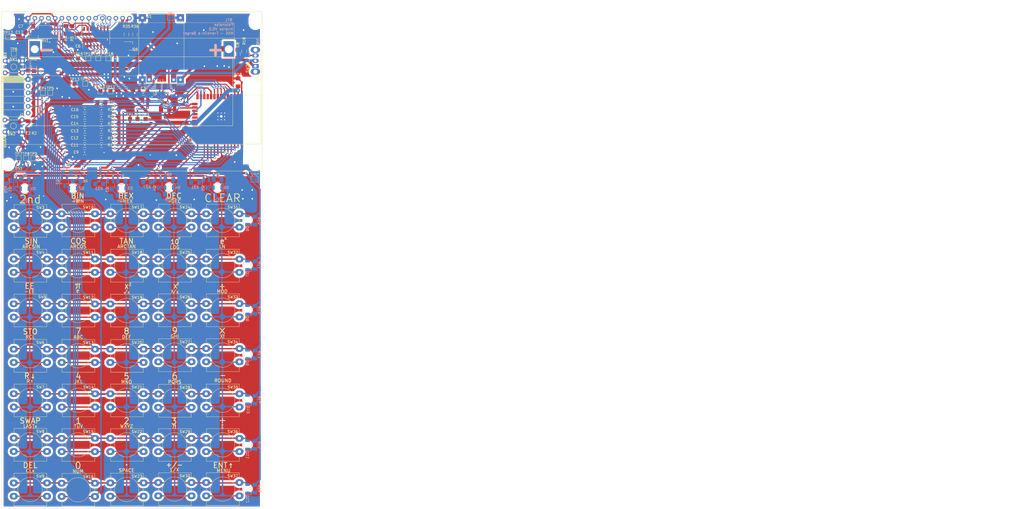
<source format=kicad_pcb>
(kicad_pcb (version 20171130) (host pcbnew "(5.1.2)-1")
  (layers (0 F.Cu signal) (31 B.Cu signal) (34 B.Paste user hide) (35 F.Paste user hide) (36 B.SilkS user) (37 F.SilkS user) (38 B.Mask user hide) (39 F.Mask user hide) (44 Edge.Cuts user))
  (net 0 "")
  (net 1 GND)
  (net 2 EN)
  (net 3 BOOT0)
  (net 4 +VDC)
  (net 5 +3V3)
  (net 6 COL1)
  (net 7 "Net-(D1-Pad1)")
  (net 8 COL2)
  (net 9 "Net-(D2-Pad1)")
  (net 10 COL3)
  (net 11 "Net-(D3-Pad1)")
  (net 12 COL4)
  (net 13 "Net-(D4-Pad1)")
  (net 14 COL5)
  (net 15 "Net-(D5-Pad1)")
  (net 16 ROW1)
  (net 17 "Net-(D6-Pad1)")
  (net 18 ROW2)
  (net 19 "Net-(D7-Pad1)")
  (net 20 ROW3)
  (net 21 "Net-(D8-Pad1)")
  (net 22 ROW4)
  (net 23 "Net-(D9-Pad1)")
  (net 24 ROW5)
  (net 25 "Net-(D10-Pad1)")
  (net 26 ROW6)
  (net 27 "Net-(D11-Pad1)")
  (net 28 ROW7)
  (net 29 "Net-(D12-Pad1)")
  (net 30 "Net-(DS1-Pad14)")
  (net 31 "Net-(DS1-Pad13)")
  (net 32 "Net-(DS1-Pad12)")
  (net 33 "Net-(DS1-Pad11)")
  (net 34 LCD_E)
  (net 35 LCD_RS)
  (net 36 FTDI_DTR)
  (net 37 FTDI_Rx)
  (net 38 FTDI_Tx)
  (net 39 "Net-(J1-Pad3)")
  (net 40 FTDI_CTS)
  (net 41 +5V)
  (net 42 GNDD)
  (net 43 LCD_SCL)
  (net 44 LCD_SDA)
  (net 45 -BATT)
  (net 46 +BATT)
  (net 47 "Net-(U3-Pad32)")
  (net 48 "Net-(U3-Pad29)")
  (net 49 "Net-(U3-Pad26)")
  (net 50 "Net-(U3-Pad24)")
  (net 51 "Net-(U3-Pad22)")
  (net 52 "Net-(U3-Pad21)")
  (net 53 "Net-(U3-Pad20)")
  (net 54 "Net-(U3-Pad19)")
  (net 55 "Net-(U3-Pad18)")
  (net 56 "Net-(U3-Pad17)")
  (net 57 "Net-(U3-Pad11)")
  (net 58 "Net-(U3-Pad5)")
  (net 59 "Net-(U3-Pad4)")
  (net 60 "Net-(U4-Pad13)")
  (net 61 "Net-(C8-Pad1)")
  (net 62 P_COL1)
  (net 63 P_COL2)
  (net 64 P_COL3)
  (net 65 P_COL4)
  (net 66 P_COL5)
  (net 67 "Net-(R18-Pad1)")
  (net 68 "Net-(Q1-Pad1)")
  (net 69 "Net-(Q2-Pad1)")
  (net 70 "Net-(Q3-Pad1)")
  (net 71 "Net-(Q4-Pad1)")
  (net 72 "Net-(Q5-Pad1)")
  (net 73 LCD_VO)
  (net 74 LCD_D3)
  (net 75 LCD_D2)
  (net 76 LCD_D1)
  (net 77 LCD_D0)
  (net 78 "Net-(DS1-Pad16)")
  (net 79 "Net-(L1-Pad2)")
  (net 80 "Net-(L1-Pad1)")
  (net 81 "Net-(Q6-Pad2)")
  (net 82 "Net-(Q6-Pad1)")
  (net 83 LCD_BKL)
  (module Button_Switch_THT:SW_PUSH-12mm_Wuerth-430476085716 (layer F.Cu) (at 69.596 103.044 180)
    (fp_text reference SW3 (at 2.5 7.5) (layer F.SilkS))
    (fp_text value G77)
    (pad 2 thru_hole oval (at 0 5 180) (size 3 2.5) (drill 1.2) (layers *.Cu *.Mask) (net 16 ROW1))
    (pad 1 thru_hole oval (at 0 0 180) (size 3 2.5) (drill 1.2) (layers *.Cu *.Mask) (net 6 COL1))
    (pad 2 thru_hole oval (at 12.5 5 180) (size 3 2.5) (drill 1.2) (layers *.Cu *.Mask) (net 16 ROW1))
    (pad 1 thru_hole oval (at 12.5 0 180) (size 3 2.5) (drill 1.2) (layers *.Cu *.Mask) (net 6 COL1))
  )
  (module Button_Switch_THT:SW_PUSH-12mm_Wuerth-430476085716 (layer F.Cu) (at 141.986 203.962 180)
    (fp_text reference SW37 (at 2.5 7.5) (layer F.SilkS))
    (fp_text value G77)
    (pad 2 thru_hole oval (at 0 5 180) (size 3 2.5) (drill 1.2) (layers *.Cu *.Mask) (net 28 ROW7))
    (pad 1 thru_hole oval (at 0 0 180) (size 3 2.5) (drill 1.2) (layers *.Cu *.Mask) (net 14 COL5))
    (pad 2 thru_hole oval (at 12.5 5 180) (size 3 2.5) (drill 1.2) (layers *.Cu *.Mask) (net 28 ROW7))
    (pad 1 thru_hole oval (at 12.5 0 180) (size 3 2.5) (drill 1.2) (layers *.Cu *.Mask) (net 14 COL5))
  )
  (module Button_Switch_THT:SW_PUSH-12mm_Wuerth-430476085716 (layer F.Cu) (at 141.986 187.325 180)
    (fp_text reference SW36 (at 2.5 7.5) (layer F.SilkS))
    (fp_text value G77)
    (pad 2 thru_hole oval (at 0 5 180) (size 3 2.5) (drill 1.2) (layers *.Cu *.Mask) (net 26 ROW6))
    (pad 1 thru_hole oval (at 0 0 180) (size 3 2.5) (drill 1.2) (layers *.Cu *.Mask) (net 14 COL5))
    (pad 2 thru_hole oval (at 12.5 5 180) (size 3 2.5) (drill 1.2) (layers *.Cu *.Mask) (net 26 ROW6))
    (pad 1 thru_hole oval (at 12.5 0 180) (size 3 2.5) (drill 1.2) (layers *.Cu *.Mask) (net 14 COL5))
  )
  (module Button_Switch_THT:SW_PUSH-12mm_Wuerth-430476085716 (layer F.Cu) (at 141.986 170.561 180)
    (fp_text reference SW35 (at 2.5 7.5) (layer F.SilkS))
    (fp_text value G77)
    (pad 2 thru_hole oval (at 0 5 180) (size 3 2.5) (drill 1.2) (layers *.Cu *.Mask) (net 24 ROW5))
    (pad 1 thru_hole oval (at 0 0 180) (size 3 2.5) (drill 1.2) (layers *.Cu *.Mask) (net 14 COL5))
    (pad 2 thru_hole oval (at 12.5 5 180) (size 3 2.5) (drill 1.2) (layers *.Cu *.Mask) (net 24 ROW5))
    (pad 1 thru_hole oval (at 12.5 0 180) (size 3 2.5) (drill 1.2) (layers *.Cu *.Mask) (net 14 COL5))
  )
  (module Button_Switch_THT:SW_PUSH-12mm_Wuerth-430476085716 (layer F.Cu) (at 141.986 153.543 180)
    (fp_text reference SW34 (at 2.5 7.5) (layer F.SilkS))
    (fp_text value G77)
    (pad 2 thru_hole oval (at 0 5 180) (size 3 2.5) (drill 1.2) (layers *.Cu *.Mask) (net 22 ROW4))
    (pad 1 thru_hole oval (at 0 0 180) (size 3 2.5) (drill 1.2) (layers *.Cu *.Mask) (net 14 COL5))
    (pad 2 thru_hole oval (at 12.5 5 180) (size 3 2.5) (drill 1.2) (layers *.Cu *.Mask) (net 22 ROW4))
    (pad 1 thru_hole oval (at 12.5 0 180) (size 3 2.5) (drill 1.2) (layers *.Cu *.Mask) (net 14 COL5))
  )
  (module Button_Switch_THT:SW_PUSH-12mm_Wuerth-430476085716 (layer F.Cu) (at 141.986 136.652 180)
    (fp_text reference SW33 (at 2.5 7.5) (layer F.SilkS))
    (fp_text value G77)
    (pad 2 thru_hole oval (at 0 5 180) (size 3 2.5) (drill 1.2) (layers *.Cu *.Mask) (net 20 ROW3))
    (pad 1 thru_hole oval (at 0 0 180) (size 3 2.5) (drill 1.2) (layers *.Cu *.Mask) (net 14 COL5))
    (pad 2 thru_hole oval (at 12.5 5 180) (size 3 2.5) (drill 1.2) (layers *.Cu *.Mask) (net 20 ROW3))
    (pad 1 thru_hole oval (at 12.5 0 180) (size 3 2.5) (drill 1.2) (layers *.Cu *.Mask) (net 14 COL5))
  )
  (module Button_Switch_THT:SW_PUSH-12mm_Wuerth-430476085716 (layer F.Cu) (at 141.986 119.888 180)
    (fp_text reference SW32 (at 2.5 7.5) (layer F.SilkS))
    (fp_text value G77)
    (pad 2 thru_hole oval (at 0 5 180) (size 3 2.5) (drill 1.2) (layers *.Cu *.Mask) (net 18 ROW2))
    (pad 1 thru_hole oval (at 0 0 180) (size 3 2.5) (drill 1.2) (layers *.Cu *.Mask) (net 14 COL5))
    (pad 2 thru_hole oval (at 12.5 5 180) (size 3 2.5) (drill 1.2) (layers *.Cu *.Mask) (net 18 ROW2))
    (pad 1 thru_hole oval (at 12.5 0 180) (size 3 2.5) (drill 1.2) (layers *.Cu *.Mask) (net 14 COL5))
  )
  (module Button_Switch_THT:SW_PUSH-12mm_Wuerth-430476085716 (layer F.Cu) (at 141.986 102.87 180)
    (fp_text reference SW31 (at 2.5 7.5) (layer F.SilkS))
    (fp_text value G77)
    (pad 2 thru_hole oval (at 0 5 180) (size 3 2.5) (drill 1.2) (layers *.Cu *.Mask) (net 16 ROW1))
    (pad 1 thru_hole oval (at 0 0 180) (size 3 2.5) (drill 1.2) (layers *.Cu *.Mask) (net 14 COL5))
    (pad 2 thru_hole oval (at 12.5 5 180) (size 3 2.5) (drill 1.2) (layers *.Cu *.Mask) (net 16 ROW1))
    (pad 1 thru_hole oval (at 12.5 0 180) (size 3 2.5) (drill 1.2) (layers *.Cu *.Mask) (net 14 COL5))
  )
  (module Button_Switch_THT:SW_PUSH-12mm_Wuerth-430476085716 (layer F.Cu) (at 123.952 203.962 180)
    (fp_text reference SW30 (at 2.5 7.5) (layer F.SilkS))
    (fp_text value G77)
    (pad 2 thru_hole oval (at 0 5 180) (size 3 2.5) (drill 1.2) (layers *.Cu *.Mask) (net 28 ROW7))
    (pad 1 thru_hole oval (at 0 0 180) (size 3 2.5) (drill 1.2) (layers *.Cu *.Mask) (net 12 COL4))
    (pad 2 thru_hole oval (at 12.5 5 180) (size 3 2.5) (drill 1.2) (layers *.Cu *.Mask) (net 28 ROW7))
    (pad 1 thru_hole oval (at 12.5 0 180) (size 3 2.5) (drill 1.2) (layers *.Cu *.Mask) (net 12 COL4))
  )
  (module Button_Switch_THT:SW_PUSH-12mm_Wuerth-430476085716 (layer F.Cu) (at 123.952 187.325 180)
    (fp_text reference SW29 (at 2.5 7.5) (layer F.SilkS))
    (fp_text value G77)
    (pad 2 thru_hole oval (at 0 5 180) (size 3 2.5) (drill 1.2) (layers *.Cu *.Mask) (net 26 ROW6))
    (pad 1 thru_hole oval (at 0 0 180) (size 3 2.5) (drill 1.2) (layers *.Cu *.Mask) (net 12 COL4))
    (pad 2 thru_hole oval (at 12.5 5 180) (size 3 2.5) (drill 1.2) (layers *.Cu *.Mask) (net 26 ROW6))
    (pad 1 thru_hole oval (at 12.5 0 180) (size 3 2.5) (drill 1.2) (layers *.Cu *.Mask) (net 12 COL4))
  )
  (module Button_Switch_THT:SW_PUSH-12mm_Wuerth-430476085716 (layer F.Cu) (at 123.952 170.688 180)
    (fp_text reference SW28 (at 2.5 7.5) (layer F.SilkS))
    (fp_text value G77)
    (pad 2 thru_hole oval (at 0 5 180) (size 3 2.5) (drill 1.2) (layers *.Cu *.Mask) (net 24 ROW5))
    (pad 1 thru_hole oval (at 0 0 180) (size 3 2.5) (drill 1.2) (layers *.Cu *.Mask) (net 12 COL4))
    (pad 2 thru_hole oval (at 12.5 5 180) (size 3 2.5) (drill 1.2) (layers *.Cu *.Mask) (net 24 ROW5))
    (pad 1 thru_hole oval (at 12.5 0 180) (size 3 2.5) (drill 1.2) (layers *.Cu *.Mask) (net 12 COL4))
  )
  (module Button_Switch_THT:SW_PUSH-12mm_Wuerth-430476085716 (layer F.Cu) (at 123.952 153.543 180)
    (fp_text reference SW27 (at 2.5 7.5) (layer F.SilkS))
    (fp_text value G77)
    (pad 2 thru_hole oval (at 0 5 180) (size 3 2.5) (drill 1.2) (layers *.Cu *.Mask) (net 22 ROW4))
    (pad 1 thru_hole oval (at 0 0 180) (size 3 2.5) (drill 1.2) (layers *.Cu *.Mask) (net 12 COL4))
    (pad 2 thru_hole oval (at 12.5 5 180) (size 3 2.5) (drill 1.2) (layers *.Cu *.Mask) (net 22 ROW4))
    (pad 1 thru_hole oval (at 12.5 0 180) (size 3 2.5) (drill 1.2) (layers *.Cu *.Mask) (net 12 COL4))
  )
  (module Button_Switch_THT:SW_PUSH-12mm_Wuerth-430476085716 (layer F.Cu) (at 123.952 136.652 180)
    (fp_text reference SW26 (at 2.5 7.5) (layer F.SilkS))
    (fp_text value G77)
    (pad 2 thru_hole oval (at 0 5 180) (size 3 2.5) (drill 1.2) (layers *.Cu *.Mask) (net 20 ROW3))
    (pad 1 thru_hole oval (at 0 0 180) (size 3 2.5) (drill 1.2) (layers *.Cu *.Mask) (net 12 COL4))
    (pad 2 thru_hole oval (at 12.5 5 180) (size 3 2.5) (drill 1.2) (layers *.Cu *.Mask) (net 20 ROW3))
    (pad 1 thru_hole oval (at 12.5 0 180) (size 3 2.5) (drill 1.2) (layers *.Cu *.Mask) (net 12 COL4))
  )
  (module Button_Switch_THT:SW_PUSH-12mm_Wuerth-430476085716 (layer F.Cu) (at 123.952 119.888 180)
    (fp_text reference SW25 (at 2.5 7.5) (layer F.SilkS))
    (fp_text value G77)
    (pad 2 thru_hole oval (at 0 5 180) (size 3 2.5) (drill 1.2) (layers *.Cu *.Mask) (net 18 ROW2))
    (pad 1 thru_hole oval (at 0 0 180) (size 3 2.5) (drill 1.2) (layers *.Cu *.Mask) (net 12 COL4))
    (pad 2 thru_hole oval (at 12.5 5 180) (size 3 2.5) (drill 1.2) (layers *.Cu *.Mask) (net 18 ROW2))
    (pad 1 thru_hole oval (at 12.5 0 180) (size 3 2.5) (drill 1.2) (layers *.Cu *.Mask) (net 12 COL4))
  )
  (module Button_Switch_THT:SW_PUSH-12mm_Wuerth-430476085716 (layer F.Cu) (at 123.952 102.87 180)
    (fp_text reference SW24 (at 2.5 7.5) (layer F.SilkS))
    (fp_text value G77)
    (pad 2 thru_hole oval (at 0 5 180) (size 3 2.5) (drill 1.2) (layers *.Cu *.Mask) (net 16 ROW1))
    (pad 1 thru_hole oval (at 0 0 180) (size 3 2.5) (drill 1.2) (layers *.Cu *.Mask) (net 12 COL4))
    (pad 2 thru_hole oval (at 12.5 5 180) (size 3 2.5) (drill 1.2) (layers *.Cu *.Mask) (net 16 ROW1))
    (pad 1 thru_hole oval (at 12.5 0 180) (size 3 2.5) (drill 1.2) (layers *.Cu *.Mask) (net 12 COL4))
  )
  (module Button_Switch_THT:SW_PUSH-12mm_Wuerth-430476085716 (layer F.Cu) (at 105.918 204.089 180)
    (fp_text reference SW23 (at 2.5 7.5) (layer F.SilkS))
    (fp_text value G77)
    (pad 2 thru_hole oval (at 0 5 180) (size 3 2.5) (drill 1.2) (layers *.Cu *.Mask) (net 28 ROW7))
    (pad 1 thru_hole oval (at 0 0 180) (size 3 2.5) (drill 1.2) (layers *.Cu *.Mask) (net 10 COL3))
    (pad 2 thru_hole oval (at 12.5 5 180) (size 3 2.5) (drill 1.2) (layers *.Cu *.Mask) (net 28 ROW7))
    (pad 1 thru_hole oval (at 12.5 0 180) (size 3 2.5) (drill 1.2) (layers *.Cu *.Mask) (net 10 COL3))
  )
  (module Button_Switch_THT:SW_PUSH-12mm_Wuerth-430476085716 (layer F.Cu) (at 105.918 187.325 180)
    (fp_text reference SW22 (at 2.5 7.5) (layer F.SilkS))
    (fp_text value G77)
    (pad 2 thru_hole oval (at 0 5 180) (size 3 2.5) (drill 1.2) (layers *.Cu *.Mask) (net 26 ROW6))
    (pad 1 thru_hole oval (at 0 0 180) (size 3 2.5) (drill 1.2) (layers *.Cu *.Mask) (net 10 COL3))
    (pad 2 thru_hole oval (at 12.5 5 180) (size 3 2.5) (drill 1.2) (layers *.Cu *.Mask) (net 26 ROW6))
    (pad 1 thru_hole oval (at 12.5 0 180) (size 3 2.5) (drill 1.2) (layers *.Cu *.Mask) (net 10 COL3))
  )
  (module Button_Switch_THT:SW_PUSH-12mm_Wuerth-430476085716 (layer F.Cu) (at 105.918 170.561 180)
    (fp_text reference SW21 (at 2.5 7.5) (layer F.SilkS))
    (fp_text value G77)
    (pad 2 thru_hole oval (at 0 5 180) (size 3 2.5) (drill 1.2) (layers *.Cu *.Mask) (net 24 ROW5))
    (pad 1 thru_hole oval (at 0 0 180) (size 3 2.5) (drill 1.2) (layers *.Cu *.Mask) (net 10 COL3))
    (pad 2 thru_hole oval (at 12.5 5 180) (size 3 2.5) (drill 1.2) (layers *.Cu *.Mask) (net 24 ROW5))
    (pad 1 thru_hole oval (at 12.5 0 180) (size 3 2.5) (drill 1.2) (layers *.Cu *.Mask) (net 10 COL3))
  )
  (module Button_Switch_THT:SW_PUSH-12mm_Wuerth-430476085716 (layer F.Cu) (at 105.918 153.797 180)
    (fp_text reference SW20 (at 2.5 7.5) (layer F.SilkS))
    (fp_text value G77)
    (pad 2 thru_hole oval (at 0 5 180) (size 3 2.5) (drill 1.2) (layers *.Cu *.Mask) (net 22 ROW4))
    (pad 1 thru_hole oval (at 0 0 180) (size 3 2.5) (drill 1.2) (layers *.Cu *.Mask) (net 10 COL3))
    (pad 2 thru_hole oval (at 12.5 5 180) (size 3 2.5) (drill 1.2) (layers *.Cu *.Mask) (net 22 ROW4))
    (pad 1 thru_hole oval (at 12.5 0 180) (size 3 2.5) (drill 1.2) (layers *.Cu *.Mask) (net 10 COL3))
  )
  (module Button_Switch_THT:SW_PUSH-12mm_Wuerth-430476085716 (layer F.Cu) (at 105.918 136.779 180)
    (fp_text reference SW19 (at 2.5 7.5) (layer F.SilkS))
    (fp_text value G77)
    (pad 2 thru_hole oval (at 0 5 180) (size 3 2.5) (drill 1.2) (layers *.Cu *.Mask) (net 20 ROW3))
    (pad 1 thru_hole oval (at 0 0 180) (size 3 2.5) (drill 1.2) (layers *.Cu *.Mask) (net 10 COL3))
    (pad 2 thru_hole oval (at 12.5 5 180) (size 3 2.5) (drill 1.2) (layers *.Cu *.Mask) (net 20 ROW3))
    (pad 1 thru_hole oval (at 12.5 0 180) (size 3 2.5) (drill 1.2) (layers *.Cu *.Mask) (net 10 COL3))
  )
  (module Button_Switch_THT:SW_PUSH-12mm_Wuerth-430476085716 (layer F.Cu) (at 105.918 119.888 180)
    (fp_text reference SW18 (at 2.5 7.5) (layer F.SilkS))
    (fp_text value G77)
    (pad 2 thru_hole oval (at 0 5 180) (size 3 2.5) (drill 1.2) (layers *.Cu *.Mask) (net 18 ROW2))
    (pad 1 thru_hole oval (at 0 0 180) (size 3 2.5) (drill 1.2) (layers *.Cu *.Mask) (net 10 COL3))
    (pad 2 thru_hole oval (at 12.5 5 180) (size 3 2.5) (drill 1.2) (layers *.Cu *.Mask) (net 18 ROW2))
    (pad 1 thru_hole oval (at 12.5 0 180) (size 3 2.5) (drill 1.2) (layers *.Cu *.Mask) (net 10 COL3))
  )
  (module Button_Switch_THT:SW_PUSH-12mm_Wuerth-430476085716 (layer F.Cu) (at 105.918 102.87 180)
    (fp_text reference SW17 (at 2.5 7.5) (layer F.SilkS))
    (fp_text value G77)
    (pad 2 thru_hole oval (at 0 5 180) (size 3 2.5) (drill 1.2) (layers *.Cu *.Mask) (net 16 ROW1))
    (pad 1 thru_hole oval (at 0 0 180) (size 3 2.5) (drill 1.2) (layers *.Cu *.Mask) (net 10 COL3))
    (pad 2 thru_hole oval (at 12.5 5 180) (size 3 2.5) (drill 1.2) (layers *.Cu *.Mask) (net 16 ROW1))
    (pad 1 thru_hole oval (at 12.5 0 180) (size 3 2.5) (drill 1.2) (layers *.Cu *.Mask) (net 10 COL3))
  )
  (module Button_Switch_THT:SW_PUSH-12mm_Wuerth-430476085716 (layer F.Cu) (at 87.63 204.216 180)
    (fp_text reference SW16 (at 2.5 7.5) (layer F.SilkS))
    (fp_text value G77)
    (pad 2 thru_hole oval (at 0 5 180) (size 3 2.5) (drill 1.2) (layers *.Cu *.Mask) (net 28 ROW7))
    (pad 1 thru_hole oval (at 0 0 180) (size 3 2.5) (drill 1.2) (layers *.Cu *.Mask) (net 8 COL2))
    (pad 2 thru_hole oval (at 12.5 5 180) (size 3 2.5) (drill 1.2) (layers *.Cu *.Mask) (net 28 ROW7))
    (pad 1 thru_hole oval (at 12.5 0 180) (size 3 2.5) (drill 1.2) (layers *.Cu *.Mask) (net 8 COL2))
  )
  (module Button_Switch_THT:SW_PUSH-12mm_Wuerth-430476085716 (layer F.Cu) (at 87.63 187.325 180)
    (fp_text reference SW15 (at 2.5 7.5) (layer F.SilkS))
    (fp_text value G77)
    (pad 2 thru_hole oval (at 0 5 180) (size 3 2.5) (drill 1.2) (layers *.Cu *.Mask) (net 26 ROW6))
    (pad 1 thru_hole oval (at 0 0 180) (size 3 2.5) (drill 1.2) (layers *.Cu *.Mask) (net 8 COL2))
    (pad 2 thru_hole oval (at 12.5 5 180) (size 3 2.5) (drill 1.2) (layers *.Cu *.Mask) (net 26 ROW6))
    (pad 1 thru_hole oval (at 12.5 0 180) (size 3 2.5) (drill 1.2) (layers *.Cu *.Mask) (net 8 COL2))
  )
  (module Button_Switch_THT:SW_PUSH-12mm_Wuerth-430476085716 (layer F.Cu) (at 87.684 170.561 180)
    (fp_text reference SW14 (at 2.5 7.5) (layer F.SilkS))
    (fp_text value G77)
    (pad 2 thru_hole oval (at 0 5 180) (size 3 2.5) (drill 1.2) (layers *.Cu *.Mask) (net 24 ROW5))
    (pad 1 thru_hole oval (at 0 0 180) (size 3 2.5) (drill 1.2) (layers *.Cu *.Mask) (net 8 COL2))
    (pad 2 thru_hole oval (at 12.5 5 180) (size 3 2.5) (drill 1.2) (layers *.Cu *.Mask) (net 24 ROW5))
    (pad 1 thru_hole oval (at 12.5 0 180) (size 3 2.5) (drill 1.2) (layers *.Cu *.Mask) (net 8 COL2))
  )
  (module Button_Switch_THT:SW_PUSH-12mm_Wuerth-430476085716 (layer F.Cu) (at 87.63 153.797 180)
    (fp_text reference SW13 (at 2.5 7.5) (layer F.SilkS))
    (fp_text value G77)
    (pad 2 thru_hole oval (at 0 5 180) (size 3 2.5) (drill 1.2) (layers *.Cu *.Mask) (net 22 ROW4))
    (pad 1 thru_hole oval (at 0 0 180) (size 3 2.5) (drill 1.2) (layers *.Cu *.Mask) (net 8 COL2))
    (pad 2 thru_hole oval (at 12.5 5 180) (size 3 2.5) (drill 1.2) (layers *.Cu *.Mask) (net 22 ROW4))
    (pad 1 thru_hole oval (at 12.5 0 180) (size 3 2.5) (drill 1.2) (layers *.Cu *.Mask) (net 8 COL2))
  )
  (module Button_Switch_THT:SW_PUSH-12mm_Wuerth-430476085716 (layer F.Cu) (at 87.63 136.779 180)
    (fp_text reference SW12 (at 2.5 7.5) (layer F.SilkS))
    (fp_text value G77)
    (pad 2 thru_hole oval (at 0 5 180) (size 3 2.5) (drill 1.2) (layers *.Cu *.Mask) (net 20 ROW3))
    (pad 1 thru_hole oval (at 0 0 180) (size 3 2.5) (drill 1.2) (layers *.Cu *.Mask) (net 8 COL2))
    (pad 2 thru_hole oval (at 12.5 5 180) (size 3 2.5) (drill 1.2) (layers *.Cu *.Mask) (net 20 ROW3))
    (pad 1 thru_hole oval (at 12.5 0 180) (size 3 2.5) (drill 1.2) (layers *.Cu *.Mask) (net 8 COL2))
  )
  (module Button_Switch_THT:SW_PUSH-12mm_Wuerth-430476085716 (layer F.Cu) (at 87.63 119.888 180)
    (fp_text reference SW11 (at 2.5 7.5) (layer F.SilkS))
    (fp_text value G77)
    (pad 2 thru_hole oval (at 0 5 180) (size 3 2.5) (drill 1.2) (layers *.Cu *.Mask) (net 18 ROW2))
    (pad 1 thru_hole oval (at 0 0 180) (size 3 2.5) (drill 1.2) (layers *.Cu *.Mask) (net 8 COL2))
    (pad 2 thru_hole oval (at 12.5 5 180) (size 3 2.5) (drill 1.2) (layers *.Cu *.Mask) (net 18 ROW2))
    (pad 1 thru_hole oval (at 12.5 0 180) (size 3 2.5) (drill 1.2) (layers *.Cu *.Mask) (net 8 COL2))
  )
  (module Button_Switch_THT:SW_PUSH-12mm_Wuerth-430476085716 (layer F.Cu) (at 87.63 102.87 180)
    (fp_text reference SW10 (at 2.5 7.5) (layer F.SilkS))
    (fp_text value G77)
    (pad 2 thru_hole oval (at 0 5 180) (size 3 2.5) (drill 1.2) (layers *.Cu *.Mask) (net 16 ROW1))
    (pad 1 thru_hole oval (at 0 0 180) (size 3 2.5) (drill 1.2) (layers *.Cu *.Mask) (net 8 COL2))
    (pad 2 thru_hole oval (at 12.5 5 180) (size 3 2.5) (drill 1.2) (layers *.Cu *.Mask) (net 16 ROW1))
    (pad 1 thru_hole oval (at 12.5 0 180) (size 3 2.5) (drill 1.2) (layers *.Cu *.Mask) (net 8 COL2))
  )
  (module Button_Switch_THT:SW_PUSH-12mm_Wuerth-430476085716 (layer F.Cu) (at 69.596 204.108 180)
    (fp_text reference SW9 (at 2.5 7.5) (layer F.SilkS))
    (fp_text value G77)
    (pad 2 thru_hole oval (at 0 5 180) (size 3 2.5) (drill 1.2) (layers *.Cu *.Mask) (net 28 ROW7))
    (pad 1 thru_hole oval (at 0 0 180) (size 3 2.5) (drill 1.2) (layers *.Cu *.Mask) (net 6 COL1))
    (pad 2 thru_hole oval (at 12.5 5 180) (size 3 2.5) (drill 1.2) (layers *.Cu *.Mask) (net 28 ROW7))
    (pad 1 thru_hole oval (at 12.5 0 180) (size 3 2.5) (drill 1.2) (layers *.Cu *.Mask) (net 6 COL1))
  )
  (module Button_Switch_THT:SW_PUSH-12mm_Wuerth-430476085716 (layer F.Cu) (at 69.596 187.264 180)
    (fp_text reference SW8 (at 2.5 7.5) (layer F.SilkS))
    (fp_text value G77)
    (pad 2 thru_hole oval (at 0 5 180) (size 3 2.5) (drill 1.2) (layers *.Cu *.Mask) (net 26 ROW6))
    (pad 1 thru_hole oval (at 0 0 180) (size 3 2.5) (drill 1.2) (layers *.Cu *.Mask) (net 6 COL1))
    (pad 2 thru_hole oval (at 12.5 5 180) (size 3 2.5) (drill 1.2) (layers *.Cu *.Mask) (net 26 ROW6))
    (pad 1 thru_hole oval (at 12.5 0 180) (size 3 2.5) (drill 1.2) (layers *.Cu *.Mask) (net 6 COL1))
  )
  (module Button_Switch_THT:SW_PUSH-12mm_Wuerth-430476085716 (layer F.Cu) (at 69.596 170.561 180)
    (fp_text reference SW7 (at 2.5 7.5) (layer F.SilkS))
    (fp_text value G77)
    (pad 2 thru_hole oval (at 0 5 180) (size 3 2.5) (drill 1.2) (layers *.Cu *.Mask) (net 24 ROW5))
    (pad 1 thru_hole oval (at 0 0 180) (size 3 2.5) (drill 1.2) (layers *.Cu *.Mask) (net 6 COL1))
    (pad 2 thru_hole oval (at 12.5 5 180) (size 3 2.5) (drill 1.2) (layers *.Cu *.Mask) (net 24 ROW5))
    (pad 1 thru_hole oval (at 12.5 0 180) (size 3 2.5) (drill 1.2) (layers *.Cu *.Mask) (net 6 COL1))
  )
  (module Button_Switch_THT:SW_PUSH-12mm_Wuerth-430476085716 (layer F.Cu) (at 69.596 153.797 180)
    (fp_text reference SW6 (at 2.5 7.5) (layer F.SilkS))
    (fp_text value G77)
    (pad 2 thru_hole oval (at 0 5 180) (size 3 2.5) (drill 1.2) (layers *.Cu *.Mask) (net 22 ROW4))
    (pad 1 thru_hole oval (at 0 0 180) (size 3 2.5) (drill 1.2) (layers *.Cu *.Mask) (net 6 COL1))
    (pad 2 thru_hole oval (at 12.5 5 180) (size 3 2.5) (drill 1.2) (layers *.Cu *.Mask) (net 22 ROW4))
    (pad 1 thru_hole oval (at 12.5 0 180) (size 3 2.5) (drill 1.2) (layers *.Cu *.Mask) (net 6 COL1))
  )
  (module Button_Switch_THT:SW_PUSH-12mm_Wuerth-430476085716 (layer F.Cu) (at 69.596 136.732 180)
    (fp_text reference SW5 (at 1.778 7.62) (layer F.SilkS))
    (fp_text value G77)
    (pad 2 thru_hole oval (at 0 5 180) (size 3 2.5) (drill 1.2) (layers *.Cu *.Mask) (net 20 ROW3))
    (pad 1 thru_hole oval (at 0 0 180) (size 3 2.5) (drill 1.2) (layers *.Cu *.Mask) (net 6 COL1))
    (pad 2 thru_hole oval (at 12.5 5 180) (size 3 2.5) (drill 1.2) (layers *.Cu *.Mask) (net 20 ROW3))
    (pad 1 thru_hole oval (at 12.5 0 180) (size 3 2.5) (drill 1.2) (layers *.Cu *.Mask) (net 6 COL1))
  )
  (module Button_Switch_THT:SW_PUSH-12mm_Wuerth-430476085716 (layer F.Cu) (at 69.596 119.888 180)
    (fp_text reference SW4 (at 2.5 7.5) (layer F.SilkS))
    (fp_text value G77)
    (pad 2 thru_hole oval (at 0 5 180) (size 3 2.5) (drill 1.2) (layers *.Cu *.Mask) (net 18 ROW2))
    (pad 1 thru_hole oval (at 0 0 180) (size 3 2.5) (drill 1.2) (layers *.Cu *.Mask) (net 6 COL1))
    (pad 2 thru_hole oval (at 12.5 5 180) (size 3 2.5) (drill 1.2) (layers *.Cu *.Mask) (net 18 ROW2))
    (pad 1 thru_hole oval (at 12.5 0 180) (size 3 2.5) (drill 1.2) (layers *.Cu *.Mask) (net 6 COL1))
  )
  (module Package_SON:Texas_DRC0010J_ThermalVias (layer F.Cu) (at 112.456 53.848 270)
    (fp_text reference U2 (at -1.397 2.347 90) (layer F.SilkS))
    (fp_text value TPS63001DRCR)
    (pad 11 thru_hole circle (at 0 -0.95 270) (size 0.5 0.5) (drill 0.2) (layers *.Cu) (net 1 GND))
    (pad 11 thru_hole circle (at 0.575 0 270) (size 0.5 0.5) (drill 0.2) (layers *.Cu) (net 1 GND))
    (pad 11 thru_hole circle (at -0.575 0 270) (size 0.5 0.5) (drill 0.2) (layers *.Cu) (net 1 GND))
    (pad 11 thru_hole circle (at 0 0.95 270) (size 0.5 0.5) (drill 0.2) (layers *.Cu) (net 1 GND))
    (pad 11 smd custom (at 0 0 270) (size 1.65 2.4) (layers F.Cu F.Mask) (net 1 GND) (options (clearance outline) (anchor rect)) (primitives (gr_poly (pts (xy -0.375 -1.1) (xy -0.375 -1.7) (xy -0.125 -1.7) (xy -0.125 -1.1) (xy 0.125 -1.1) (xy 0.125 -1.7) (xy 0.375 -1.7) (xy 0.375 1.7) (xy 0.125 1.7) (xy 0.125 1.1) (xy -0.125 1.1) (xy -0.125 1.7) (xy -0.375 1.7)) (width 0))))
    (pad 10 smd rect (at 1.4 -1 270) (size 0.6 0.24) (layers F.Cu F.Paste F.Mask) (net 5 +3V3))
    (pad 9 smd rect (at 1.4 -0.5 270) (size 0.6 0.24) (layers F.Cu F.Paste F.Mask) (net 1 GND))
    (pad 8 smd rect (at 1.4 0 270) (size 0.6 0.24) (layers F.Cu F.Paste F.Mask) (net 4 +VDC))
    (pad 7 smd rect (at 1.4 0.5 270) (size 0.6 0.24) (layers F.Cu F.Paste F.Mask) (net 4 +VDC))
    (pad 6 smd rect (at 1.4 1 270) (size 0.6 0.24) (layers F.Cu F.Paste F.Mask) (net 4 +VDC))
    (pad 5 smd rect (at -1.4 1 270) (size 0.6 0.24) (layers F.Cu F.Paste F.Mask) (net 4 +VDC))
    (pad 4 smd rect (at -1.4 0.5 270) (size 0.6 0.24) (layers F.Cu F.Paste F.Mask) (net 80 "Net-(L1-Pad1)"))
    (pad 3 smd rect (at -1.4 0 270) (size 0.6 0.24) (layers F.Cu F.Paste F.Mask) (net 1 GND))
    (pad 2 smd rect (at -1.4 -0.5 270) (size 0.6 0.24) (layers F.Cu F.Paste F.Mask) (net 79 "Net-(L1-Pad2)"))
    (pad 1 smd rect (at -1.4 -1 270) (size 0.6 0.24) (layers F.Cu F.Paste F.Mask) (net 5 +3V3))
  )
  (module Resistor_SMD:R_1206_3216Metric_Pad1.42x1.75mm_HandSolder (layer F.Cu) (at 102.6795 30.4165 90)
    (fp_text reference R36 (at 3.048 -0.0635 180) (layer F.SilkS))
    (fp_text value 1[KΩ])
    (pad 2 smd roundrect (at 1.4875 0 90) (size 1.425 1.75) (layers F.Cu F.Paste F.Mask) (roundrect_rratio 0.175439) (net 83 LCD_BKL))
    (pad 1 smd roundrect (at -1.4875 0 90) (size 1.425 1.75) (layers F.Cu F.Paste F.Mask) (roundrect_rratio 0.175439) (net 82 "Net-(Q6-Pad1)"))
  )
  (module Resistor_SMD:R_1206_3216Metric_Pad1.42x1.75mm_HandSolder (layer F.Cu) (at 99.5045 30.38 90)
    (fp_text reference R35 (at 3.0115 0 180) (layer F.SilkS))
    (fp_text value 6[Ω])
    (pad 2 smd roundrect (at 1.4875 0 90) (size 1.425 1.75) (layers F.Cu F.Paste F.Mask) (roundrect_rratio 0.175439) (net 78 "Net-(DS1-Pad16)"))
    (pad 1 smd roundrect (at -1.4875 0 90) (size 1.425 1.75) (layers F.Cu F.Paste F.Mask) (roundrect_rratio 0.175439) (net 81 "Net-(Q6-Pad2)"))
  )
  (module Package_TO_SOT_SMD:SOT-23_Handsoldering (layer F.Cu) (at 101.092 34.7345)
    (fp_text reference Q6 (at 1.778 1.27) (layer F.SilkS))
    (fp_text value BC856B)
    (pad 3 smd rect (at 1.5 0) (size 1.9 0.8) (layers F.Cu F.Paste F.Mask) (net 1 GND))
    (pad 2 smd rect (at -1.5 0.95) (size 1.9 0.8) (layers F.Cu F.Paste F.Mask) (net 81 "Net-(Q6-Pad2)"))
    (pad 1 smd rect (at -1.5 -0.95) (size 1.9 0.8) (layers F.Cu F.Paste F.Mask) (net 82 "Net-(Q6-Pad1)"))
  )
  (module Inductor_SMD:L_Taiyo-Yuden_NR-24xx_HandSoldering (layer F.Cu) (at 112.7935 50.038)
    (fp_text reference L1 (at 0 -2.2) (layer F.SilkS))
    (fp_text value 2.2[μH])
    (pad 2 smd rect (at 1.2875 0) (size 1.825 2.2) (layers F.Cu F.Paste F.Mask) (net 79 "Net-(L1-Pad2)"))
    (pad 1 smd rect (at -1.2875 0) (size 1.825 2.2) (layers F.Cu F.Paste F.Mask) (net 80 "Net-(L1-Pad1)"))
  )
  (module Capacitor_SMD:C_1206_3216Metric_Pad1.42x1.75mm_HandSolder (layer F.Cu) (at 114.046 58.674)
    (fp_text reference C4 (at 0 -1.651) (layer F.SilkS))
    (fp_text value 33[μF])
    (pad 2 smd roundrect (at 1.4875 0) (size 1.425 1.75) (layers F.Cu F.Paste F.Mask) (roundrect_rratio 0.175439) (net 1 GND))
    (pad 1 smd roundrect (at -1.4875 0) (size 1.425 1.75) (layers F.Cu F.Paste F.Mask) (roundrect_rratio 0.175439) (net 5 +3V3))
  )
  (module Capacitor_SMD:C_1206_3216Metric_Pad1.42x1.75mm_HandSolder (layer F.Cu) (at 105.791 52.324 180)
    (fp_text reference C3 (at 0 1.651) (layer F.SilkS))
    (fp_text value 10[μF])
    (pad 2 smd roundrect (at 1.4875 0 180) (size 1.425 1.75) (layers F.Cu F.Paste F.Mask) (roundrect_rratio 0.175439) (net 1 GND))
    (pad 1 smd roundrect (at -1.4875 0 180) (size 1.425 1.75) (layers F.Cu F.Paste F.Mask) (roundrect_rratio 0.175439) (net 4 +VDC))
  )
  (module TestPoint:TestPoint_Pad_1.5x1.5mm (layer F.Cu) (at 92.71 39.37)
    (fp_text reference TP18 (at 0 -1.648) (layer F.SilkS))
    (fp_text value LCD_D3)
    (pad 1 smd rect (at 0 0) (size 1.5 1.5) (layers F.Cu F.Mask) (net 74 LCD_D3))
  )
  (module TestPoint:TestPoint_Pad_1.5x1.5mm (layer F.Cu) (at 88.9 39.37)
    (fp_text reference TP17 (at 0 -1.648) (layer F.SilkS))
    (fp_text value LCD_D2)
    (pad 1 smd rect (at 0 0) (size 1.5 1.5) (layers F.Cu F.Mask) (net 75 LCD_D2))
  )
  (module TestPoint:TestPoint_Pad_1.5x1.5mm (layer F.Cu) (at 85.09 39.37)
    (fp_text reference TP16 (at 0 -1.648) (layer F.SilkS))
    (fp_text value LCD_D1)
    (pad 1 smd rect (at 0 0) (size 1.5 1.5) (layers F.Cu F.Mask) (net 76 LCD_D1))
  )
  (module TestPoint:TestPoint_Pad_1.5x1.5mm (layer F.Cu) (at 81.28 39.37)
    (fp_text reference TP15 (at 0 -1.648) (layer F.SilkS))
    (fp_text value LCD_D0)
    (pad 1 smd rect (at 0 0) (size 1.5 1.5) (layers F.Cu F.Mask) (net 77 LCD_D0))
  )
  (module TestPoint:TestPoint_Pad_1.5x1.5mm (layer F.Cu) (at 83.947 48.895)
    (fp_text reference TP14 (at 0 -1.648) (layer F.SilkS))
    (fp_text value LCD_E)
    (pad 1 smd rect (at 0 0) (size 1.5 1.5) (layers F.Cu F.Mask) (net 34 LCD_E))
  )
  (module TestPoint:TestPoint_Pad_1.5x1.5mm (layer F.Cu) (at 80.01 48.895)
    (fp_text reference TP13 (at 0 -1.648) (layer F.SilkS))
    (fp_text value LCD_RS)
    (pad 1 smd rect (at 0 0) (size 1.5 1.5) (layers F.Cu F.Mask) (net 35 LCD_RS))
  )
  (module TestPoint:TestPoint_Pad_1.5x1.5mm (layer F.Cu) (at 54.991 31.369)
    (fp_text reference TP12 (at 0 -1.648) (layer F.SilkS))
    (fp_text value LCD_VO)
    (pad 1 smd rect (at 0 0) (size 1.5 1.5) (layers F.Cu F.Mask) (net 73 LCD_VO))
  )
  (module TestPoint:TestPoint_Pad_1.5x1.5mm (layer F.Cu) (at 93.472 51.816)
    (fp_text reference TP11 (at 0 -1.648) (layer F.SilkS))
    (fp_text value I2C_SDA)
    (pad 1 smd rect (at 0 0) (size 1.5 1.5) (layers F.Cu F.Mask) (net 44 LCD_SDA))
  )
  (module TestPoint:TestPoint_Pad_1.5x1.5mm (layer F.Cu) (at 89.662 51.816)
    (fp_text reference TP10 (at 0 -1.648) (layer F.SilkS))
    (fp_text value I2C_SCL)
    (pad 1 smd rect (at 0 0) (size 1.5 1.5) (layers F.Cu F.Mask) (net 43 LCD_SCL))
  )
  (module TestPoint:TestPoint_Pad_1.5x1.5mm (layer F.Cu) (at 64.516 76.962)
    (fp_text reference TP9 (at 0 -1.648) (layer F.SilkS))
    (fp_text value ROW_1)
    (pad 1 smd rect (at 0 0) (size 1.5 1.5) (layers F.Cu F.Mask) (net 16 ROW1))
  )
  (module TestPoint:TestPoint_Pad_1.5x1.5mm (layer F.Cu) (at 61.722 76.962)
    (fp_text reference TP8 (at 0 -1.648) (layer F.SilkS))
    (fp_text value COL1)
    (pad 1 smd rect (at 0 0) (size 1.5 1.5) (layers F.Cu F.Mask) (net 6 COL1))
  )
  (module TestPoint:TestPoint_Pad_1.5x1.5mm (layer F.Cu) (at 58.928 76.962)
    (fp_text reference TP7 (at 0 -1.648) (layer F.SilkS))
    (fp_text value P_COL1)
    (pad 1 smd rect (at 0 0) (size 1.5 1.5) (layers F.Cu F.Mask) (net 62 P_COL1))
  )
  (module TestPoint:TestPoint_Pad_1.5x1.5mm (layer F.Cu) (at 57.15 37.592)
    (fp_text reference TP6 (at 0 -1.648) (layer F.SilkS))
    (fp_text value EN)
    (pad 1 smd rect (at 0 0) (size 1.5 1.5) (layers F.Cu F.Mask) (net 2 EN))
  )
  (module TestPoint:TestPoint_Pad_1.5x1.5mm (layer F.Cu) (at 70.866 52.324)
    (fp_text reference TP5 (at 0 -1.648) (layer F.SilkS))
    (fp_text value FTDI_Rx)
    (pad 1 smd rect (at 0 0) (size 1.5 1.5) (layers F.Cu F.Mask) (net 37 FTDI_Rx))
  )
  (module TestPoint:TestPoint_Pad_1.5x1.5mm (layer F.Cu) (at 68.072 52.324)
    (fp_text reference TP4 (at 0 -1.648) (layer F.SilkS))
    (fp_text value FTDI_Tx)
    (pad 1 smd rect (at 0 0) (size 1.5 1.5) (layers F.Cu F.Mask) (net 38 FTDI_Tx))
  )
  (module TestPoint:TestPoint_Pad_1.5x1.5mm (layer F.Cu) (at 106.68 62.23)
    (fp_text reference TP3 (at 0 -1.648) (layer F.SilkS))
    (fp_text value 3V3)
    (pad 1 smd rect (at 0 0) (size 1.5 1.5) (layers F.Cu F.Mask) (net 5 +3V3))
  )
  (module TestPoint:TestPoint_Pad_1.5x1.5mm (layer F.Cu) (at 103.632 62.23)
    (fp_text reference TP2 (at 0 -1.648) (layer F.SilkS))
    (fp_text value VDC)
    (pad 1 smd rect (at 0 0) (size 1.5 1.5) (layers F.Cu F.Mask) (net 4 +VDC))
  )
  (module TestPoint:TestPoint_Pad_1.5x1.5mm (layer F.Cu) (at 100.838 62.23)
    (fp_text reference TP1 (at 0 -1.648) (layer F.SilkS))
    (fp_text value GND)
    (pad 1 smd rect (at 0 0) (size 1.5 1.5) (layers F.Cu F.Mask) (net 1 GND))
  )
  (module Resistor_SMD:R_1206_3216Metric_Pad1.42x1.75mm_HandSolder (layer B.Cu) (at 97.5725 90.932)
    (fp_text reference R34 (at 0 1.82) (layer B.SilkS) (effects (justify mirror)))
    (fp_text value 10[KΩ])
    (pad 2 smd roundrect (at 1.4875 0) (size 1.425 1.75) (layers B.Cu B.Paste B.Mask) (roundrect_rratio 0.175439) (net 1 GND))
    (pad 1 smd roundrect (at -1.4875 0) (size 1.425 1.75) (layers B.Cu B.Paste B.Mask) (roundrect_rratio 0.175439) (net 10 COL3))
  )
  (module Resistor_SMD:R_1206_3216Metric_Pad1.42x1.75mm_HandSolder (layer B.Cu) (at 89.2025 86.608)
    (fp_text reference R33 (at 0 1.82) (layer B.SilkS) (effects (justify mirror)))
    (fp_text value 1[KΩ])
    (pad 2 smd roundrect (at 1.4875 0) (size 1.425 1.75) (layers B.Cu B.Paste B.Mask) (roundrect_rratio 0.175439) (net 70 "Net-(Q3-Pad1)"))
    (pad 1 smd roundrect (at -1.4875 0) (size 1.425 1.75) (layers B.Cu B.Paste B.Mask) (roundrect_rratio 0.175439) (net 64 P_COL3))
  )
  (module Resistor_SMD:R_1206_3216Metric_Pad1.42x1.75mm_HandSolder (layer B.Cu) (at 134.239 90.932)
    (fp_text reference R32 (at 0 1.82) (layer B.SilkS) (effects (justify mirror)))
    (fp_text value 10[KΩ])
    (pad 2 smd roundrect (at 1.4875 0) (size 1.425 1.75) (layers B.Cu B.Paste B.Mask) (roundrect_rratio 0.175439) (net 1 GND))
    (pad 1 smd roundrect (at -1.4875 0) (size 1.425 1.75) (layers B.Cu B.Paste B.Mask) (roundrect_rratio 0.175439) (net 14 COL5))
  )
  (module Resistor_SMD:R_1206_3216Metric_Pad1.42x1.75mm_HandSolder (layer B.Cu) (at 125.29 86.1)
    (fp_text reference R31 (at 0 1.82) (layer B.SilkS) (effects (justify mirror)))
    (fp_text value 1[KΩ])
    (pad 2 smd roundrect (at 1.4875 0) (size 1.425 1.75) (layers B.Cu B.Paste B.Mask) (roundrect_rratio 0.175439) (net 72 "Net-(Q5-Pad1)"))
    (pad 1 smd roundrect (at -1.4875 0) (size 1.425 1.75) (layers B.Cu B.Paste B.Mask) (roundrect_rratio 0.175439) (net 66 P_COL5))
  )
  (module Resistor_SMD:R_1206_3216Metric_Pad1.42x1.75mm_HandSolder (layer B.Cu) (at 80.8085 91.059)
    (fp_text reference R30 (at 0 1.82) (layer B.SilkS) (effects (justify mirror)))
    (fp_text value 10[KΩ])
    (pad 2 smd roundrect (at 1.4875 0) (size 1.425 1.75) (layers B.Cu B.Paste B.Mask) (roundrect_rratio 0.175439) (net 1 GND))
    (pad 1 smd roundrect (at -1.4875 0) (size 1.425 1.75) (layers B.Cu B.Paste B.Mask) (roundrect_rratio 0.175439) (net 8 COL2))
  )
  (module Resistor_SMD:R_1206_3216Metric_Pad1.42x1.75mm_HandSolder (layer B.Cu) (at 77.0725 82.169 180)
    (fp_text reference R29 (at 0 1.82) (layer B.SilkS) (effects (justify mirror)))
    (fp_text value 1[KΩ])
    (pad 2 smd roundrect (at 1.4875 0 180) (size 1.425 1.75) (layers B.Cu B.Paste B.Mask) (roundrect_rratio 0.175439) (net 69 "Net-(Q2-Pad1)"))
    (pad 1 smd roundrect (at -1.4875 0 180) (size 1.425 1.75) (layers B.Cu B.Paste B.Mask) (roundrect_rratio 0.175439) (net 63 P_COL2))
  )
  (module Resistor_SMD:R_1206_3216Metric_Pad1.42x1.75mm_HandSolder (layer B.Cu) (at 115.4795 90.551)
    (fp_text reference R28 (at 0 1.82) (layer B.SilkS) (effects (justify mirror)))
    (fp_text value 10[KΩ])
    (pad 2 smd roundrect (at 1.4875 0) (size 1.425 1.75) (layers B.Cu B.Paste B.Mask) (roundrect_rratio 0.175439) (net 1 GND))
    (pad 1 smd roundrect (at -1.4875 0) (size 1.425 1.75) (layers B.Cu B.Paste B.Mask) (roundrect_rratio 0.175439) (net 12 COL4))
  )
  (module Resistor_SMD:R_1206_3216Metric_Pad1.42x1.75mm_HandSolder (layer B.Cu) (at 107.2245 85.979)
    (fp_text reference R27 (at 0 1.82) (layer B.SilkS) (effects (justify mirror)))
    (fp_text value 1[KΩ])
    (pad 2 smd roundrect (at 1.4875 0) (size 1.425 1.75) (layers B.Cu B.Paste B.Mask) (roundrect_rratio 0.175439) (net 71 "Net-(Q4-Pad1)"))
    (pad 1 smd roundrect (at -1.4875 0) (size 1.425 1.75) (layers B.Cu B.Paste B.Mask) (roundrect_rratio 0.175439) (net 65 P_COL4))
  )
  (module Resistor_SMD:R_1206_3216Metric_Pad1.42x1.75mm_HandSolder (layer B.Cu) (at 61.7585 91.186)
    (fp_text reference R26 (at 0.002 1.834) (layer B.SilkS) (effects (justify mirror)))
    (fp_text value 10[KΩ])
    (pad 2 smd roundrect (at 1.4875 0) (size 1.425 1.75) (layers B.Cu B.Paste B.Mask) (roundrect_rratio 0.175439) (net 1 GND))
    (pad 1 smd roundrect (at -1.4875 0) (size 1.425 1.75) (layers B.Cu B.Paste B.Mask) (roundrect_rratio 0.175439) (net 6 COL1))
  )
  (module Resistor_SMD:R_1206_3216Metric_Pad1.42x1.75mm_HandSolder (layer B.Cu) (at 54.236 84.9125 270)
    (fp_text reference R25 (at 3.7335 0.134 90) (layer B.SilkS) (effects (justify mirror)))
    (fp_text value 1[KΩ])
    (pad 2 smd roundrect (at 1.4875 0 270) (size 1.425 1.75) (layers B.Cu B.Paste B.Mask) (roundrect_rratio 0.175439) (net 68 "Net-(Q1-Pad1)"))
    (pad 1 smd roundrect (at -1.4875 0 270) (size 1.425 1.75) (layers B.Cu B.Paste B.Mask) (roundrect_rratio 0.175439) (net 62 P_COL1))
  )
  (module Package_TO_SOT_SMD:SOT-23_Handsoldering (layer B.Cu) (at 129.54 86.5 270)
    (fp_text reference Q5 (at 1.8 1.25 90) (layer B.SilkS) (effects (justify mirror)))
    (fp_text value BC856B)
    (pad 3 smd rect (at 1.5 0 270) (size 1.9 0.8) (layers B.Cu B.Paste B.Mask) (net 14 COL5))
    (pad 2 smd rect (at -1.5 -0.95 270) (size 1.9 0.8) (layers B.Cu B.Paste B.Mask) (net 5 +3V3))
    (pad 1 smd rect (at -1.5 0.95 270) (size 1.9 0.8) (layers B.Cu B.Paste B.Mask) (net 72 "Net-(Q5-Pad1)"))
  )
  (module Package_TO_SOT_SMD:SOT-23_Handsoldering (layer B.Cu) (at 111.359 86.5 270)
    (fp_text reference Q4 (at 1.8 1.25 90) (layer B.SilkS) (effects (justify mirror)))
    (fp_text value BC856B)
    (pad 3 smd rect (at 1.5 0 270) (size 1.9 0.8) (layers B.Cu B.Paste B.Mask) (net 12 COL4))
    (pad 2 smd rect (at -1.5 -0.95 270) (size 1.9 0.8) (layers B.Cu B.Paste B.Mask) (net 5 +3V3))
    (pad 1 smd rect (at -1.5 0.95 270) (size 1.9 0.8) (layers B.Cu B.Paste B.Mask) (net 71 "Net-(Q4-Pad1)"))
  )
  (module Package_TO_SOT_SMD:SOT-23_Handsoldering (layer B.Cu) (at 93.49 87.008 270)
    (fp_text reference Q3 (at 1.8 1.2 90) (layer B.SilkS) (effects (justify mirror)))
    (fp_text value BC856B)
    (pad 3 smd rect (at 1.5 0 270) (size 1.9 0.8) (layers B.Cu B.Paste B.Mask) (net 10 COL3))
    (pad 2 smd rect (at -1.5 -0.95 270) (size 1.9 0.8) (layers B.Cu B.Paste B.Mask) (net 5 +3V3))
    (pad 1 smd rect (at -1.5 0.95 270) (size 1.9 0.8) (layers B.Cu B.Paste B.Mask) (net 70 "Net-(Q3-Pad1)"))
  )
  (module Package_TO_SOT_SMD:SOT-23_Handsoldering (layer B.Cu) (at 76.139 85.828 270)
    (fp_text reference Q2 (at 0 2.5 90) (layer B.SilkS) (effects (justify mirror)))
    (fp_text value BC856B)
    (pad 3 smd rect (at 1.5 0 270) (size 1.9 0.8) (layers B.Cu B.Paste B.Mask) (net 8 COL2))
    (pad 2 smd rect (at -1.5 -0.95 270) (size 1.9 0.8) (layers B.Cu B.Paste B.Mask) (net 5 +3V3))
    (pad 1 smd rect (at -1.5 0.95 270) (size 1.9 0.8) (layers B.Cu B.Paste B.Mask) (net 69 "Net-(Q2-Pad1)"))
  )
  (module Package_TO_SOT_SMD:SOT-23_Handsoldering (layer B.Cu) (at 57.036 86.8 270)
    (fp_text reference Q1 (at 1.9 1.3 90) (layer B.SilkS) (effects (justify mirror)))
    (fp_text value BC856B)
    (pad 3 smd rect (at 1.5 0 270) (size 1.9 0.8) (layers B.Cu B.Paste B.Mask) (net 6 COL1))
    (pad 2 smd rect (at -1.5 -0.95 270) (size 1.9 0.8) (layers B.Cu B.Paste B.Mask) (net 5 +3V3))
    (pad 1 smd rect (at -1.5 0.95 270) (size 1.9 0.8) (layers B.Cu B.Paste B.Mask) (net 68 "Net-(Q1-Pad1)"))
  )
  (module Capacitor_SMD:C_1206_3216Metric_Pad1.42x1.75mm_HandSolder (layer F.Cu) (at 62.9555 29.591)
    (fp_text reference C17 (at -3.7735 0) (layer F.SilkS))
    (fp_text value 100[nF])
    (pad 2 smd roundrect (at 1.4875 0) (size 1.425 1.75) (layers F.Cu F.Paste F.Mask) (roundrect_rratio 0.175439) (net 73 LCD_VO))
    (pad 1 smd roundrect (at -1.4875 0) (size 1.425 1.75) (layers F.Cu F.Paste F.Mask) (roundrect_rratio 0.175439) (net 1 GND))
  )
  (module Resistor_SMD:R_1206_3216Metric_Pad1.42x1.75mm_HandSolder (layer F.Cu) (at 90.043 56.007)
    (fp_text reference R24 (at 3.81 0) (layer F.SilkS))
    (fp_text value 10[KΩ])
    (pad 2 smd roundrect (at 1.4875 0) (size 1.425 1.75) (layers F.Cu F.Paste F.Mask) (roundrect_rratio 0.175439) (net 1 GND))
    (pad 1 smd roundrect (at -1.4875 0) (size 1.425 1.75) (layers F.Cu F.Paste F.Mask) (roundrect_rratio 0.175439) (net 28 ROW7))
  )
  (module Resistor_SMD:R_1206_3216Metric_Pad1.42x1.75mm_HandSolder (layer F.Cu) (at 90.043 58.674)
    (fp_text reference R23 (at 3.81 0) (layer F.SilkS))
    (fp_text value 10[KΩ])
    (pad 2 smd roundrect (at 1.4875 0) (size 1.425 1.75) (layers F.Cu F.Paste F.Mask) (roundrect_rratio 0.175439) (net 1 GND))
    (pad 1 smd roundrect (at -1.4875 0) (size 1.425 1.75) (layers F.Cu F.Paste F.Mask) (roundrect_rratio 0.175439) (net 26 ROW6))
  )
  (module Resistor_SMD:R_1206_3216Metric_Pad1.42x1.75mm_HandSolder (layer F.Cu) (at 90.043 61.341)
    (fp_text reference R22 (at 3.81 0) (layer F.SilkS))
    (fp_text value 10[KΩ])
    (pad 2 smd roundrect (at 1.4875 0) (size 1.425 1.75) (layers F.Cu F.Paste F.Mask) (roundrect_rratio 0.175439) (net 1 GND))
    (pad 1 smd roundrect (at -1.4875 0) (size 1.425 1.75) (layers F.Cu F.Paste F.Mask) (roundrect_rratio 0.175439) (net 24 ROW5))
  )
  (module Resistor_SMD:R_1206_3216Metric_Pad1.42x1.75mm_HandSolder (layer F.Cu) (at 90.043 64.008)
    (fp_text reference R21 (at 3.81 0) (layer F.SilkS))
    (fp_text value 10[KΩ])
    (pad 2 smd roundrect (at 1.4875 0) (size 1.425 1.75) (layers F.Cu F.Paste F.Mask) (roundrect_rratio 0.175439) (net 1 GND))
    (pad 1 smd roundrect (at -1.4875 0) (size 1.425 1.75) (layers F.Cu F.Paste F.Mask) (roundrect_rratio 0.175439) (net 22 ROW4))
  )
  (module Resistor_SMD:R_1206_3216Metric_Pad1.42x1.75mm_HandSolder (layer F.Cu) (at 90.043 66.675)
    (fp_text reference R20 (at 3.81 0) (layer F.SilkS))
    (fp_text value 10[KΩ])
    (pad 2 smd roundrect (at 1.4875 0) (size 1.425 1.75) (layers F.Cu F.Paste F.Mask) (roundrect_rratio 0.175439) (net 1 GND))
    (pad 1 smd roundrect (at -1.4875 0) (size 1.425 1.75) (layers F.Cu F.Paste F.Mask) (roundrect_rratio 0.175439) (net 20 ROW3))
  )
  (module Resistor_SMD:R_1206_3216Metric_Pad1.42x1.75mm_HandSolder (layer F.Cu) (at 90.043 69.342)
    (fp_text reference R19 (at 3.81 0.127) (layer F.SilkS))
    (fp_text value 10[KΩ])
    (pad 2 smd roundrect (at 1.4875 0) (size 1.425 1.75) (layers F.Cu F.Paste F.Mask) (roundrect_rratio 0.175439) (net 1 GND))
    (pad 1 smd roundrect (at -1.4875 0) (size 1.425 1.75) (layers F.Cu F.Paste F.Mask) (roundrect_rratio 0.175439) (net 18 ROW2))
  )
  (module Resistor_SMD:R_1206_3216Metric_Pad1.42x1.75mm_HandSolder (layer F.Cu) (at 143.764 36.7395 90)
    (fp_text reference R18 (at 3.8465 0 90) (layer F.SilkS))
    (fp_text value 10[KΩ])
    (pad 2 smd roundrect (at 1.4875 0 90) (size 1.425 1.75) (layers F.Cu F.Paste F.Mask) (roundrect_rratio 0.175439) (net 1 GND))
    (pad 1 smd roundrect (at -1.4875 0 90) (size 1.425 1.75) (layers F.Cu F.Paste F.Mask) (roundrect_rratio 0.175439) (net 67 "Net-(R18-Pad1)"))
  )
  (module Resistor_SMD:R_1206_3216Metric_Pad1.42x1.75mm_HandSolder (layer F.Cu) (at 90.043 72.009)
    (fp_text reference R17 (at 3.81 0) (layer F.SilkS))
    (fp_text value 10[KΩ])
    (pad 2 smd roundrect (at 1.4875 0) (size 1.425 1.75) (layers F.Cu F.Paste F.Mask) (roundrect_rratio 0.175439) (net 1 GND))
    (pad 1 smd roundrect (at -1.4875 0) (size 1.425 1.75) (layers F.Cu F.Paste F.Mask) (roundrect_rratio 0.175439) (net 16 ROW1))
  )
  (module Capacitor_SMD:C_1206_3216Metric_Pad1.42x1.75mm_HandSolder (layer F.Cu) (at 83.82 58.674)
    (fp_text reference C16 (at -3.791 0.024) (layer F.SilkS))
    (fp_text value 100[nF])
    (pad 2 smd roundrect (at 1.4875 0) (size 1.425 1.75) (layers F.Cu F.Paste F.Mask) (roundrect_rratio 0.175439) (net 1 GND))
    (pad 1 smd roundrect (at -1.4875 0) (size 1.425 1.75) (layers F.Cu F.Paste F.Mask) (roundrect_rratio 0.175439) (net 28 ROW7))
  )
  (module Capacitor_SMD:C_1206_3216Metric_Pad1.42x1.75mm_HandSolder (layer F.Cu) (at 83.82 61.341)
    (fp_text reference C15 (at -3.8465 0) (layer F.SilkS))
    (fp_text value 100[nF])
    (pad 2 smd roundrect (at 1.4875 0) (size 1.425 1.75) (layers F.Cu F.Paste F.Mask) (roundrect_rratio 0.175439) (net 1 GND))
    (pad 1 smd roundrect (at -1.4875 0) (size 1.425 1.75) (layers F.Cu F.Paste F.Mask) (roundrect_rratio 0.175439) (net 26 ROW6))
  )
  (module Capacitor_SMD:C_1206_3216Metric_Pad1.42x1.75mm_HandSolder (layer F.Cu) (at 83.82 64.008)
    (fp_text reference C14 (at -3.81 -0.127) (layer F.SilkS))
    (fp_text value 100[nF])
    (pad 2 smd roundrect (at 1.4875 0) (size 1.425 1.75) (layers F.Cu F.Paste F.Mask) (roundrect_rratio 0.175439) (net 1 GND))
    (pad 1 smd roundrect (at -1.4875 0) (size 1.425 1.75) (layers F.Cu F.Paste F.Mask) (roundrect_rratio 0.175439) (net 24 ROW5))
  )
  (module Capacitor_SMD:C_1206_3216Metric_Pad1.42x1.75mm_HandSolder (layer F.Cu) (at 83.82 66.675)
    (fp_text reference C13 (at -3.81 0) (layer F.SilkS))
    (fp_text value 100[nF])
    (pad 2 smd roundrect (at 1.4875 0) (size 1.425 1.75) (layers F.Cu F.Paste F.Mask) (roundrect_rratio 0.175439) (net 1 GND))
    (pad 1 smd roundrect (at -1.4875 0) (size 1.425 1.75) (layers F.Cu F.Paste F.Mask) (roundrect_rratio 0.175439) (net 22 ROW4))
  )
  (module Capacitor_SMD:C_1206_3216Metric_Pad1.42x1.75mm_HandSolder (layer F.Cu) (at 83.82 69.342)
    (fp_text reference C12 (at -3.8465 0) (layer F.SilkS))
    (fp_text value 100[nF])
    (pad 2 smd roundrect (at 1.4875 0) (size 1.425 1.75) (layers F.Cu F.Paste F.Mask) (roundrect_rratio 0.175439) (net 1 GND))
    (pad 1 smd roundrect (at -1.4875 0) (size 1.425 1.75) (layers F.Cu F.Paste F.Mask) (roundrect_rratio 0.175439) (net 20 ROW3))
  )
  (module Capacitor_SMD:C_1206_3216Metric_Pad1.42x1.75mm_HandSolder (layer F.Cu) (at 83.82 72.009)
    (fp_text reference C11 (at -3.81 0) (layer F.SilkS))
    (fp_text value 100[nF])
    (pad 2 smd roundrect (at 1.4875 0) (size 1.425 1.75) (layers F.Cu F.Paste F.Mask) (roundrect_rratio 0.175439) (net 1 GND))
    (pad 1 smd roundrect (at -1.4875 0) (size 1.425 1.75) (layers F.Cu F.Paste F.Mask) (roundrect_rratio 0.175439) (net 18 ROW2))
  )
  (module Capacitor_SMD:C_1206_3216Metric_Pad1.42x1.75mm_HandSolder (layer F.Cu) (at 141.478 48.4235 270)
    (fp_text reference C10 (at -2.9575 0 180) (layer F.SilkS))
    (fp_text value 100[nF])
    (pad 2 smd roundrect (at 1.4875 0 270) (size 1.425 1.75) (layers F.Cu F.Paste F.Mask) (roundrect_rratio 0.175439) (net 5 +3V3))
    (pad 1 smd roundrect (at -1.4875 0 270) (size 1.425 1.75) (layers F.Cu F.Paste F.Mask) (roundrect_rratio 0.175439) (net 1 GND))
  )
  (module Capacitor_SMD:C_1206_3216Metric_Pad1.42x1.75mm_HandSolder (layer F.Cu) (at 83.82 74.676)
    (fp_text reference C9 (at -3.302 0) (layer F.SilkS))
    (fp_text value 100[nF])
    (pad 2 smd roundrect (at 1.4875 0) (size 1.425 1.75) (layers F.Cu F.Paste F.Mask) (roundrect_rratio 0.175439) (net 1 GND))
    (pad 1 smd roundrect (at -1.4875 0) (size 1.425 1.75) (layers F.Cu F.Paste F.Mask) (roundrect_rratio 0.175439) (net 16 ROW1))
  )
  (module Battery:BatteryHolder_Aliexpress_XZT_18650 (layer B.Cu) (at 139.988 45.941 180)
    (fp_text reference BT1 (at 2 21) (layer B.SilkS) (effects (justify mirror)))
    (fp_text value "Litium 3.4[Ah]")
    (fp_text user - (at 70.5 10) (layer B.SilkS) (effects (font (size 5 5) (thickness 1)) (justify mirror)))
    (fp_text user + (at 7 10) (layer B.SilkS) (effects (font (size 5 5) (thickness 1)) (justify mirror)))
    (pad 2 thru_hole rect (at 75 10 180) (size 4 6) (drill 3) (layers *.Cu *.Mask) (net 45 -BATT))
    (pad 1 thru_hole rect (at 2 10 180) (size 4 6) (drill 3) (layers *.Cu *.Mask) (net 46 +BATT))
  )
  (module Button_Switch_THT:SW_CuK_OS102011MA1QN1_SPDT_Angled (layer F.Cu) (at 147.988 42.284 90)
    (fp_text reference SW38 (at -0.5 -3 90) (layer F.SilkS))
    (fp_text value SK-12F14)
    (pad "" thru_hole oval (at 6.1 0 90) (size 2.2 3.5) (drill 1.5) (layers *.Cu *.Mask))
    (pad "" thru_hole oval (at -2.1 0 90) (size 2.2 3.5) (drill 1.5) (layers *.Cu *.Mask))
    (pad 3 thru_hole oval (at 4 0 90) (size 1.5 2.5) (drill 1) (layers *.Cu *.Mask) (net 67 "Net-(R18-Pad1)"))
    (pad 2 thru_hole oval (at 2 0 90) (size 1.5 2.5) (drill 1) (layers *.Cu *.Mask) (net 4 +VDC))
    (pad 1 thru_hole rect (at 0 0 90) (size 1.5 2.5) (drill 1) (layers *.Cu *.Mask) (net 61 "Net-(C8-Pad1)"))
  )
  (module Capacitor_SMD:C_1206_3216Metric_Pad1.42x1.75mm_HandSolder (layer F.Cu) (at 141.351 37.6825 90)
    (fp_text reference C8 (at 3.3925 0 90) (layer F.SilkS))
    (fp_text value 100[nF])
    (pad 2 smd roundrect (at 1.4875 0 90) (size 1.425 1.75) (layers F.Cu F.Paste F.Mask) (roundrect_rratio 0.175439) (net 1 GND))
    (pad 1 smd roundrect (at -1.4875 0 90) (size 1.425 1.75) (layers F.Cu F.Paste F.Mask) (roundrect_rratio 0.175439) (net 61 "Net-(C8-Pad1)"))
  )
  (module Display:LCD2004A_TOP (layer F.Cu) (at 52.491 81.773)
    (fp_text reference DS1 (at 6.5 -1) (layer F.SilkS))
    (fp_text value LCD2004A)
    (pad 2 thru_hole oval (at 12.54 -57.5 90) (size 1.7 1.7) (drill 1) (layers *.Cu *.Mask) (net 5 +3V3))
    (pad 1 thru_hole rect (at 10 -57.5 90) (size 1.7 1.7) (drill 1) (layers *.Cu *.Mask) (net 1 GND))
    (pad 16 thru_hole oval (at 48.1 -57.5 90) (size 1.7 1.7) (drill 1) (layers *.Cu *.Mask) (net 78 "Net-(DS1-Pad16)"))
    (pad 15 thru_hole oval (at 45.56 -57.5 90) (size 1.7 1.7) (drill 1) (layers *.Cu *.Mask) (net 5 +3V3))
    (pad 14 thru_hole oval (at 43.02 -57.5 90) (size 1.7 1.7) (drill 1) (layers *.Cu *.Mask) (net 30 "Net-(DS1-Pad14)"))
    (pad 13 thru_hole oval (at 40.48 -57.5 90) (size 1.7 1.7) (drill 1) (layers *.Cu *.Mask) (net 31 "Net-(DS1-Pad13)"))
    (pad 12 thru_hole oval (at 37.94 -57.5 90) (size 1.7 1.7) (drill 1) (layers *.Cu *.Mask) (net 32 "Net-(DS1-Pad12)"))
    (pad 11 thru_hole oval (at 35.4 -57.5 90) (size 1.7 1.7) (drill 1) (layers *.Cu *.Mask) (net 33 "Net-(DS1-Pad11)"))
    (pad 10 thru_hole oval (at 32.86 -57.5 90) (size 1.7 1.7) (drill 1) (layers *.Cu *.Mask) (net 74 LCD_D3))
    (pad 9 thru_hole oval (at 30.32 -57.5 90) (size 1.7 1.7) (drill 1) (layers *.Cu *.Mask) (net 75 LCD_D2))
    (pad 8 thru_hole oval (at 27.78 -57.5 90) (size 1.7 1.7) (drill 1) (layers *.Cu *.Mask) (net 76 LCD_D1))
    (pad 7 thru_hole oval (at 25.24 -57.5 90) (size 1.7 1.7) (drill 1) (layers *.Cu *.Mask) (net 77 LCD_D0))
    (pad 6 thru_hole oval (at 22.7 -57.5 90) (size 1.7 1.7) (drill 1) (layers *.Cu *.Mask) (net 34 LCD_E))
    (pad 5 thru_hole oval (at 20.16 -57.5 90) (size 1.7 1.7) (drill 1) (layers *.Cu *.Mask) (net 1 GND))
    (pad 4 thru_hole oval (at 17.62 -57.5 90) (size 1.7 1.7) (drill 1) (layers *.Cu *.Mask) (net 35 LCD_RS))
    (pad 3 thru_hole oval (at 15.08 -57.5 90) (size 1.7 1.7) (drill 1) (layers *.Cu *.Mask) (net 73 LCD_VO))
    (pad "" np_thru_hole oval (at 95.5 -56.5) (size 3.2 5) (drill oval 3.2 5) (layers *.Cu *.Mask) (clearance 1))
    (pad "" np_thru_hole circle (at 95.5 -2.5) (size 3.2 3.2) (drill 3.2) (layers *.Cu *.Mask) (clearance 1))
    (pad "" np_thru_hole oval (at 2.5 -56.5) (size 3.2 5) (drill oval 3.2 5) (layers *.Cu *.Mask) (clearance 1))
    (pad "" np_thru_hole circle (at 2.5 -2.5) (size 3.2 3.2) (drill 3.2) (layers *.Cu *.Mask) (clearance 1))
  )
  (module Capacitor_SMD:C_1206_3216Metric_Pad1.42x1.75mm_HandSolder (layer F.Cu) (at 62.9555 27.305)
    (fp_text reference C7 (at -3.2655 0) (layer F.SilkS))
    (fp_text value 100[nF])
    (pad 2 smd roundrect (at 1.4875 0) (size 1.425 1.75) (layers F.Cu F.Paste F.Mask) (roundrect_rratio 0.175439) (net 5 +3V3))
    (pad 1 smd roundrect (at -1.4875 0) (size 1.425 1.75) (layers F.Cu F.Paste F.Mask) (roundrect_rratio 0.175439) (net 1 GND))
  )
  (module Package_SO:SOP-16_4.55x10.3mm_P1.27mm (layer F.Cu) (at 87.988 31.534 90)
    (fp_text reference U4 (at 3.5 5.5 90) (layer F.SilkS))
    (fp_text value PCF8574A)
    (pad 16 smd roundrect (at 3.25 -4.445 90) (size 1.6 0.6) (layers F.Cu F.Paste F.Mask) (net 5 +3V3))
    (pad 15 smd roundrect (at 3.25 -3.175 90) (size 1.6 0.6) (layers F.Cu F.Paste F.Mask) (net 44 LCD_SDA))
    (pad 14 smd roundrect (at 3.25 -1.905 90) (size 1.6 0.6) (layers F.Cu F.Paste F.Mask) (net 43 LCD_SCL))
    (pad 13 smd roundrect (at 3.25 -0.635 90) (size 1.6 0.6) (layers F.Cu F.Paste F.Mask) (net 60 "Net-(U4-Pad13)"))
    (pad 12 smd roundrect (at 3.25 0.635 90) (size 1.6 0.6) (layers F.Cu F.Paste F.Mask) (net 30 "Net-(DS1-Pad14)"))
    (pad 11 smd roundrect (at 3.25 1.905 90) (size 1.6 0.6) (layers F.Cu F.Paste F.Mask) (net 31 "Net-(DS1-Pad13)"))
    (pad 10 smd roundrect (at 3.25 3.175 90) (size 1.6 0.6) (layers F.Cu F.Paste F.Mask) (net 32 "Net-(DS1-Pad12)"))
    (pad 9 smd roundrect (at 3.25 4.445 90) (size 1.6 0.6) (layers F.Cu F.Paste F.Mask) (net 33 "Net-(DS1-Pad11)"))
    (pad 8 smd roundrect (at -3.25 4.445 90) (size 1.6 0.6) (layers F.Cu F.Paste F.Mask) (net 1 GND))
    (pad 7 smd roundrect (at -3.25 3.175 90) (size 1.6 0.6) (layers F.Cu F.Paste F.Mask) (net 74 LCD_D3))
    (pad 6 smd roundrect (at -3.25 1.905 90) (size 1.6 0.6) (layers F.Cu F.Paste F.Mask) (net 75 LCD_D2))
    (pad 5 smd roundrect (at -3.25 0.635 90) (size 1.6 0.6) (layers F.Cu F.Paste F.Mask) (net 76 LCD_D1))
    (pad 4 smd roundrect (at -3.25 -0.635 90) (size 1.6 0.6) (layers F.Cu F.Paste F.Mask) (net 77 LCD_D0))
    (pad 3 smd roundrect (at -3.25 -1.905 90) (size 1.6 0.6) (layers F.Cu F.Paste F.Mask) (net 1 GND))
    (pad 2 smd roundrect (at -3.25 -3.175 90) (size 1.6 0.6) (layers F.Cu F.Paste F.Mask) (net 1 GND))
    (pad 1 smd roundrect (at -3.25 -4.445 90) (size 1.6 0.6) (layers F.Cu F.Paste F.Mask) (net 1 GND))
  )
  (module Button_Switch_THT:SW_Wuerth_6.5x4.5mm (layer F.Cu) (at 60.475 62.556 180)
    (fp_text reference SW2 (at 4.25 -5.25 180) (layer F.SilkS))
    (fp_text value Wuerth_4.5x6.5mm)
    (pad 4 thru_hole circle (at 6.754 -4.5 180) (size 1.8 1.8) (drill 1) (layers *.Cu *.Mask) (net 1 GND))
    (pad 3 thru_hole circle (at 6.754 0 180) (size 1.8 1.8) (drill 1) (layers *.Cu *.Mask) (net 3 BOOT0))
    (pad 2 thru_hole circle (at 0.254 -4.5 180) (size 1.8 1.8) (drill 1) (layers *.Cu *.Mask) (net 1 GND))
    (pad 1 thru_hole circle (at 0.254 0 180) (size 1.8 1.8) (drill 1) (layers *.Cu *.Mask) (net 3 BOOT0))
  )
  (module Button_Switch_THT:SW_Wuerth_6.5x4.5mm (layer F.Cu) (at 53.594 44.831)
    (fp_text reference SW1 (at 3.429 -5.207 180) (layer F.SilkS))
    (fp_text value Wuerth_4.5x6.5mm)
    (pad 4 thru_hole circle (at 6.754 -4.5) (size 1.8 1.8) (drill 1) (layers *.Cu *.Mask) (net 1 GND))
    (pad 3 thru_hole circle (at 6.754 0) (size 1.8 1.8) (drill 1) (layers *.Cu *.Mask) (net 2 EN))
    (pad 2 thru_hole circle (at 0.254 -4.5) (size 1.8 1.8) (drill 1) (layers *.Cu *.Mask) (net 1 GND))
    (pad 1 thru_hole circle (at 0.254 0) (size 1.8 1.8) (drill 1) (layers *.Cu *.Mask) (net 2 EN))
  )
  (module RF_Module:ESP32-WROOM-32 (layer F.Cu) (at 134.488 62.284 270)
    (fp_text reference U3 (at 8 11 270) (layer F.SilkS))
    (fp_text value ESP32-WROOM-32)
    (pad 38 smd rect (at 8.5 -8.255 270) (size 2 0.9) (layers F.Cu F.Paste F.Mask) (net 1 GND))
    (pad 37 smd rect (at 8.5 -6.985 270) (size 2 0.9) (layers F.Cu F.Paste F.Mask) (net 26 ROW6))
    (pad 36 smd rect (at 8.5 -5.715 270) (size 2 0.9) (layers F.Cu F.Paste F.Mask) (net 24 ROW5))
    (pad 35 smd rect (at 8.5 -4.445 270) (size 2 0.9) (layers F.Cu F.Paste F.Mask) (net 37 FTDI_Rx))
    (pad 34 smd rect (at 8.5 -3.175 270) (size 2 0.9) (layers F.Cu F.Paste F.Mask) (net 38 FTDI_Tx))
    (pad 33 smd rect (at 8.5 -1.905 270) (size 2 0.9) (layers F.Cu F.Paste F.Mask) (net 22 ROW4))
    (pad 32 smd rect (at 8.5 -0.635 270) (size 2 0.9) (layers F.Cu F.Paste F.Mask) (net 47 "Net-(U3-Pad32)"))
    (pad 31 smd rect (at 8.5 0.635 270) (size 2 0.9) (layers F.Cu F.Paste F.Mask) (net 20 ROW3))
    (pad 30 smd rect (at 8.5 1.905 270) (size 2 0.9) (layers F.Cu F.Paste F.Mask) (net 18 ROW2))
    (pad 29 smd rect (at 8.5 3.175 270) (size 2 0.9) (layers F.Cu F.Paste F.Mask) (net 48 "Net-(U3-Pad29)"))
    (pad 28 smd rect (at 8.5 4.445 270) (size 2 0.9) (layers F.Cu F.Paste F.Mask) (net 16 ROW1))
    (pad 27 smd rect (at 8.5 5.715 270) (size 2 0.9) (layers F.Cu F.Paste F.Mask) (net 66 P_COL5))
    (pad 26 smd rect (at 8.5 6.985 270) (size 2 0.9) (layers F.Cu F.Paste F.Mask) (net 49 "Net-(U3-Pad26)"))
    (pad 25 smd rect (at 8.5 8.255 270) (size 2 0.9) (layers F.Cu F.Paste F.Mask) (net 3 BOOT0))
    (pad 24 smd rect (at 5.715 9.255) (size 2 0.9) (layers F.Cu F.Paste F.Mask) (net 50 "Net-(U3-Pad24)"))
    (pad 23 smd rect (at 4.445 9.255) (size 2 0.9) (layers F.Cu F.Paste F.Mask) (net 65 P_COL4))
    (pad 22 smd rect (at 3.175 9.255) (size 2 0.9) (layers F.Cu F.Paste F.Mask) (net 51 "Net-(U3-Pad22)"))
    (pad 21 smd rect (at 1.905 9.255) (size 2 0.9) (layers F.Cu F.Paste F.Mask) (net 52 "Net-(U3-Pad21)"))
    (pad 20 smd rect (at 0.635 9.255) (size 2 0.9) (layers F.Cu F.Paste F.Mask) (net 53 "Net-(U3-Pad20)"))
    (pad 19 smd rect (at -0.635 9.255) (size 2 0.9) (layers F.Cu F.Paste F.Mask) (net 54 "Net-(U3-Pad19)"))
    (pad 18 smd rect (at -1.905 9.255) (size 2 0.9) (layers F.Cu F.Paste F.Mask) (net 55 "Net-(U3-Pad18)"))
    (pad 17 smd rect (at -3.175 9.255) (size 2 0.9) (layers F.Cu F.Paste F.Mask) (net 56 "Net-(U3-Pad17)"))
    (pad 16 smd rect (at -4.445 9.255) (size 2 0.9) (layers F.Cu F.Paste F.Mask) (net 63 P_COL2))
    (pad 15 smd rect (at -5.715 9.255) (size 2 0.9) (layers F.Cu F.Paste F.Mask) (net 1 GND))
    (pad 14 smd rect (at -8.5 8.255 270) (size 2 0.9) (layers F.Cu F.Paste F.Mask) (net 62 P_COL1))
    (pad 13 smd rect (at -8.5 6.985 270) (size 2 0.9) (layers F.Cu F.Paste F.Mask) (net 64 P_COL3))
    (pad 12 smd rect (at -8.5 5.715 270) (size 2 0.9) (layers F.Cu F.Paste F.Mask) (net 83 LCD_BKL))
    (pad 11 smd rect (at -8.5 4.445 270) (size 2 0.9) (layers F.Cu F.Paste F.Mask) (net 57 "Net-(U3-Pad11)"))
    (pad 10 smd rect (at -8.5 3.175 270) (size 2 0.9) (layers F.Cu F.Paste F.Mask) (net 28 ROW7))
    (pad 9 smd rect (at -8.5 1.905 270) (size 2 0.9) (layers F.Cu F.Paste F.Mask) (net 44 LCD_SDA))
    (pad 8 smd rect (at -8.5 0.635 270) (size 2 0.9) (layers F.Cu F.Paste F.Mask) (net 43 LCD_SCL))
    (pad 7 smd rect (at -8.5 -0.635 270) (size 2 0.9) (layers F.Cu F.Paste F.Mask) (net 34 LCD_E))
    (pad 6 smd rect (at -8.5 -1.905 270) (size 2 0.9) (layers F.Cu F.Paste F.Mask) (net 35 LCD_RS))
    (pad 5 smd rect (at -8.5 -3.175 270) (size 2 0.9) (layers F.Cu F.Paste F.Mask) (net 58 "Net-(U3-Pad5)"))
    (pad 4 smd rect (at -8.5 -4.445 270) (size 2 0.9) (layers F.Cu F.Paste F.Mask) (net 59 "Net-(U3-Pad4)"))
    (pad 3 smd rect (at -8.5 -5.715 270) (size 2 0.9) (layers F.Cu F.Paste F.Mask) (net 2 EN))
    (pad 2 smd rect (at -8.5 -6.985 270) (size 2 0.9) (layers F.Cu F.Paste F.Mask) (net 5 +3V3))
    (pad 1 smd rect (at -8.5 -8.255 270) (size 2 0.9) (layers F.Cu F.Paste F.Mask) (net 1 GND))
    (pad 39 smd rect (at -1 -0.755 270) (size 5 5) (layers F.Cu F.Paste F.Mask) (net 1 GND))
  )
  (module Module:Wavgat_TP4056 (layer F.Cu) (at 121.138 22.784 270)
    (fp_text reference U1 (at 0.842 13.11 180) (layer F.SilkS))
    (fp_text value Wavga_TP4056)
    (pad 6 thru_hole rect (at 24.65 15.65 270) (size 2.5 2.5) (drill 1) (layers *.Cu *.Mask) (net 1 GND))
    (pad 5 thru_hole rect (at 24.65 1.35 270) (size 2.5 2.5) (drill 1) (layers *.Cu *.Mask) (net 61 "Net-(C8-Pad1)"))
    (pad 4 thru_hole rect (at 24.6 13.11 270) (size 2 2) (drill 1) (layers *.Cu *.Mask) (net 45 -BATT))
    (pad 3 thru_hole rect (at 24.65 3.89 270) (size 2 2) (drill 1) (layers *.Cu *.Mask) (net 46 +BATT))
    (pad 2 thru_hole rect (at 1.35 15.65 270) (size 2.7 2.7) (drill 1) (layers *.Cu *.Mask) (net 1 GND))
    (pad 1 thru_hole rect (at 1.35 1.35 270) (size 2.7 2.7) (drill 1) (layers *.Cu *.Mask) (net 41 +5V))
  )
  (module Potentiometer_SMD:Potentiometer_Bourns_3224J_Horizontal (layer F.Cu) (at 68.738 29.534)
    (fp_text reference RV1 (at 0.096 3.232) (layer F.SilkS))
    (fp_text value 10[KΩ])
    (pad 3 smd rect (at 2 1.15) (size 2 1.3) (layers F.Cu F.Paste F.Mask) (net 1 GND))
    (pad 2 smd rect (at -2 0) (size 2 2) (layers F.Cu F.Paste F.Mask) (net 73 LCD_VO))
    (pad 1 smd rect (at 2 -1.15) (size 2 1.3) (layers F.Cu F.Paste F.Mask) (net 5 +3V3))
  )
  (module Resistor_SMD:R_1206_3216Metric_Pad1.42x1.75mm_HandSolder (layer B.Cu) (at 147.828 201.2585 90)
    (fp_text reference R16 (at 0 1.82 90) (layer B.SilkS) (effects (justify mirror)))
    (fp_text value 330[Ω])
    (pad 2 smd roundrect (at 1.4875 0 90) (size 1.425 1.75) (layers B.Cu B.Paste B.Mask) (roundrect_rratio 0.175439) (net 42 GNDD))
    (pad 1 smd roundrect (at -1.4875 0 90) (size 1.425 1.75) (layers B.Cu B.Paste B.Mask) (roundrect_rratio 0.175439) (net 29 "Net-(D12-Pad1)"))
  )
  (module Resistor_SMD:R_1206_3216Metric_Pad1.42x1.75mm_HandSolder (layer B.Cu) (at 147.828 184.8215 90)
    (fp_text reference R15 (at 0 1.82 90) (layer B.SilkS) (effects (justify mirror)))
    (fp_text value 330[Ω])
    (pad 2 smd roundrect (at 1.4875 0 90) (size 1.425 1.75) (layers B.Cu B.Paste B.Mask) (roundrect_rratio 0.175439) (net 42 GNDD))
    (pad 1 smd roundrect (at -1.4875 0 90) (size 1.425 1.75) (layers B.Cu B.Paste B.Mask) (roundrect_rratio 0.175439) (net 27 "Net-(D11-Pad1)"))
  )
  (module Resistor_SMD:R_1206_3216Metric_Pad1.42x1.75mm_HandSolder (layer B.Cu) (at 147.828 167.8035 90)
    (fp_text reference R14 (at 0 1.82 90) (layer B.SilkS) (effects (justify mirror)))
    (fp_text value 330[Ω])
    (pad 2 smd roundrect (at 1.4875 0 90) (size 1.425 1.75) (layers B.Cu B.Paste B.Mask) (roundrect_rratio 0.175439) (net 42 GNDD))
    (pad 1 smd roundrect (at -1.4875 0 90) (size 1.425 1.75) (layers B.Cu B.Paste B.Mask) (roundrect_rratio 0.175439) (net 25 "Net-(D10-Pad1)"))
  )
  (module Resistor_SMD:R_1206_3216Metric_Pad1.42x1.75mm_HandSolder (layer B.Cu) (at 147.828 150.7855 90)
    (fp_text reference R13 (at 0 1.82 90) (layer B.SilkS) (effects (justify mirror)))
    (fp_text value 330[Ω])
    (pad 2 smd roundrect (at 1.4875 0 90) (size 1.425 1.75) (layers B.Cu B.Paste B.Mask) (roundrect_rratio 0.175439) (net 42 GNDD))
    (pad 1 smd roundrect (at -1.4875 0 90) (size 1.425 1.75) (layers B.Cu B.Paste B.Mask) (roundrect_rratio 0.175439) (net 23 "Net-(D9-Pad1)"))
  )
  (module Resistor_SMD:R_1206_3216Metric_Pad1.42x1.75mm_HandSolder (layer B.Cu) (at 147.828 134.0215 90)
    (fp_text reference R12 (at 0 1.82 90) (layer B.SilkS) (effects (justify mirror)))
    (fp_text value 330[Ω])
    (pad 2 smd roundrect (at 1.4875 0 90) (size 1.425 1.75) (layers B.Cu B.Paste B.Mask) (roundrect_rratio 0.175439) (net 42 GNDD))
    (pad 1 smd roundrect (at -1.4875 0 90) (size 1.425 1.75) (layers B.Cu B.Paste B.Mask) (roundrect_rratio 0.175439) (net 21 "Net-(D8-Pad1)"))
  )
  (module Resistor_SMD:R_1206_3216Metric_Pad1.42x1.75mm_HandSolder (layer B.Cu) (at 147.828 117.221 90)
    (fp_text reference R11 (at 0 1.82 90) (layer B.SilkS) (effects (justify mirror)))
    (fp_text value 330[Ω])
    (pad 2 smd roundrect (at 1.4875 0 90) (size 1.425 1.75) (layers B.Cu B.Paste B.Mask) (roundrect_rratio 0.175439) (net 42 GNDD))
    (pad 1 smd roundrect (at -1.4875 0 90) (size 1.425 1.75) (layers B.Cu B.Paste B.Mask) (roundrect_rratio 0.175439) (net 19 "Net-(D7-Pad1)"))
  )
  (module Resistor_SMD:R_1206_3216Metric_Pad1.42x1.75mm_HandSolder (layer B.Cu) (at 147.828 100.4935 90)
    (fp_text reference R10 (at 0 1.82 90) (layer B.SilkS) (effects (justify mirror)))
    (fp_text value 330[Ω])
    (pad 2 smd roundrect (at 1.4875 0 90) (size 1.425 1.75) (layers B.Cu B.Paste B.Mask) (roundrect_rratio 0.175439) (net 42 GNDD))
    (pad 1 smd roundrect (at -1.4875 0 90) (size 1.425 1.75) (layers B.Cu B.Paste B.Mask) (roundrect_rratio 0.175439) (net 17 "Net-(D6-Pad1)"))
  )
  (module Resistor_SMD:R_1206_3216Metric_Pad1.42x1.75mm_HandSolder (layer B.Cu) (at 133.7675 84.963 180)
    (fp_text reference R9 (at 0 1.82) (layer B.SilkS) (effects (justify mirror)))
    (fp_text value 330[Ω])
    (pad 2 smd roundrect (at 1.4875 0 180) (size 1.425 1.75) (layers B.Cu B.Paste B.Mask) (roundrect_rratio 0.175439) (net 42 GNDD))
    (pad 1 smd roundrect (at -1.4875 0 180) (size 1.425 1.75) (layers B.Cu B.Paste B.Mask) (roundrect_rratio 0.175439) (net 15 "Net-(D5-Pad1)"))
  )
  (module Resistor_SMD:R_1206_3216Metric_Pad1.42x1.75mm_HandSolder (layer B.Cu) (at 115.6065 84.963 180)
    (fp_text reference R8 (at 0 1.82) (layer B.SilkS) (effects (justify mirror)))
    (fp_text value 330[Ω])
    (pad 2 smd roundrect (at 1.4875 0 180) (size 1.425 1.75) (layers B.Cu B.Paste B.Mask) (roundrect_rratio 0.175439) (net 42 GNDD))
    (pad 1 smd roundrect (at -1.4875 0 180) (size 1.425 1.75) (layers B.Cu B.Paste B.Mask) (roundrect_rratio 0.175439) (net 13 "Net-(D4-Pad1)"))
  )
  (module Resistor_SMD:R_1206_3216Metric_Pad1.42x1.75mm_HandSolder (layer B.Cu) (at 97.6995 85.471 180)
    (fp_text reference R7 (at 0 1.82) (layer B.SilkS) (effects (justify mirror)))
    (fp_text value 330[Ω])
    (pad 2 smd roundrect (at 1.4875 0 180) (size 1.425 1.75) (layers B.Cu B.Paste B.Mask) (roundrect_rratio 0.175439) (net 42 GNDD))
    (pad 1 smd roundrect (at -1.4875 0 180) (size 1.425 1.75) (layers B.Cu B.Paste B.Mask) (roundrect_rratio 0.175439) (net 11 "Net-(D3-Pad1)"))
  )
  (module Resistor_SMD:R_1206_3216Metric_Pad1.42x1.75mm_HandSolder (layer B.Cu) (at 80.6815 85.598 180)
    (fp_text reference R6 (at -3.2655 0) (layer B.SilkS) (effects (justify mirror)))
    (fp_text value 330[Ω])
    (pad 2 smd roundrect (at 1.4875 0 180) (size 1.425 1.75) (layers B.Cu B.Paste B.Mask) (roundrect_rratio 0.175439) (net 42 GNDD))
    (pad 1 smd roundrect (at -1.4875 0 180) (size 1.425 1.75) (layers B.Cu B.Paste B.Mask) (roundrect_rratio 0.175439) (net 9 "Net-(D2-Pad1)"))
  )
  (module Resistor_SMD:R_1206_3216Metric_Pad1.42x1.75mm_HandSolder (layer B.Cu) (at 61.2505 84.963 180)
    (fp_text reference R5 (at 0 1.82) (layer B.SilkS) (effects (justify mirror)))
    (fp_text value 330[Ω])
    (pad 2 smd roundrect (at 1.4875 0 180) (size 1.425 1.75) (layers B.Cu B.Paste B.Mask) (roundrect_rratio 0.175439) (net 42 GNDD))
    (pad 1 smd roundrect (at -1.4875 0 180) (size 1.425 1.75) (layers B.Cu B.Paste B.Mask) (roundrect_rratio 0.175439) (net 7 "Net-(D1-Pad1)"))
  )
  (module Resistor_SMD:R_1206_3216Metric_Pad1.42x1.75mm_HandSolder (layer F.Cu) (at 76.708 28.702 90)
    (fp_text reference R4 (at -3.302 0 270) (layer F.SilkS))
    (fp_text value 10[KΩ])
    (pad 2 smd roundrect (at 1.4875 0 90) (size 1.425 1.75) (layers F.Cu F.Paste F.Mask) (roundrect_rratio 0.175439) (net 44 LCD_SDA))
    (pad 1 smd roundrect (at -1.4875 0 90) (size 1.425 1.75) (layers F.Cu F.Paste F.Mask) (roundrect_rratio 0.175439) (net 5 +3V3))
  )
  (module Resistor_SMD:R_1206_3216Metric_Pad1.42x1.75mm_HandSolder (layer F.Cu) (at 78.994 28.7385 90)
    (fp_text reference R3 (at -3.2655 0 90) (layer F.SilkS))
    (fp_text value 10[KΩ])
    (pad 2 smd roundrect (at 1.4875 0 90) (size 1.425 1.75) (layers F.Cu F.Paste F.Mask) (roundrect_rratio 0.175439) (net 43 LCD_SCL))
    (pad 1 smd roundrect (at -1.4875 0 90) (size 1.425 1.75) (layers F.Cu F.Paste F.Mask) (roundrect_rratio 0.175439) (net 5 +3V3))
  )
  (module Resistor_SMD:R_1206_3216Metric_Pad1.42x1.75mm_HandSolder (layer F.Cu) (at 64.77 64.5525 270)
    (fp_text reference R2 (at 3.0115 0) (layer F.SilkS))
    (fp_text value 1[KΩ])
    (pad 2 smd roundrect (at 1.4875 0 270) (size 1.425 1.75) (layers F.Cu F.Paste F.Mask) (roundrect_rratio 0.175439) (net 5 +3V3))
    (pad 1 smd roundrect (at -1.4875 0 270) (size 1.425 1.75) (layers F.Cu F.Paste F.Mask) (roundrect_rratio 0.175439) (net 3 BOOT0))
  )
  (module Resistor_SMD:R_1206_3216Metric_Pad1.42x1.75mm_HandSolder (layer F.Cu) (at 64.77 42.672 90)
    (fp_text reference R1 (at 3.048 0) (layer F.SilkS))
    (fp_text value 1[KΩ])
    (pad 2 smd roundrect (at 1.4875 0 90) (size 1.425 1.75) (layers F.Cu F.Paste F.Mask) (roundrect_rratio 0.175439) (net 5 +3V3))
    (pad 1 smd roundrect (at -1.4875 0 90) (size 1.425 1.75) (layers F.Cu F.Paste F.Mask) (roundrect_rratio 0.175439) (net 2 EN))
  )
  (module Jumper:SolderJumper-2_P1.3mm_Open_TrianglePad1.0x1.5mm (layer B.Cu) (at 147.611 84.963 180)
    (fp_text reference JP2 (at 0 1.8) (layer B.SilkS) (effects (justify mirror)))
    (fp_text value "Jumper à souder")
    (pad 1 smd custom (at -0.725 0 180) (size 0.3 0.3) (layers B.Cu B.Mask) (net 1 GND) (options (clearance outline) (anchor rect)) (primitives (gr_poly (pts (xy -0.5 0.75) (xy 0.5 0.75) (xy 1 0) (xy 0.5 -0.75) (xy -0.5 -0.75)) (width 0))))
    (pad 2 smd custom (at 0.725 0 180) (size 0.3 0.3) (layers B.Cu B.Mask) (net 42 GNDD) (options (clearance outline) (anchor rect)) (primitives (gr_poly (pts (xy -0.65 0.75) (xy 0.5 0.75) (xy 0.5 -0.75) (xy -0.65 -0.75) (xy -0.15 0)) (width 0))))
  )
  (module Jumper:SolderJumper-2_P1.3mm_Open_TrianglePad1.0x1.5mm (layer B.Cu) (at 116.213 24.13)
    (fp_text reference JP1 (at -0.008 -1.651) (layer B.SilkS) (effects (justify mirror)))
    (fp_text value "Jumper à souder")
    (pad 1 smd custom (at -0.725 0) (size 0.3 0.3) (layers B.Cu B.Mask) (net 39 "Net-(J1-Pad3)") (options (clearance outline) (anchor rect)) (primitives (gr_poly (pts (xy -0.5 0.75) (xy 0.5 0.75) (xy 1 0) (xy 0.5 -0.75) (xy -0.5 -0.75)) (width 0))))
    (pad 2 smd custom (at 0.725 0) (size 0.3 0.3) (layers B.Cu B.Mask) (net 41 +5V) (options (clearance outline) (anchor rect)) (primitives (gr_poly (pts (xy -0.65 0.75) (xy 0.5 0.75) (xy 0.5 -0.75) (xy -0.65 -0.75) (xy -0.15 0)) (width 0))))
  )
  (module Connector_PinSocket_2.54mm:PinSocket_1x06_P2.54mm_Horizontal (layer F.Cu) (at 62.488 47.284)
    (fp_text reference J1 (at -2.5 13.25) (layer F.SilkS))
    (fp_text value FT232RL)
    (pad 6 thru_hole oval (at 0 12.7) (size 1.7 1.7) (drill 1) (layers *.Cu *.Mask) (net 36 FTDI_DTR))
    (pad 5 thru_hole oval (at 0 10.16) (size 1.7 1.7) (drill 1) (layers *.Cu *.Mask) (net 37 FTDI_Rx))
    (pad 4 thru_hole oval (at 0 7.62) (size 1.7 1.7) (drill 1) (layers *.Cu *.Mask) (net 38 FTDI_Tx))
    (pad 3 thru_hole oval (at 0 5.08) (size 1.7 1.7) (drill 1) (layers *.Cu *.Mask) (net 39 "Net-(J1-Pad3)"))
    (pad 2 thru_hole oval (at 0 2.54) (size 1.7 1.7) (drill 1) (layers *.Cu *.Mask) (net 40 FTDI_CTS))
    (pad 1 thru_hole rect (at 0 0) (size 1.7 1.7) (drill 1) (layers *.Cu *.Mask) (net 1 GND))
  )
  (module LED_SMD:LED_1206_3216Metric_ReverseMount_Hole1.8x2.4mm (layer B.Cu) (at 145.034 201.295 90)
    (fp_text reference D12 (at -3.81 0 90) (layer B.SilkS) (effects (justify mirror)))
    (fp_text value "2[V] 5[mA]")
    (pad "" np_thru_hole oval (at 0 0 90) (size 1.8 2.4) (drill oval 1.8 2.4) (layers *.Cu *.Mask))
    (pad 2 smd roundrect (at 1.55 0 90) (size 0.95 1.75) (layers B.Cu B.Paste B.Mask) (roundrect_rratio 0.2) (net 28 ROW7))
    (pad 1 smd roundrect (at -1.55 0 90) (size 0.95 1.75) (layers B.Cu B.Paste B.Mask) (roundrect_rratio 0.2) (net 29 "Net-(D12-Pad1)"))
  )
  (module LED_SMD:LED_1206_3216Metric_ReverseMount_Hole1.8x2.4mm (layer B.Cu) (at 145.034 184.759 90)
    (fp_text reference D11 (at -3.836 0 90) (layer B.SilkS) (effects (justify mirror)))
    (fp_text value "2[V] 5[mA]")
    (pad "" np_thru_hole oval (at 0 0 90) (size 1.8 2.4) (drill oval 1.8 2.4) (layers *.Cu *.Mask))
    (pad 2 smd roundrect (at 1.55 0 90) (size 0.95 1.75) (layers B.Cu B.Paste B.Mask) (roundrect_rratio 0.2) (net 26 ROW6))
    (pad 1 smd roundrect (at -1.55 0 90) (size 0.95 1.75) (layers B.Cu B.Paste B.Mask) (roundrect_rratio 0.2) (net 27 "Net-(D11-Pad1)"))
  )
  (module LED_SMD:LED_1206_3216Metric_ReverseMount_Hole1.8x2.4mm (layer B.Cu) (at 145.034 167.767 90)
    (fp_text reference D10 (at -3.81 0.254 90) (layer B.SilkS) (effects (justify mirror)))
    (fp_text value "2[V] 5[mA]")
    (pad "" np_thru_hole oval (at 0 0 90) (size 1.8 2.4) (drill oval 1.8 2.4) (layers *.Cu *.Mask))
    (pad 2 smd roundrect (at 1.55 0 90) (size 0.95 1.75) (layers B.Cu B.Paste B.Mask) (roundrect_rratio 0.2) (net 24 ROW5))
    (pad 1 smd roundrect (at -1.55 0 90) (size 0.95 1.75) (layers B.Cu B.Paste B.Mask) (roundrect_rratio 0.2) (net 25 "Net-(D10-Pad1)"))
  )
  (module LED_SMD:LED_1206_3216Metric_ReverseMount_Hole1.8x2.4mm (layer B.Cu) (at 145.034 150.749 90)
    (fp_text reference D9 (at -3.302 0 90) (layer B.SilkS) (effects (justify mirror)))
    (fp_text value "2[V] 5[mA]")
    (pad "" np_thru_hole oval (at 0 0 90) (size 1.8 2.4) (drill oval 1.8 2.4) (layers *.Cu *.Mask))
    (pad 2 smd roundrect (at 1.55 0 90) (size 0.95 1.75) (layers B.Cu B.Paste B.Mask) (roundrect_rratio 0.2) (net 22 ROW4))
    (pad 1 smd roundrect (at -1.55 0 90) (size 0.95 1.75) (layers B.Cu B.Paste B.Mask) (roundrect_rratio 0.2) (net 23 "Net-(D9-Pad1)"))
  )
  (module LED_SMD:LED_1206_3216Metric_ReverseMount_Hole1.8x2.4mm (layer B.Cu) (at 145.034 133.985 90)
    (fp_text reference D8 (at -3.302 0 90) (layer B.SilkS) (effects (justify mirror)))
    (fp_text value "2[V] 5[mA]")
    (pad "" np_thru_hole oval (at 0 0 90) (size 1.8 2.4) (drill oval 1.8 2.4) (layers *.Cu *.Mask))
    (pad 2 smd roundrect (at 1.55 0 90) (size 0.95 1.75) (layers B.Cu B.Paste B.Mask) (roundrect_rratio 0.2) (net 20 ROW3))
    (pad 1 smd roundrect (at -1.55 0 90) (size 0.95 1.75) (layers B.Cu B.Paste B.Mask) (roundrect_rratio 0.2) (net 21 "Net-(D8-Pad1)"))
  )
  (module LED_SMD:LED_1206_3216Metric_ReverseMount_Hole1.8x2.4mm (layer B.Cu) (at 145.034 117.221 90)
    (fp_text reference D7 (at -3.302 0 90) (layer B.SilkS) (effects (justify mirror)))
    (fp_text value "2[V] 5[mA]")
    (pad "" np_thru_hole oval (at 0 0 90) (size 1.8 2.4) (drill oval 1.8 2.4) (layers *.Cu *.Mask))
    (pad 2 smd roundrect (at 1.55 0 90) (size 0.95 1.75) (layers B.Cu B.Paste B.Mask) (roundrect_rratio 0.2) (net 18 ROW2))
    (pad 1 smd roundrect (at -1.55 0 90) (size 0.95 1.75) (layers B.Cu B.Paste B.Mask) (roundrect_rratio 0.2) (net 19 "Net-(D7-Pad1)"))
  )
  (module LED_SMD:LED_1206_3216Metric_ReverseMount_Hole1.8x2.4mm (layer B.Cu) (at 145.034 100.203 90)
    (fp_text reference D6 (at -3.302 0 90) (layer B.SilkS) (effects (justify mirror)))
    (fp_text value "2[V] 5[mA]")
    (pad "" np_thru_hole oval (at 0 0 90) (size 1.8 2.4) (drill oval 1.8 2.4) (layers *.Cu *.Mask))
    (pad 2 smd roundrect (at 1.55 0 90) (size 0.95 1.75) (layers B.Cu B.Paste B.Mask) (roundrect_rratio 0.2) (net 16 ROW1))
    (pad 1 smd roundrect (at -1.55 0 90) (size 0.95 1.75) (layers B.Cu B.Paste B.Mask) (roundrect_rratio 0.2) (net 17 "Net-(D6-Pad1)"))
  )
  (module LED_SMD:LED_1206_3216Metric_ReverseMount_Hole1.8x2.4mm (layer B.Cu) (at 133.731 88.011 180)
    (fp_text reference D5 (at -3.302 0) (layer B.SilkS) (effects (justify mirror)))
    (fp_text value "2[V] 5[mA]")
    (pad "" np_thru_hole oval (at 0 0 180) (size 1.8 2.4) (drill oval 1.8 2.4) (layers *.Cu *.Mask))
    (pad 2 smd roundrect (at 1.55 0 180) (size 0.95 1.75) (layers B.Cu B.Paste B.Mask) (roundrect_rratio 0.2) (net 14 COL5))
    (pad 1 smd roundrect (at -1.55 0 180) (size 0.95 1.75) (layers B.Cu B.Paste B.Mask) (roundrect_rratio 0.2) (net 15 "Net-(D5-Pad1)"))
  )
  (module LED_SMD:LED_1206_3216Metric_ReverseMount_Hole1.8x2.4mm (layer B.Cu) (at 115.544 88.011 180)
    (fp_text reference D4 (at -3.302 0) (layer B.SilkS) (effects (justify mirror)))
    (fp_text value "2[V] 5[mA]")
    (pad "" np_thru_hole oval (at 0 0 180) (size 1.8 2.4) (drill oval 1.8 2.4) (layers *.Cu *.Mask))
    (pad 2 smd roundrect (at 1.55 0 180) (size 0.95 1.75) (layers B.Cu B.Paste B.Mask) (roundrect_rratio 0.2) (net 12 COL4))
    (pad 1 smd roundrect (at -1.55 0 180) (size 0.95 1.75) (layers B.Cu B.Paste B.Mask) (roundrect_rratio 0.2) (net 13 "Net-(D4-Pad1)"))
  )
  (module LED_SMD:LED_1206_3216Metric_ReverseMount_Hole1.8x2.4mm (layer B.Cu) (at 97.663 88.265 180)
    (fp_text reference D3 (at -3.302 0) (layer B.SilkS) (effects (justify mirror)))
    (fp_text value "2[V] 5[mA]")
    (pad "" np_thru_hole oval (at 0 0 180) (size 1.8 2.4) (drill oval 1.8 2.4) (layers *.Cu *.Mask))
    (pad 2 smd roundrect (at 1.55 0 180) (size 0.95 1.75) (layers B.Cu B.Paste B.Mask) (roundrect_rratio 0.2) (net 10 COL3))
    (pad 1 smd roundrect (at -1.55 0 180) (size 0.95 1.75) (layers B.Cu B.Paste B.Mask) (roundrect_rratio 0.2) (net 11 "Net-(D3-Pad1)"))
  )
  (module LED_SMD:LED_1206_3216Metric_ReverseMount_Hole1.8x2.4mm (layer B.Cu) (at 79.375 88.265 180)
    (fp_text reference D2 (at -3.302 0) (layer B.SilkS) (effects (justify mirror)))
    (fp_text value "2[V] 5[mA]")
    (pad "" np_thru_hole oval (at 0 0 180) (size 1.8 2.4) (drill oval 1.8 2.4) (layers *.Cu *.Mask))
    (pad 2 smd roundrect (at 1.55 0 180) (size 0.95 1.75) (layers B.Cu B.Paste B.Mask) (roundrect_rratio 0.2) (net 8 COL2))
    (pad 1 smd roundrect (at -1.55 0 180) (size 0.95 1.75) (layers B.Cu B.Paste B.Mask) (roundrect_rratio 0.2) (net 9 "Net-(D2-Pad1)"))
  )
  (module LED_SMD:LED_1206_3216Metric_ReverseMount_Hole1.8x2.4mm (layer B.Cu) (at 61.214 88.392 180)
    (fp_text reference D1 (at -3.175 0) (layer B.SilkS) (effects (justify mirror)))
    (fp_text value "2[V] 5[mA]")
    (pad "" np_thru_hole oval (at 0 0 180) (size 1.8 2.4) (drill oval 1.8 2.4) (layers *.Cu *.Mask))
    (pad 2 smd roundrect (at 1.55 0 180) (size 0.95 1.75) (layers B.Cu B.Paste B.Mask) (roundrect_rratio 0.2) (net 6 COL1))
    (pad 1 smd roundrect (at -1.55 0 180) (size 0.95 1.75) (layers B.Cu B.Paste B.Mask) (roundrect_rratio 0.2) (net 7 "Net-(D1-Pad1)"))
  )
  (module Capacitor_SMD:C_1206_3216Metric_Pad1.42x1.75mm_HandSolder (layer F.Cu) (at 81.238 31.7715 90)
    (fp_text reference C6 (at -3.0125 0 180) (layer F.SilkS))
    (fp_text value 100[nF])
    (pad 2 smd roundrect (at 1.4875 0 90) (size 1.425 1.75) (layers F.Cu F.Paste F.Mask) (roundrect_rratio 0.175439) (net 5 +3V3))
    (pad 1 smd roundrect (at -1.4875 0 90) (size 1.425 1.75) (layers F.Cu F.Paste F.Mask) (roundrect_rratio 0.175439) (net 1 GND))
  )
  (module Capacitor_SMD:C_1206_3216Metric_Pad1.42x1.75mm_HandSolder (layer F.Cu) (at 62.488 64.5215 270)
    (fp_text reference C2 (at 3.0125 0 180) (layer F.SilkS))
    (fp_text value 100[nF])
    (pad 2 smd roundrect (at 1.4875 0 270) (size 1.425 1.75) (layers F.Cu F.Paste F.Mask) (roundrect_rratio 0.175439) (net 1 GND))
    (pad 1 smd roundrect (at -1.4875 0 270) (size 1.425 1.75) (layers F.Cu F.Paste F.Mask) (roundrect_rratio 0.175439) (net 3 BOOT0))
  )
  (module Capacitor_SMD:C_1206_3216Metric_Pad1.42x1.75mm_HandSolder (layer F.Cu) (at 62.488 42.5215 90)
    (fp_text reference C1 (at 2.9875 -0.25 180) (layer F.SilkS))
    (fp_text value 100[nF])
    (pad 2 smd roundrect (at 1.4875 0 90) (size 1.425 1.75) (layers F.Cu F.Paste F.Mask) (roundrect_rratio 0.175439) (net 1 GND))
    (pad 1 smd roundrect (at -1.4875 0 90) (size 1.425 1.75) (layers F.Cu F.Paste F.Mask) (roundrect_rratio 0.175439) (net 2 EN))
  )
  (gr_poly (pts (xy 107.188 59.436) (xy 112.268 59.436) (xy 112.268 63.5) (xy 111.252 63.5)) (layer F.Cu) (width 0.1))
  (gr_poly (pts (xy 135.382 101.454) (xy 133.985 102.851) (xy 135.382 104.248) (xy 136.779 102.851)) (layer B.Cu) (width 0.1))
  (gr_poly (pts (xy 135.636 202.673) (xy 134.239 204.07) (xy 135.636 204.07) (xy 137.033 204.07)) (layer B.Cu) (width 0.1))
  (gr_poly (pts (xy 135.509 185.782) (xy 134.112 187.179) (xy 135.509 188.576) (xy 136.906 187.179)) (layer B.Cu) (width 0.1))
  (gr_poly (pts (xy 135.636 169.018) (xy 134.239 170.415) (xy 135.636 171.812) (xy 137.033 170.415)) (layer B.Cu) (width 0.1))
  (gr_poly (pts (xy 135.509 152.254) (xy 134.112 153.651) (xy 135.509 155.048) (xy 136.906 153.651)) (layer B.Cu) (width 0.1))
  (gr_poly (pts (xy 135.509 135.109) (xy 134.112 136.506) (xy 135.509 137.903) (xy 136.906 136.506)) (layer B.Cu) (width 0.1))
  (gr_poly (pts (xy 135.382 118.345) (xy 133.985 119.742) (xy 135.382 121.139) (xy 136.779 119.742)) (layer B.Cu) (width 0.1))
  (gr_poly (pts (xy 117.348 101.454) (xy 115.951 102.851) (xy 117.348 104.248) (xy 118.745 102.851)) (layer B.Cu) (width 0.1))
  (gr_poly (pts (xy 117.602 202.673) (xy 116.205 204.07) (xy 117.602 204.07) (xy 118.999 204.07)) (layer B.Cu) (width 0.1))
  (gr_poly (pts (xy 117.475 185.782) (xy 116.078 187.179) (xy 117.475 188.576) (xy 118.872 187.179)) (layer B.Cu) (width 0.1))
  (gr_poly (pts (xy 117.602 169.018) (xy 116.205 170.415) (xy 117.602 171.812) (xy 118.999 170.415)) (layer B.Cu) (width 0.1))
  (gr_poly (pts (xy 117.475 152.254) (xy 116.078 153.651) (xy 117.475 155.048) (xy 118.872 153.651)) (layer B.Cu) (width 0.1))
  (gr_poly (pts (xy 117.475 135.109) (xy 116.078 136.506) (xy 117.475 137.903) (xy 118.872 136.506)) (layer B.Cu) (width 0.1))
  (gr_poly (pts (xy 117.348 118.345) (xy 115.951 119.742) (xy 117.348 121.139) (xy 118.745 119.742)) (layer B.Cu) (width 0.1))
  (gr_poly (pts (xy 99.314 101.581) (xy 97.917 102.978) (xy 99.314 104.375) (xy 100.711 102.978)) (layer B.Cu) (width 0.1))
  (gr_poly (pts (xy 99.568 202.8) (xy 98.171 204.197) (xy 99.568 204.197) (xy 100.965 204.197)) (layer B.Cu) (width 0.1))
  (gr_poly (pts (xy 99.441 185.909) (xy 98.044 187.306) (xy 99.441 188.703) (xy 100.838 187.306)) (layer B.Cu) (width 0.1))
  (gr_poly (pts (xy 99.568 169.145) (xy 98.171 170.542) (xy 99.568 171.939) (xy 100.965 170.542)) (layer B.Cu) (width 0.1))
  (gr_poly (pts (xy 99.441 152.381) (xy 98.044 153.778) (xy 99.441 155.175) (xy 100.838 153.778)) (layer B.Cu) (width 0.1))
  (gr_poly (pts (xy 99.441 135.236) (xy 98.044 136.633) (xy 99.441 138.03) (xy 100.838 136.633)) (layer B.Cu) (width 0.1))
  (gr_poly (pts (xy 99.314 118.472) (xy 97.917 119.869) (xy 99.314 121.266) (xy 100.711 119.869)) (layer B.Cu) (width 0.1))
  (gr_poly (pts (xy 63.246 202.819) (xy 61.849 204.216) (xy 63.246 204.216) (xy 64.643 204.216)) (layer B.Cu) (width 0.1))
  (gr_poly (pts (xy 63.119 185.928) (xy 61.722 187.325) (xy 63.119 188.722) (xy 64.516 187.325)) (layer B.Cu) (width 0.1))
  (gr_poly (pts (xy 63.246 169.164) (xy 61.849 170.561) (xy 63.246 171.958) (xy 64.643 170.561)) (layer B.Cu) (width 0.1))
  (gr_poly (pts (xy 63.119 152.4) (xy 61.722 153.797) (xy 63.119 155.194) (xy 64.516 153.797)) (layer B.Cu) (width 0.1))
  (gr_poly (pts (xy 63.119 135.255) (xy 61.722 136.652) (xy 63.119 138.049) (xy 64.516 136.652)) (layer B.Cu) (width 0.1))
  (gr_poly (pts (xy 62.992 118.491) (xy 61.595 119.888) (xy 62.992 121.285) (xy 64.389 119.888)) (layer B.Cu) (width 0.1))
  (gr_poly (pts (xy 62.992 101.6) (xy 61.595 102.997) (xy 62.992 104.394) (xy 64.389 102.997)) (layer B.Cu) (width 0.1))
  (gr_poly (pts (xy 88.265 186.436) (xy 87.376 187.325) (xy 88.265 188.214)) (layer B.Cu) (width 0.1))
  (gr_poly (pts (xy 88.265 169.672) (xy 87.376 170.561) (xy 88.265 171.45)) (layer B.Cu) (width 0.1))
  (gr_poly (pts (xy 88.265 152.908) (xy 87.376 153.797) (xy 88.265 154.686)) (layer B.Cu) (width 0.1))
  (gr_poly (pts (xy 88.265 135.89) (xy 87.376 136.779) (xy 88.265 137.668)) (layer B.Cu) (width 0.1))
  (gr_poly (pts (xy 88.265 118.999) (xy 87.376 119.888) (xy 88.265 120.777)) (layer B.Cu) (width 0.1))
  (gr_poly (pts (xy 88.265 101.981) (xy 87.376 102.87) (xy 88.265 103.759)) (layer B.Cu) (width 0.1))
  (gr_poly (pts (xy 107.442 51.181) (xy 107.442 53.721) (xy 108.712 52.451)) (layer F.Cu) (width 0.1))
  (gr_poly (pts (xy 107.442 53.975) (xy 107.442 56.515) (xy 108.712 55.245)) (layer F.Cu) (width 0.1))
  (gr_text "Polonaise\nInverse V0.5\nMAS - Franklin·e Berger" (at 139.848619 28.321) (layer B.SilkS) (effects (font (size 1 1)) (justify left mirror)))
  (gr_poly (pts (xy 56.515 62.611) (xy 60.325 62.611) (xy 58.547 64.77)) (layer F.Cu) (width 0.1))
  (gr_text "0\n" (at 81.276 192.6045) (layer F.SilkS) (effects (font (size 2.5 2.5) (thickness 0.3))))
  (gr_text 1 (at 81.403 175.768) (layer F.SilkS) (effects (font (size 2.25 2.25) (thickness 0.3))))
  (gr_text 2 (at 99.523 175.768) (layer F.SilkS) (effects (font (size 2.25 2.25) (thickness 0.3))))
  (gr_text 3 (at 117.389 175.895) (layer F.SilkS) (effects (font (size 2.25 2.25) (thickness 0.3))))
  (gr_text 6 (at 117.643 158.9435) (layer F.SilkS) (effects (font (size 2.5 2.5) (thickness 0.3))))
  (gr_text 5 (at 99.523 159.004) (layer F.SilkS) (effects (font (size 2.2 2.2) (thickness 0.3))))
  (gr_text 4 (at 81.403 159.004) (layer F.SilkS) (effects (font (size 2.2 2.2) (thickness 0.3))))
  (gr_text "7\n" (at 81.403 142.0495) (layer F.SilkS) (effects (font (size 2.25 2.25) (thickness 0.3))))
  (gr_text 8 (at 99.523 142.0495) (layer F.SilkS) (effects (font (size 2.25 2.25) (thickness 0.3))))
  (gr_text y (at 116.713 126.6825) (layer F.SilkS) (effects (font (size 1 1) (thickness 0.2))))
  (gr_text y (at 118.872 123.952) (layer F.SilkS) (effects (font (size 1 1) (thickness 0.2))))
  (gr_text "2\n" (at 100.838 124.46) (layer F.SilkS) (effects (font (size 1 1) (thickness 0.2))))
  (gr_text "x\n" (at 119.38 106.934) (layer F.SilkS) (effects (font (size 1.15 1.15) (thickness 0.2))))
  (gr_text "x\n" (at 136.779 107.0005) (layer F.SilkS) (effects (font (size 1.25 1.25) (thickness 0.2))))
  (gr_text MENU (at 136.017 194.5185) (layer F.SilkS) (effects (font (size 1.25 1.25) (thickness 0.2))))
  (gr_text ENT↑ (at 136.017 192.4865) (layer F.SilkS) (effects (font (size 2 2) (thickness 0.3))))
  (gr_text +/- (at 117.516 192.278) (layer F.SilkS) (effects (font (size 1.8 1.8) (thickness 0.3))))
  (gr_text 1/X (at 117.516 194.183) (layer F.SilkS) (effects (font (size 1.2 1.2) (thickness 0.2))))
  (gr_text . (at 99.523 191.0715) (layer F.SilkS) (effects (font (size 3 3) (thickness 0.3))))
  (gr_text SPACE (at 99.523 194.3915) (layer F.SilkS) (effects (font (size 1.25 1.25) (thickness 0.2))))
  (gr_text NUM (at 81.276 194.7725) (layer F.SilkS) (effects (font (size 1.25 1.25) (thickness 0.2))))
  (gr_text DEL (at 63.283 192.4865) (layer F.SilkS) (effects (font (size 2 2) (thickness 0.3))))
  (gr_text CLx (at 63.283 194.5185) (layer F.SilkS) (effects (font (size 1.25 1.25) (thickness 0.2))))
  (gr_text Σ (at 135.636 177.8785) (layer F.SilkS) (effects (font (size 1.25 1.25) (thickness 0.2))))
  (gr_text + (at 135.636 175.4505) (layer F.SilkS) (effects (font (size 2.5 2.5) (thickness 0.3))))
  (gr_text ?! (at 117.389 177.927) (layer F.SilkS) (effects (font (size 1.25 1.25) (thickness 0.2))))
  (gr_text WXYZ (at 99.523 177.8) (layer F.SilkS) (effects (font (size 1.25 1.25) (thickness 0.2))))
  (gr_text TUV (at 81.403 177.8) (layer F.SilkS) (effects (font (size 1.25 1.25) (thickness 0.2))))
  (gr_text SWAP (at 63.283 175.7195) (layer F.SilkS) (effects (font (size 2 2) (thickness 0.3))))
  (gr_text LASTx (at 63.283 177.7515) (layer F.SilkS) (effects (font (size 1.25 1.25) (thickness 0.2))))
  (gr_text ROUND (at 135.763 160.6035) (layer F.SilkS) (effects (font (size 1.25 1.25) (thickness 0.2))))
  (gr_text - (at 135.763 158.5715) (layer F.SilkS) (effects (font (size 2 2) (thickness 0.3))))
  (gr_text PQRS (at 117.643 161.1115) (layer F.SilkS) (effects (font (size 1.25 1.25) (thickness 0.2))))
  (gr_text MNO (at 99.523 161.1115) (layer F.SilkS) (effects (font (size 1.25 1.25) (thickness 0.2))))
  (gr_text JKL (at 81.407 161.036) (layer F.SilkS) (effects (font (size 1.25 1.25) (thickness 0.2))))
  (gr_text R↓ (at 63.283 158.8255) (layer F.SilkS) (effects (font (size 2 2) (thickness 0.3))))
  (gr_text R↑ (at 63.283 160.8575) (layer F.SilkS) (effects (font (size 1.25 1.25) (thickness 0.2))))
  (gr_text X! (at 135.509 143.9635) (layer F.SilkS) (effects (font (size 1.25 1.25) (thickness 0.2))))
  (gr_text X (at 135.509 141.9315) (layer F.SilkS) (effects (font (size 2 2.7) (thickness 0.3))))
  (gr_text 9 (at 117.643 141.859) (layer F.SilkS) (effects (font (size 2.25 2.25) (thickness 0.3))))
  (gr_text GHI (at 117.643 143.9635) (layer F.SilkS) (effects (font (size 1.25 1.25) (thickness 0.2))))
  (gr_text DEF (at 99.523 144.2175) (layer F.SilkS) (effects (font (size 1.25 1.25) (thickness 0.2))))
  (gr_text "ABC\n" (at 81.403 144.2175) (layer F.SilkS) (effects (font (size 1.25 1.25) (thickness 0.2))))
  (gr_text STO (at 63.283 142.1855) (layer F.SilkS) (effects (font (size 2 2) (thickness 0.3))))
  (gr_text RCL (at 63.283 144.2175) (layer F.SilkS) (effects (font (size 1.25 1.25) (thickness 0.2))))
  (gr_text MOD (at 135.509 127.0695) (layer F.SilkS) (effects (font (size 1.25 1.25) (thickness 0.2))))
  (gr_text ÷ (at 135.509 125.0375) (layer F.SilkS) (effects (font (size 2 2) (thickness 0.3))))
  (gr_text X (at 117.897 125.222) (layer F.SilkS) (effects (font (size 1.5 1.5) (thickness 0.3))))
  (gr_text √x (at 117.897 127.1965) (layer F.SilkS) (effects (font (size 1.25 1.25) (thickness 0.2))))
  (gr_text X (at 99.523 125.2915) (layer F.SilkS) (effects (font (size 1.5 1.5) (thickness 0.3))))
  (gr_text √x (at 99.523 127.3235) (layer F.SilkS) (effects (font (size 1.25 1.25) (thickness 0.2))))
  (gr_text π (at 81.153 124.7775) (layer F.SilkS) (effects (font (size 2.5 2.5) (thickness 0.3))))
  (gr_text e (at 81.153 126.8095) (layer F.SilkS) (effects (font (size 1.5 1.5) (thickness 0.2))))
  (gr_text EE (at 63.029 125.0375) (layer F.SilkS) (effects (font (size 2 2) (thickness 0.3))))
  (gr_text -EE (at 63.029 127.0695) (layer F.SilkS) (effects (font (size 1.25 1.25) (thickness 0.2))))
  (gr_text "LN\n" (at 135.509 110.1755) (layer F.SilkS) (effects (font (size 1.25 1.25) (thickness 0.2))))
  (gr_text e (at 135.509 108.1435) (layer F.SilkS) (effects (font (size 2 2) (thickness 0.3))))
  (gr_text "10\n" (at 117.643 108.3975) (layer F.SilkS) (effects (font (size 1.7 1.7) (thickness 0.3))))
  (gr_text LOG (at 117.643 110.4295) (layer F.SilkS) (effects (font (size 1.25 1.25) (thickness 0.2))))
  (gr_text TAN (at 99.523 108.1435) (layer F.SilkS) (effects (font (size 2 2) (thickness 0.3))))
  (gr_text ARCTAN (at 99.523 110.1755) (layer F.SilkS) (effects (font (size 1.25 1.25) (thickness 0.2))))
  (gr_text COS (at 81.403 108.1435) (layer F.SilkS) (effects (font (size 2 2) (thickness 0.3))))
  (gr_text ARCOS (at 81.403 110.1755) (layer F.SilkS) (effects (font (size 1.25 1.25) (thickness 0.2))))
  (gr_text SIN (at 63.664 108.18345) (layer F.SilkS) (effects (font (size 2 2) (thickness 0.3))))
  (gr_text ARCSIN (at 63.664 110.21545) (layer F.SilkS) (effects (font (size 1.25 1.25) (thickness 0.2))))
  (gr_text "2nd\n" (at 63.246 92.456) (layer F.SilkS) (effects (font (size 3 3) (thickness 0.3))))
  (gr_text "→BIN\n" (at 81.149 93.1545) (layer F.SilkS) (effects (font (size 1.25 1.25) (thickness 0.2))))
  (gr_text "BIN\n" (at 81.149 91.1225) (layer F.SilkS) (effects (font (size 2 2) (thickness 0.3))))
  (gr_text →HEX (at 99.269 93.1545) (layer F.SilkS) (effects (font (size 1.25 1.25) (thickness 0.2))))
  (gr_text "HEX\n" (at 99.269 91.1225) (layer F.SilkS) (effects (font (size 2 2) (thickness 0.3))))
  (gr_text →DEC (at 117.389 93.1545) (layer F.SilkS) (effects (font (size 1.25 1.25) (thickness 0.2))))
  (gr_text DEC (at 117.389 91.1225) (layer F.SilkS) (effects (font (size 2 2) (thickness 0.3))))
  (gr_text CLEAR (at 135.636 91.948) (layer F.SilkS) (effects (font (size 3 3) (thickness 0.3))))
  (gr_text EN (at 53.738 38.1 270) (layer F.SilkS) (effects (font (size 1 1) (thickness 0.2))))
  (gr_text BOOT0 (at 53.594 70.612 270) (layer F.SilkS) (effects (font (size 1 1) (thickness 0.2))))
  (gr_text OFF (at 148.988 33.284 90) (layer F.SilkS) (effects (font (size 1 1))))
  (gr_text "ON\n" (at 148.988 46.784 90) (layer F.SilkS) (effects (font (size 1 1))))
  (gr_line (start 52.488 208.788) (end 52.488 21.784) (layer Edge.Cuts) (width 0.05))
  (gr_line (start 150.488 208.788) (end 52.488 208.788) (layer Edge.Cuts) (width 0.05))
  (gr_line (start 150.488 21.784) (end 150.488 208.788) (layer Edge.Cuts) (width 0.05))
  (gr_line (start 52.488 21.784) (end 150.488 21.784) (layer Edge.Cuts) (width 0.05))
  (via blind (at 104.013 79.502) (size 1) (drill 0.6) (layers F.Cu B.Cu) (net 1))
  (via blind (at 118.237 75.819) (size 1) (drill 0.6) (layers F.Cu B.Cu) (net 1))
  (via blind (at 108.458 75.729022) (size 0.8) (drill 0.4) (layers F.Cu B.Cu) (net 1))
  (via blind (at 105.791 52.488022) (size 0.8) (drill 0.4) (layers F.Cu B.Cu) (net 1))
  (via blind (at 102.616 52.451) (size 1) (drill 0.6) (layers F.Cu B.Cu) (net 1))
  (via blind (at 98.679 46.355) (size 1) (drill 0.6) (layers F.Cu B.Cu) (net 1))
  (via blind (at 97.536 52.578) (size 1) (drill 0.6) (layers F.Cu B.Cu) (net 1))
  (via blind (at 98.298 53.594) (size 1) (drill 0.6) (layers F.Cu B.Cu) (net 1))
  (via blind (at 95.758 52.451) (size 1) (drill 0.6) (layers F.Cu B.Cu) (net 1))
  (via blind (at 72.009 37.084) (size 1) (drill 0.6) (layers F.Cu B.Cu) (net 1))
  (via blind (at 56.896 51.943) (size 1) (drill 0.6) (layers F.Cu B.Cu) (net 1))
  (via blind (at 55.372 72.898) (size 1) (drill 0.6) (layers F.Cu B.Cu) (net 1))
  (via blind (at 61.468 73.279) (size 1) (drill 0.6) (layers F.Cu B.Cu) (net 1))
  (via blind (at 64.897 79.375) (size 1) (drill 0.6) (layers F.Cu B.Cu) (net 1))
  (via blind (at 56.007 91.694) (size 1) (drill 0.6) (layers F.Cu B.Cu) (net 1))
  (via blind (at 140.208 78.359) (size 1) (drill 0.6) (layers F.Cu B.Cu) (net 1))
  (via blind (at 109.474 29.464) (size 1) (drill 0.6) (layers F.Cu B.Cu) (net 1))
  (via blind (at 81.153 36.195) (size 1) (drill 0.6) (layers F.Cu B.Cu) (net 1))
  (via blind (at 69.088 26.289) (size 1) (drill 0.6) (layers F.Cu B.Cu) (net 1))
  (via blind (at 59.055 24.638) (size 1) (drill 0.6) (layers F.Cu B.Cu) (net 1))
  (via blind (at 85.344 51.181) (size 1) (drill 0.6) (layers F.Cu B.Cu) (net 1))
  (via blind (at 133.6675 42.291) (size 1) (drill 0.6) (layers F.Cu B.Cu) (net 1))
  (via blind (at 136.271 42.2275) (size 1) (drill 0.6) (layers F.Cu B.Cu) (net 1))
  (via blind (at 133.858 59.944) (size 0.41) (drill 0.4) (layers F.Cu B.Cu) (net 1))
  (via blind (at 135.128 59.944) (size 0.41) (drill 0.4) (layers F.Cu B.Cu) (net 1))
  (via blind (at 136.398 59.944) (size 0.41) (drill 0.4) (layers F.Cu B.Cu) (net 1))
  (via blind (at 136.398 61.214) (size 0.41) (drill 0.4) (layers F.Cu B.Cu) (net 1))
  (via blind (at 136.398 62.484) (size 0.41) (drill 0.4) (layers F.Cu B.Cu) (net 1))
  (via blind (at 135.128 62.484) (size 0.41) (drill 0.4) (layers F.Cu B.Cu) (net 1))
  (via blind (at 133.858 62.484) (size 0.41) (drill 0.4) (layers F.Cu B.Cu) (net 1))
  (via blind (at 133.858 61.214) (size 0.41) (drill 0.4) (layers F.Cu B.Cu) (net 1))
  (via (at 135.128 61.214) (size 2) (drill 1) (layers F.Cu B.Cu) (net 1))
  (via blind (at 90.043 61.341) (size 0.8) (drill 0.4) (layers F.Cu B.Cu) (net 1))
  (segment (start 91.5305 61.341) (end 90.043 61.341) (width 0.4) (layer F.Cu) (net 1))
  (via blind (at 90.043 64.008) (size 0.8) (drill 0.4) (layers F.Cu B.Cu) (net 1))
  (segment (start 91.5305 64.008) (end 90.043 64.008) (width 0.4) (layer F.Cu) (net 1))
  (via blind (at 90.043 66.675) (size 0.8) (drill 0.4) (layers F.Cu B.Cu) (net 1))
  (segment (start 91.5305 66.675) (end 90.043 66.675) (width 0.4) (layer F.Cu) (net 1))
  (via blind (at 90.043 69.342) (size 0.8) (drill 0.4) (layers F.Cu B.Cu) (net 1))
  (segment (start 91.5305 69.342) (end 90.043 69.342) (width 0.4) (layer F.Cu) (net 1))
  (via blind (at 90.043 72.009) (size 0.8) (drill 0.4) (layers F.Cu B.Cu) (net 1))
  (segment (start 91.5305 72.009) (end 90.043 72.009) (width 0.4) (layer F.Cu) (net 1))
  (via blind (at 83.693 74.676) (size 0.8) (drill 0.4) (layers F.Cu B.Cu) (net 1))
  (segment (start 85.1805 74.676) (end 83.693 74.676) (width 0.4) (layer F.Cu) (net 1))
  (via blind (at 83.82 72.009) (size 0.8) (drill 0.4) (layers F.Cu B.Cu) (net 1))
  (segment (start 85.3075 72.009) (end 83.82 72.009) (width 0.4) (layer F.Cu) (net 1))
  (via blind (at 83.82 69.342) (size 0.8) (drill 0.4) (layers F.Cu B.Cu) (net 1))
  (segment (start 85.3075 69.342) (end 83.82 69.342) (width 0.4) (layer F.Cu) (net 1))
  (via blind (at 83.82 66.675) (size 0.8) (drill 0.4) (layers F.Cu B.Cu) (net 1))
  (segment (start 85.3075 66.675) (end 83.82 66.675) (width 0.4) (layer F.Cu) (net 1))
  (via blind (at 83.82 64.008) (size 0.8) (drill 0.4) (layers F.Cu B.Cu) (net 1))
  (segment (start 85.3075 64.008) (end 83.82 64.008) (width 0.4) (layer F.Cu) (net 1))
  (via blind (at 83.82 61.341) (size 0.8) (drill 0.4) (layers F.Cu B.Cu) (net 1))
  (segment (start 85.3075 61.341) (end 83.82 61.341) (width 0.4) (layer F.Cu) (net 1))
  (via blind (at 148.971 82.804) (size 0.8) (drill 0.4) (layers F.Cu B.Cu) (net 1))
  (segment (start 86.083 34.784) (end 84.813 34.784) (width 0.4) (layer F.Cu) (net 1))
  (segment (start 84.813 34.784) (end 83.543 34.784) (width 0.4) (layer F.Cu) (net 1))
  (segment (start 82.763 34.784) (end 81.238 33.259) (width 0.4) (layer F.Cu) (net 1))
  (segment (start 83.543 34.784) (end 82.763 34.784) (width 0.4) (layer F.Cu) (net 1))
  (segment (start 61.051 41.034) (end 60.348 40.331) (width 0.5) (layer F.Cu) (net 1))
  (segment (start 62.488 41.034) (end 61.051 41.034) (width 0.5) (layer F.Cu) (net 1))
  (via blind (at 92.329 32.385) (size 0.8) (drill 0.4) (layers F.Cu B.Cu) (net 1))
  (via blind (at 70.612 33.274) (size 0.8) (drill 0.4) (layers F.Cu B.Cu) (net 1))
  (via blind (at 138.049 42.672) (size 1) (drill 0.6) (layers F.Cu B.Cu) (net 1))
  (via blind (at 58.558 33.744) (size 1) (drill 0.6) (layers F.Cu B.Cu) (net 1))
  (via blind (at 118.558 33.744) (size 1) (drill 0.6) (layers F.Cu B.Cu) (net 1))
  (via blind (at 128.558 28.744) (size 1) (drill 0.6) (layers F.Cu B.Cu) (net 1))
  (via blind (at 143.558 28.744) (size 1) (drill 0.6) (layers F.Cu B.Cu) (net 1))
  (via blind (at 54.483 92.964) (size 1) (drill 0.6) (layers F.Cu B.Cu) (net 1))
  (segment (start 142.249347 47.707347) (end 141.478 46.936) (width 0.5) (layer F.Cu) (net 1))
  (segment (start 142.80301 48.26101) (end 142.249347 47.707347) (width 0.5) (layer F.Cu) (net 1))
  (segment (start 142.743 53.784) (end 142.80301 53.72399) (width 0.5) (layer F.Cu) (net 1))
  (segment (start 142.80301 53.72399) (end 142.80301 48.26101) (width 0.5) (layer F.Cu) (net 1))
  (via blind (at 83.82 58.674) (size 0.8) (drill 0.4) (layers F.Cu B.Cu) (net 1))
  (segment (start 85.3075 58.674) (end 83.82 58.674) (width 0.4) (layer F.Cu) (net 1))
  (via blind (at 91.059 74.803) (size 0.8) (drill 0.4) (layers F.Cu B.Cu) (net 1))
  (via blind (at 56.896 57.531) (size 1) (drill 0.6) (layers F.Cu B.Cu) (net 1))
  (via blind (at 100.584 46.99) (size 1) (drill 0.6) (layers F.Cu B.Cu) (net 1))
  (via blind (at 91.186 45.339) (size 1) (drill 0.6) (layers F.Cu B.Cu) (net 1))
  (via blind (at 91.694 92.456) (size 1) (drill 0.6) (layers F.Cu B.Cu) (net 1))
  (via blind (at 110.744 92.71) (size 1) (drill 0.6) (layers F.Cu B.Cu) (net 1))
  (via blind (at 124.968 92.456) (size 1) (drill 0.6) (layers F.Cu B.Cu) (net 1))
  (via blind (at 60.452 79.375) (size 1) (drill 0.6) (layers F.Cu B.Cu) (net 1))
  (via blind (at 92.583 45.339) (size 1) (drill 0.6) (layers F.Cu B.Cu) (net 1))
  (via blind (at 92.583 46.609) (size 1) (drill 0.6) (layers F.Cu B.Cu) (net 1))
  (via blind (at 91.186 46.609) (size 1) (drill 0.6) (layers F.Cu B.Cu) (net 1))
  (via blind (at 67.818 80.01) (size 1) (drill 0.6) (layers F.Cu B.Cu) (net 1))
  (via blind (at 67.183 72.771) (size 1) (drill 0.6) (layers F.Cu B.Cu) (net 1))
  (segment (start 142.743 70.784) (end 142.743 75.443) (width 0.5) (layer F.Cu) (net 1))
  (via blind (at 73.406 50.673) (size 1) (drill 0.6) (layers F.Cu B.Cu) (net 1))
  (via blind (at 79.248 76.454) (size 1) (drill 0.6) (layers F.Cu B.Cu) (net 1))
  (via blind (at 81.915 45.72) (size 1) (drill 0.6) (layers F.Cu B.Cu) (net 1))
  (via blind (at 80.645 45.72) (size 1) (drill 0.6) (layers F.Cu B.Cu) (net 1))
  (via blind (at 79.375 45.72) (size 1) (drill 0.6) (layers F.Cu B.Cu) (net 1))
  (via blind (at 78.105 45.72) (size 1) (drill 0.6) (layers F.Cu B.Cu) (net 1))
  (via blind (at 143.002 88.9) (size 1) (drill 0.6) (layers F.Cu B.Cu) (net 1))
  (via blind (at 143.256 92.202) (size 1) (drill 0.6) (layers F.Cu B.Cu) (net 1))
  (via blind (at 146.812 88.9) (size 1) (drill 0.6) (layers F.Cu B.Cu) (net 1))
  (via blind (at 146.812 92.202) (size 1) (drill 0.6) (layers F.Cu B.Cu) (net 1))
  (segment (start 113.406 53.848) (end 115.824 53.848) (width 1) (layer F.Cu) (net 1))
  (segment (start 111.506 53.848) (end 109.093 53.848) (width 1) (layer F.Cu) (net 1))
  (via blind (at 90.043 58.711022) (size 0.8) (drill 0.4) (layers F.Cu B.Cu) (net 1))
  (segment (start 91.5305 58.674) (end 90.080022 58.674) (width 0.4) (layer F.Cu) (net 1))
  (segment (start 123.691099 56.569) (end 122.931447 57.328652) (width 0.5) (layer F.Cu) (net 1))
  (segment (start 125.233 56.569) (end 123.691099 56.569) (width 0.5) (layer F.Cu) (net 1))
  (segment (start 121.844652 57.328652) (end 121.085 56.569) (width 0.5) (layer F.Cu) (net 1))
  (segment (start 122.931447 57.328652) (end 121.844652 57.328652) (width 0.5) (layer F.Cu) (net 1))
  (via blind (at 75.311 53.848) (size 1) (drill 0.6) (layers F.Cu B.Cu) (net 1))
  (via blind (at 77.978 54.229) (size 1) (drill 0.6) (layers F.Cu B.Cu) (net 1))
  (segment (start 90.080022 58.674) (end 90.043 58.711022) (width 0.4) (layer F.Cu) (net 1))
  (segment (start 91.059359 56.007) (end 90.068093 56.998266) (width 0.4) (layer F.Cu) (net 1))
  (segment (start 91.6575 56.007) (end 91.059359 56.007) (width 0.4) (layer F.Cu) (net 1))
  (via blind (at 90.068093 56.998266) (size 0.8) (drill 0.4) (layers F.Cu B.Cu) (net 1))
  (segment (start 112.456 53.273) (end 112.456 54.423) (width 0.8) (layer B.Cu) (net 1))
  (segment (start 113.406 53.848) (end 111.506 53.848) (width 0.8) (layer B.Cu) (net 1))
  (segment (start 112.081 54.423) (end 111.506 53.848) (width 0.8) (layer B.Cu) (net 1))
  (segment (start 112.456 54.423) (end 112.081 54.423) (width 0.8) (layer B.Cu) (net 1))
  (segment (start 112.081 53.273) (end 111.506 53.848) (width 0.8) (layer B.Cu) (net 1))
  (segment (start 112.456 53.273) (end 112.081 53.273) (width 0.8) (layer B.Cu) (net 1))
  (segment (start 112.831 53.273) (end 113.406 53.848) (width 0.8) (layer B.Cu) (net 1))
  (segment (start 112.456 53.273) (end 112.831 53.273) (width 0.8) (layer B.Cu) (net 1))
  (segment (start 112.456 54.423) (end 112.831 54.423) (width 0.8) (layer B.Cu) (net 1))
  (segment (start 112.831 54.423) (end 113.406 53.848) (width 0.8) (layer B.Cu) (net 1))
  (segment (start 112.809553 54.423) (end 112.456 54.423) (width 0.3) (layer F.Cu) (net 1))
  (segment (start 112.956 55.248) (end 112.956 54.569447) (width 0.3) (layer F.Cu) (net 1))
  (segment (start 112.956 54.569447) (end 112.809553 54.423) (width 0.3) (layer F.Cu) (net 1))
  (segment (start 112.456 52.448) (end 112.456 53.273) (width 0.25) (layer F.Cu) (net 1))
  (via blind (at 118.237 53.2765) (size 1) (drill 0.6) (layers F.Cu B.Cu) (net 1))
  (via blind (at 100.2665 38.2905) (size 1) (drill 0.6) (layers F.Cu B.Cu) (net 1))
  (segment (start 109.093 53.848) (end 109.093 53.848) (width 1) (layer F.Cu) (net 1))
  (via blind (at 109.093 53.848) (size 0.8) (drill 0.4) (layers F.Cu B.Cu) (net 1))
  (via blind (at 128.778 42.3545) (size 1) (drill 0.6) (layers F.Cu B.Cu) (net 1))
  (segment (start 64.166 22.606) (end 62.488 24.284) (width 0.5) (layer F.Cu) (net 1))
  (segment (start 72.648 24.284) (end 70.97 22.606) (width 0.5) (layer F.Cu) (net 1))
  (segment (start 70.97 22.606) (end 64.166 22.606) (width 0.5) (layer F.Cu) (net 1))
  (via blind (at 75.692 57.277) (size 0.8) (drill 0.4) (layers F.Cu B.Cu) (net 1))
  (via blind (at 78.232 57.277) (size 0.8) (drill 0.4) (layers F.Cu B.Cu) (net 1))
  (via blind (at 68.326 91.186) (size 0.8) (drill 0.4) (layers F.Cu B.Cu) (net 1))
  (via blind (at 95.758 53.594) (size 1) (drill 0.6) (layers F.Cu B.Cu) (net 1))
  (segment (start 104.467522 52.488022) (end 104.3035 52.324) (width 0.5) (layer F.Cu) (net 1))
  (segment (start 105.791 52.488022) (end 104.467522 52.488022) (width 0.5) (layer F.Cu) (net 1))
  (segment (start 64.3655 44.009) (end 64.516 44.1595) (width 0.5) (layer F.Cu) (net 2))
  (segment (start 62.488 44.009) (end 64.3655 44.009) (width 0.5) (layer F.Cu) (net 2))
  (segment (start 61.17 44.009) (end 60.348 44.831) (width 0.5) (layer F.Cu) (net 2))
  (segment (start 62.488 44.009) (end 61.17 44.009) (width 0.5) (layer F.Cu) (net 2))
  (segment (start 60.348 44.831) (end 53.848 44.831) (width 0.5) (layer F.Cu) (net 2))
  (via blind (at 74.168 44.196) (size 0.8) (drill 0.4) (layers F.Cu B.Cu) (net 2))
  (via blind (at 67.31 44.196) (size 0.8) (drill 0.4) (layers F.Cu B.Cu) (net 2))
  (segment (start 74.168 44.196) (end 67.31 44.196) (width 0.4) (layer F.Cu) (net 2))
  (segment (start 60.983 44.196) (end 60.348 44.831) (width 0.4) (layer B.Cu) (net 2))
  (segment (start 67.31 44.196) (end 60.983 44.196) (width 0.4) (layer B.Cu) (net 2))
  (segment (start 57.15 41.633) (end 57.15 37.592) (width 0.4) (layer F.Cu) (net 2))
  (segment (start 60.348 44.831) (end 57.15 41.633) (width 0.4) (layer F.Cu) (net 2))
  (segment (start 119.8245 55.1815) (end 125.857 49.149) (width 0.4) (layer F.Cu) (net 2))
  (segment (start 125.857 49.149) (end 136.968 49.149) (width 0.4) (layer F.Cu) (net 2))
  (segment (start 136.968 49.149) (end 140.203 52.384) (width 0.4) (layer F.Cu) (net 2))
  (segment (start 140.203 52.384) (end 140.203 53.784) (width 0.4) (layer F.Cu) (net 2))
  (via blind (at 119.8245 55.1815) (size 0.8) (drill 0.4) (layers F.Cu B.Cu) (net 2))
  (segment (start 112.719985 55.229989) (end 85.201989 55.229989) (width 0.4) (layer B.Cu) (net 2))
  (segment (start 85.201989 55.229989) (end 74.168 44.196) (width 0.4) (layer B.Cu) (net 2))
  (segment (start 114.360498 56.870502) (end 112.719985 55.229989) (width 0.4) (layer B.Cu) (net 2))
  (segment (start 115.319002 56.870502) (end 114.360498 56.870502) (width 0.4) (layer B.Cu) (net 2))
  (segment (start 117.008004 55.1815) (end 115.319002 56.870502) (width 0.4) (layer B.Cu) (net 2))
  (segment (start 119.8245 55.1815) (end 117.008004 55.1815) (width 0.4) (layer B.Cu) (net 2))
  (segment (start 54.993792 62.556) (end 60.221 62.556) (width 0.5) (layer F.Cu) (net 3))
  (segment (start 53.721 62.556) (end 54.993792 62.556) (width 0.5) (layer F.Cu) (net 3))
  (segment (start 62.01 62.556) (end 62.488 63.034) (width 0.5) (layer F.Cu) (net 3))
  (segment (start 60.221 62.556) (end 62.01 62.556) (width 0.5) (layer F.Cu) (net 3))
  (segment (start 62.519 63.065) (end 62.488 63.034) (width 0.5) (layer F.Cu) (net 3))
  (segment (start 64.516 63.065) (end 62.519 63.065) (width 0.5) (layer F.Cu) (net 3))
  (segment (start 62.488 63.034) (end 60.283 63.034) (width 0.5) (layer F.Cu) (net 3))
  (segment (start 60.283 63.034) (end 58.547 64.77) (width 0.5) (layer F.Cu) (net 3))
  (segment (start 56.333 62.556) (end 58.547 64.77) (width 0.5) (layer F.Cu) (net 3))
  (segment (start 53.721 62.556) (end 56.333 62.556) (width 0.5) (layer F.Cu) (net 3))
  (segment (start 126.233 73.792) (end 126.233 70.784) (width 0.5) (layer F.Cu) (net 3))
  (segment (start 118.491 81.534) (end 126.233 73.792) (width 0.5) (layer F.Cu) (net 3))
  (segment (start 72.136 81.534) (end 118.491 81.534) (width 0.5) (layer F.Cu) (net 3))
  (segment (start 58.547 64.77) (end 58.547 67.945) (width 0.5) (layer F.Cu) (net 3))
  (segment (start 58.547 67.945) (end 72.136 81.534) (width 0.5) (layer F.Cu) (net 3))
  (via blind (at 103.632 58.42) (size 0.8) (drill 0.4) (layers F.Cu B.Cu) (net 4))
  (segment (start 103.632 58.42) (end 103.632 62.23) (width 0.5) (layer F.Cu) (net 4))
  (segment (start 111.456 55.248) (end 112.456 55.248) (width 0.25) (layer F.Cu) (net 4))
  (segment (start 107.566 55.248) (end 107.442 55.372) (width 0.4) (layer F.Cu) (net 4))
  (segment (start 111.456 55.248) (end 107.566 55.248) (width 0.4) (layer F.Cu) (net 4))
  (segment (start 107.445 52.448) (end 107.442 52.451) (width 0.3) (layer F.Cu) (net 4))
  (segment (start 111.456 52.448) (end 107.445 52.448) (width 0.3) (layer F.Cu) (net 4))
  (segment (start 107.442 51.230002) (end 107.442 52.451) (width 1) (layer F.Cu) (net 4))
  (segment (start 107.442 52.451) (end 107.442 55.372) (width 1) (layer F.Cu) (net 4))
  (segment (start 106.975032 58.42) (end 107.442 57.953032) (width 0.5) (layer B.Cu) (net 4))
  (segment (start 103.632 58.42) (end 106.975032 58.42) (width 0.5) (layer B.Cu) (net 4))
  (segment (start 107.442 55.372) (end 107.442 57.953032) (width 1) (layer F.Cu) (net 4))
  (segment (start 107.442 57.404) (end 107.442 57.953032) (width 0.5) (layer F.Cu) (net 4))
  (segment (start 107.462 57.384) (end 107.442 57.404) (width 0.5) (layer F.Cu) (net 4))
  (via blind (at 107.442 57.953032) (size 0.8) (drill 0.4) (layers F.Cu B.Cu) (net 4))
  (segment (start 109.657251 49.014751) (end 107.442 51.230002) (width 0.8) (layer F.Cu) (net 4))
  (segment (start 109.657251 47.695749) (end 109.657251 49.014751) (width 0.8) (layer F.Cu) (net 4))
  (segment (start 109.982 47.371) (end 109.657251 47.695749) (width 0.8) (layer F.Cu) (net 4))
  (segment (start 109.982 47.371) (end 112.395 44.958) (width 1) (layer B.Cu) (net 4))
  (segment (start 112.395 44.958) (end 139.827 44.958) (width 1) (layer B.Cu) (net 4))
  (segment (start 139.827 44.958) (end 144.526 40.259) (width 1) (layer B.Cu) (net 4))
  (via blind (at 109.982 47.371) (size 0.8) (drill 0.4) (layers F.Cu B.Cu) (net 4))
  (segment (start 144.526 40.259) (end 147.963 40.259) (width 1) (layer B.Cu) (net 4))
  (segment (start 147.963 40.259) (end 147.988 40.284) (width 1) (layer B.Cu) (net 4))
  (segment (start 81.543 30.284) (end 83.543 28.284) (width 0.5) (layer F.Cu) (net 5))
  (segment (start 81.238 30.284) (end 81.543 30.284) (width 0.5) (layer F.Cu) (net 5))
  (segment (start 79.052 30.284) (end 78.994 30.226) (width 0.5) (layer F.Cu) (net 5))
  (segment (start 81.238 30.284) (end 79.052 30.284) (width 0.5) (layer F.Cu) (net 5))
  (segment (start 76.7445 30.226) (end 76.708 30.1895) (width 0.5) (layer F.Cu) (net 5))
  (segment (start 78.994 30.226) (end 76.7445 30.226) (width 0.5) (layer F.Cu) (net 5))
  (segment (start 74.9025 28.384) (end 76.708 30.1895) (width 0.4) (layer F.Cu) (net 5))
  (segment (start 70.738 28.384) (end 74.9025 28.384) (width 0.4) (layer F.Cu) (net 5))
  (via blind (at 141.478 51.435) (size 1) (drill 0.6) (layers F.Cu B.Cu) (net 5))
  (segment (start 141.473 53.784) (end 141.473 51.44) (width 0.5) (layer F.Cu) (net 5))
  (segment (start 141.473 51.44) (end 141.478 51.435) (width 0.5) (layer F.Cu) (net 5))
  (segment (start 112.295 63.627) (end 112.238 63.684) (width 0.5) (layer F.Cu) (net 5))
  (segment (start 112.238 57.384) (end 112.238 63.684) (width 1) (layer F.Cu) (net 5))
  (segment (start 98.048 25.486081) (end 98.048 24.284) (width 1) (layer F.Cu) (net 5))
  (segment (start 81.238 30.284) (end 93.250081 30.284) (width 1) (layer F.Cu) (net 5))
  (segment (start 93.250081 30.284) (end 98.048 25.486081) (width 1) (layer F.Cu) (net 5))
  (segment (start 112.238 63.684) (end 111.338 63.684) (width 1.5) (layer F.Cu) (net 5))
  (via blind (at 123.19 63.627) (size 1) (drill 0.6) (layers F.Cu B.Cu) (net 5))
  (segment (start 137.922 51.435) (end 141.478 51.435) (width 1.5) (layer B.Cu) (net 5))
  (segment (start 125.73 63.627) (end 137.922 51.435) (width 1.5) (layer B.Cu) (net 5))
  (segment (start 123.19 63.627) (end 125.73 63.627) (width 1.5) (layer B.Cu) (net 5))
  (segment (start 123.19 63.627) (end 112.295 63.627) (width 1.5) (layer F.Cu) (net 5))
  (segment (start 141.478 49.911) (end 141.478 51.435) (width 0.5) (layer F.Cu) (net 5))
  (segment (start 70.608002 28.384) (end 68.707 30.285002) (width 0.4) (layer F.Cu) (net 5))
  (segment (start 70.738 28.384) (end 70.608002 28.384) (width 0.4) (layer F.Cu) (net 5))
  (segment (start 68.707 30.285002) (end 68.707 30.861) (width 0.4) (layer F.Cu) (net 5))
  (segment (start 68.707 30.861) (end 68.326 31.242) (width 0.4) (layer F.Cu) (net 5))
  (segment (start 68.326 31.242) (end 62.992 31.242) (width 0.4) (layer F.Cu) (net 5))
  (segment (start 65.028 24.284) (end 64.77 24.542) (width 0.5) (layer F.Cu) (net 5))
  (segment (start 64.77 24.542) (end 64.77 26.4735) (width 0.5) (layer F.Cu) (net 5))
  (segment (start 62.992 28.448) (end 62.992 31.242) (width 0.5) (layer F.Cu) (net 5))
  (segment (start 64.443 27.305) (end 64.135 27.305) (width 0.5) (layer F.Cu) (net 5))
  (segment (start 64.135 27.305) (end 62.992 28.448) (width 0.5) (layer F.Cu) (net 5))
  (via blind (at 89.662 80.518) (size 0.8) (drill 0.4) (layers F.Cu B.Cu) (net 5))
  (segment (start 89.662 80.518) (end 89.662 83.566) (width 0.8) (layer B.Cu) (net 5))
  (via blind (at 89.662 83.566) (size 0.8) (drill 0.4) (layers F.Cu B.Cu) (net 5))
  (segment (start 98.266 83.566) (end 110.49 83.566) (width 0.8) (layer F.Cu) (net 5))
  (via blind (at 112.343 83.566) (size 0.8) (drill 0.4) (layers F.Cu B.Cu) (net 5))
  (segment (start 112.309 83.6) (end 112.343 83.566) (width 0.4) (layer B.Cu) (net 5))
  (segment (start 112.309 85) (end 112.309 83.6) (width 0.4) (layer B.Cu) (net 5))
  (segment (start 110.49 83.566) (end 116.534 83.566) (width 0.8) (layer F.Cu) (net 5))
  (via blind (at 124.60251 83.566) (size 0.8) (drill 0.4) (layers F.Cu B.Cu) (net 5))
  (segment (start 116.534 83.566) (end 128.41251 83.566) (width 0.8) (layer F.Cu) (net 5))
  (segment (start 125.168195 83.566) (end 124.60251 83.566) (width 0.4) (layer B.Cu) (net 5))
  (segment (start 129.606 83.566) (end 125.168195 83.566) (width 0.4) (layer B.Cu) (net 5))
  (segment (start 130.49 85) (end 130.49 84.45) (width 0.4) (layer B.Cu) (net 5))
  (segment (start 130.49 84.45) (end 129.606 83.566) (width 0.4) (layer B.Cu) (net 5))
  (segment (start 111.338 63.684) (end 109.884 62.23) (width 0.5) (layer F.Cu) (net 5))
  (segment (start 109.884 62.23) (end 106.68 62.23) (width 0.5) (layer F.Cu) (net 5))
  (via blind (at 95.25 47.596) (size 0.8) (drill 0.4) (layers F.Cu B.Cu) (net 5))
  (segment (start 95.25 47.596) (end 111.338 63.684) (width 1) (layer F.Cu) (net 5))
  (segment (start 92.456 83.566) (end 86.106 83.566) (width 0.8) (layer F.Cu) (net 5))
  (via blind (at 95.25 39.497) (size 0.8) (drill 0.4) (layers F.Cu B.Cu) (net 5))
  (segment (start 95.25 47.596) (end 95.25 39.497) (width 1) (layer B.Cu) (net 5))
  (segment (start 95.25 32.283919) (end 93.250081 30.284) (width 1) (layer F.Cu) (net 5))
  (segment (start 95.25 39.497) (end 95.25 32.283919) (width 1) (layer F.Cu) (net 5))
  (segment (start 113.456 55.248) (end 113.456 55.848) (width 0.25) (layer F.Cu) (net 5))
  (segment (start 113.456 56.166) (end 112.238 57.384) (width 1) (layer F.Cu) (net 5))
  (segment (start 113.456 55.848) (end 113.456 56.166) (width 0.3) (layer F.Cu) (net 5))
  (via blind (at 114.9985 56.007) (size 0.8) (drill 0.4) (layers F.Cu B.Cu) (net 5))
  (via blind (at 114.9985 52.451) (size 0.8) (drill 0.4) (layers F.Cu B.Cu) (net 5))
  (segment (start 114.9985 56.007) (end 113.615 56.007) (width 1) (layer F.Cu) (net 5))
  (segment (start 113.456 52.448) (end 114.9955 52.448) (width 0.3) (layer F.Cu) (net 5))
  (segment (start 114.9955 52.448) (end 114.9985 52.451) (width 0.3) (layer F.Cu) (net 5))
  (segment (start 113.615 56.007) (end 113.456 56.166) (width 0.5) (layer F.Cu) (net 5))
  (segment (start 114.9985 52.451) (end 114.9985 56.007) (width 0.5) (layer B.Cu) (net 5))
  (via blind (at 80.518 83.566) (size 0.8) (drill 0.4) (layers F.Cu B.Cu) (net 5))
  (segment (start 58.07 85.216) (end 57.986 85.3) (width 0.4) (layer B.Cu) (net 5))
  (segment (start 58.07 83.566) (end 58.07 85.216) (width 0.4) (layer B.Cu) (net 5))
  (via blind (at 58.07 83.566) (size 0.8) (drill 0.4) (layers F.Cu B.Cu) (net 5))
  (segment (start 86.106 83.566) (end 58.07 83.566) (width 0.8) (layer F.Cu) (net 5))
  (segment (start 77.851 83.566) (end 80.518 83.566) (width 0.5) (layer B.Cu) (net 5))
  (segment (start 77.089 84.328) (end 77.851 83.566) (width 0.5) (layer B.Cu) (net 5))
  (via blind (at 94.488 83.566) (size 0.8) (drill 0.4) (layers F.Cu B.Cu) (net 5))
  (segment (start 94.44 83.614) (end 94.488 83.566) (width 0.5) (layer B.Cu) (net 5))
  (segment (start 94.44 85.508) (end 94.44 83.614) (width 0.5) (layer B.Cu) (net 5))
  (segment (start 92.456 83.566) (end 94.488 83.566) (width 0.8) (layer F.Cu) (net 5))
  (segment (start 94.488 83.566) (end 98.266 83.566) (width 0.8) (layer F.Cu) (net 5))
  (segment (start 66.167 42.8355) (end 66.167 64.389) (width 0.4) (layer F.Cu) (net 5))
  (segment (start 64.77 41.4385) (end 66.167 42.8355) (width 0.4) (layer F.Cu) (net 5))
  (segment (start 64.77 41.1845) (end 64.77 41.4385) (width 0.4) (layer F.Cu) (net 5))
  (segment (start 66.167 64.389) (end 64.516 66.04) (width 0.4) (layer F.Cu) (net 5))
  (segment (start 64.645256 41.1845) (end 64.77 41.1845) (width 0.4) (layer F.Cu) (net 5))
  (segment (start 63.382246 39.92149) (end 64.645256 41.1845) (width 0.4) (layer F.Cu) (net 5))
  (segment (start 63.03549 39.92149) (end 63.382246 39.92149) (width 0.4) (layer F.Cu) (net 5))
  (segment (start 62.23 39.116) (end 63.03549 39.92149) (width 0.4) (layer F.Cu) (net 5))
  (segment (start 62.992 31.242) (end 62.23 32.004) (width 0.4) (layer F.Cu) (net 5))
  (segment (start 62.23 32.004) (end 62.23 39.116) (width 0.4) (layer F.Cu) (net 5))
  (segment (start 91.948 80.518) (end 89.662 80.518) (width 0.8) (layer F.Cu) (net 5))
  (segment (start 96.774 75.692) (end 91.948 80.518) (width 0.8) (layer F.Cu) (net 5))
  (segment (start 111.338 63.684) (end 99.33 75.692) (width 0.8) (layer F.Cu) (net 5))
  (segment (start 99.33 75.692) (end 96.774 75.692) (width 0.8) (layer F.Cu) (net 5))
  (segment (start 59.664 87.884) (end 59.791 87.757) (width 0.5) (layer B.Cu) (net 6))
  (segment (start 57.15 87.884) (end 59.664 87.884) (width 0.5) (layer B.Cu) (net 6))
  (via blind (at 62.484 78.994) (size 0.8) (drill 0.4) (layers F.Cu B.Cu) (net 6))
  (segment (start 61.722 76.962) (end 61.722 78.232) (width 0.4) (layer F.Cu) (net 6))
  (segment (start 61.722 78.232) (end 62.484 78.994) (width 0.4) (layer F.Cu) (net 6))
  (segment (start 62.484 78.994) (end 62.484 80.518) (width 0.5) (layer B.Cu) (net 6))
  (segment (start 62.484 80.518) (end 61.1 81.902) (width 0.5) (layer B.Cu) (net 6))
  (segment (start 57.385 88.3) (end 59.763 90.678) (width 0.5) (layer B.Cu) (net 6))
  (segment (start 57.036 88.3) (end 57.385 88.3) (width 0.5) (layer B.Cu) (net 6))
  (segment (start 57.036 83.045) (end 57.036 88.3) (width 0.5) (layer B.Cu) (net 6))
  (segment (start 61.1 81.902) (end 58.179 81.902) (width 0.5) (layer B.Cu) (net 6))
  (segment (start 58.179 81.902) (end 57.036 83.045) (width 0.5) (layer B.Cu) (net 6))
  (segment (start 69.596 119.888) (end 67.596 119.888) (width 0.5) (layer B.Cu) (net 6))
  (segment (start 63.265 187.349) (end 63.18 187.264) (width 0.5) (layer B.Cu) (net 6))
  (segment (start 63.265 204.108) (end 63.265 187.349) (width 0.5) (layer B.Cu) (net 6))
  (segment (start 63.18 187.264) (end 69.596 187.264) (width 0.5) (layer B.Cu) (net 6))
  (segment (start 57.096 187.264) (end 63.18 187.264) (width 0.5) (layer B.Cu) (net 6))
  (segment (start 57.096 204.108) (end 63.265 204.108) (width 0.5) (layer B.Cu) (net 6))
  (segment (start 63.265 204.108) (end 69.596 204.108) (width 0.5) (layer B.Cu) (net 6))
  (segment (start 63.18 170.627) (end 63.246 170.561) (width 0.5) (layer B.Cu) (net 6))
  (segment (start 63.18 187.264) (end 63.18 170.627) (width 0.5) (layer B.Cu) (net 6))
  (segment (start 57.096 170.561) (end 63.246 170.561) (width 0.5) (layer B.Cu) (net 6))
  (segment (start 63.246 170.561) (end 69.596 170.561) (width 0.5) (layer B.Cu) (net 6))
  (segment (start 63.246 153.924) (end 63.119 153.797) (width 0.5) (layer B.Cu) (net 6))
  (segment (start 63.246 170.561) (end 63.246 153.924) (width 0.5) (layer B.Cu) (net 6))
  (segment (start 57.096 153.797) (end 63.119 153.797) (width 0.5) (layer B.Cu) (net 6))
  (segment (start 63.119 153.797) (end 69.596 153.797) (width 0.5) (layer B.Cu) (net 6))
  (segment (start 63.119 136.812) (end 63.039 136.732) (width 0.5) (layer B.Cu) (net 6))
  (segment (start 63.119 153.797) (end 63.119 136.812) (width 0.5) (layer B.Cu) (net 6))
  (segment (start 57.096 136.732) (end 63.039 136.732) (width 0.5) (layer B.Cu) (net 6))
  (segment (start 63.039 136.732) (end 69.596 136.732) (width 0.5) (layer B.Cu) (net 6))
  (segment (start 63.039 119.935) (end 62.992 119.888) (width 0.5) (layer B.Cu) (net 6))
  (segment (start 63.039 136.732) (end 63.039 119.935) (width 0.5) (layer B.Cu) (net 6))
  (segment (start 67.596 119.888) (end 62.992 119.888) (width 0.5) (layer B.Cu) (net 6))
  (segment (start 62.992 119.888) (end 57.096 119.888) (width 0.5) (layer B.Cu) (net 6))
  (segment (start 62.992 103.124) (end 62.912 103.044) (width 0.5) (layer B.Cu) (net 6))
  (segment (start 62.992 119.888) (end 62.992 103.124) (width 0.5) (layer B.Cu) (net 6))
  (segment (start 57.096 103.044) (end 62.912 103.044) (width 0.5) (layer B.Cu) (net 6))
  (segment (start 62.912 103.044) (end 69.596 103.044) (width 0.5) (layer B.Cu) (net 6))
  (segment (start 59.763 90.751) (end 59.763 90.678) (width 0.5) (layer B.Cu) (net 6))
  (segment (start 62.912 103.044) (end 62.912 93.9) (width 0.5) (layer B.Cu) (net 6))
  (segment (start 62.912 93.9) (end 59.763 90.751) (width 0.5) (layer B.Cu) (net 6))
  (segment (start 62.738 87.604) (end 62.891 87.757) (width 0.5) (layer B.Cu) (net 7))
  (segment (start 62.738 84.963) (end 62.738 87.604) (width 0.5) (layer B.Cu) (net 7))
  (segment (start 87.598 187.325) (end 88.265 187.325) (width 0.5) (layer B.Cu) (net 8))
  (segment (start 87.598 170.561) (end 88.265 170.561) (width 0.5) (layer B.Cu) (net 8))
  (segment (start 87.598 153.797) (end 88.265 153.797) (width 0.5) (layer B.Cu) (net 8))
  (segment (start 87.598 136.779) (end 88.265 136.779) (width 0.5) (layer B.Cu) (net 8))
  (segment (start 87.598 119.888) (end 88.265 119.888) (width 0.5) (layer B.Cu) (net 8))
  (segment (start 76.888 87.328) (end 77.825 88.265) (width 0.5) (layer B.Cu) (net 8))
  (segment (start 76.139 87.328) (end 76.888 87.328) (width 0.5) (layer B.Cu) (net 8))
  (segment (start 77.825 89.563) (end 79.321 91.059) (width 0.5) (layer B.Cu) (net 8))
  (segment (start 77.825 88.265) (end 77.825 89.563) (width 0.5) (layer B.Cu) (net 8))
  (segment (start 87.598 102.87) (end 88.265 102.87) (width 0.5) (layer B.Cu) (net 8))
  (segment (start 80.972 92.71) (end 79.321 91.059) (width 0.5) (layer B.Cu) (net 8))
  (segment (start 86.868 92.71) (end 80.972 92.71) (width 0.5) (layer B.Cu) (net 8))
  (segment (start 89.916 95.758) (end 86.868 92.71) (width 0.5) (layer B.Cu) (net 8))
  (segment (start 89.63 102.87) (end 89.916 102.87) (width 0.5) (layer B.Cu) (net 8))
  (segment (start 87.63 102.87) (end 89.63 102.87) (width 0.5) (layer B.Cu) (net 8))
  (segment (start 89.916 95.758) (end 89.916 102.87) (width 0.5) (layer B.Cu) (net 8))
  (segment (start 89.281 202.565) (end 87.63 204.216) (width 0.5) (layer B.Cu) (net 8))
  (segment (start 89.916 201.93) (end 89.281 202.565) (width 0.5) (layer B.Cu) (net 8))
  (segment (start 89.63 119.888) (end 89.916 119.888) (width 0.5) (layer B.Cu) (net 8))
  (segment (start 87.63 119.888) (end 89.63 119.888) (width 0.5) (layer B.Cu) (net 8))
  (segment (start 89.916 102.87) (end 89.916 119.888) (width 0.5) (layer B.Cu) (net 8))
  (segment (start 87.63 136.779) (end 89.916 136.779) (width 0.5) (layer B.Cu) (net 8))
  (segment (start 89.916 119.888) (end 89.916 136.779) (width 0.5) (layer B.Cu) (net 8))
  (segment (start 89.63 153.797) (end 89.916 153.797) (width 0.5) (layer B.Cu) (net 8))
  (segment (start 87.63 153.797) (end 89.63 153.797) (width 0.5) (layer B.Cu) (net 8))
  (segment (start 89.916 136.779) (end 89.916 153.797) (width 0.5) (layer B.Cu) (net 8))
  (segment (start 89.684 170.561) (end 89.916 170.561) (width 0.5) (layer B.Cu) (net 8))
  (segment (start 87.684 170.561) (end 89.684 170.561) (width 0.5) (layer B.Cu) (net 8))
  (segment (start 89.916 153.797) (end 89.916 170.561) (width 0.5) (layer B.Cu) (net 8))
  (segment (start 87.63 187.325) (end 89.916 187.325) (width 0.5) (layer B.Cu) (net 8))
  (segment (start 89.916 170.561) (end 89.916 187.325) (width 0.5) (layer B.Cu) (net 8))
  (segment (start 89.916 187.325) (end 89.916 201.93) (width 0.5) (layer B.Cu) (net 8))
  (segment (start 75.13 102.87) (end 87.63 102.87) (width 0.5) (layer F.Cu) (net 8))
  (segment (start 85.63 119.888) (end 75.13 119.888) (width 0.5) (layer F.Cu) (net 8))
  (segment (start 87.63 119.888) (end 85.63 119.888) (width 0.5) (layer F.Cu) (net 8))
  (segment (start 75.13 136.779) (end 87.63 136.779) (width 0.5) (layer F.Cu) (net 8))
  (segment (start 87.63 153.797) (end 75.13 153.797) (width 0.5) (layer F.Cu) (net 8))
  (segment (start 75.184 170.561) (end 87.684 170.561) (width 0.5) (layer F.Cu) (net 8))
  (segment (start 85.63 187.325) (end 75.13 187.325) (width 0.5) (layer F.Cu) (net 8))
  (segment (start 87.63 187.325) (end 85.63 187.325) (width 0.5) (layer F.Cu) (net 8))
  (segment (start 77.13 204.216) (end 87.63 204.216) (width 0.5) (layer F.Cu) (net 8))
  (segment (start 75.13 204.216) (end 77.13 204.216) (width 0.5) (layer F.Cu) (net 8))
  (segment (start 82.169 87.021) (end 80.925 88.265) (width 0.5) (layer B.Cu) (net 9))
  (segment (start 82.169 85.598) (end 82.169 87.021) (width 0.5) (layer B.Cu) (net 9))
  (segment (start 93.418 170.542) (end 99.568 170.542) (width 0.5) (layer B.Cu) (net 10))
  (segment (start 99.441 153.778) (end 105.918 153.778) (width 0.5) (layer B.Cu) (net 10))
  (segment (start 99.502 170.608) (end 99.568 170.542) (width 0.5) (layer B.Cu) (net 10))
  (segment (start 99.361 119.916) (end 99.314 119.869) (width 0.5) (layer B.Cu) (net 10))
  (segment (start 99.502 187.245) (end 99.502 170.608) (width 0.5) (layer B.Cu) (net 10))
  (segment (start 99.314 119.869) (end 93.418 119.869) (width 0.5) (layer B.Cu) (net 10))
  (segment (start 105.918 119.869) (end 103.918 119.869) (width 0.5) (layer B.Cu) (net 10))
  (segment (start 99.234 103.025) (end 105.918 103.025) (width 0.5) (layer B.Cu) (net 10))
  (segment (start 103.918 119.869) (end 99.314 119.869) (width 0.5) (layer B.Cu) (net 10))
  (segment (start 99.314 119.869) (end 99.314 103.105) (width 0.5) (layer B.Cu) (net 10))
  (segment (start 93.418 103.025) (end 99.234 103.025) (width 0.5) (layer B.Cu) (net 10))
  (segment (start 99.361 136.713) (end 99.361 119.916) (width 0.5) (layer B.Cu) (net 10))
  (segment (start 99.587 187.33) (end 99.502 187.245) (width 0.5) (layer B.Cu) (net 10))
  (segment (start 99.502 187.245) (end 105.918 187.245) (width 0.5) (layer B.Cu) (net 10))
  (segment (start 99.314 103.105) (end 99.234 103.025) (width 0.5) (layer B.Cu) (net 10))
  (segment (start 99.441 136.793) (end 99.361 136.713) (width 0.5) (layer B.Cu) (net 10))
  (segment (start 99.587 204.089) (end 105.918 204.089) (width 0.5) (layer B.Cu) (net 10))
  (segment (start 99.568 170.542) (end 99.568 153.905) (width 0.5) (layer B.Cu) (net 10))
  (segment (start 93.418 187.245) (end 99.502 187.245) (width 0.5) (layer B.Cu) (net 10))
  (segment (start 99.587 204.089) (end 99.587 187.33) (width 0.5) (layer B.Cu) (net 10))
  (segment (start 99.441 153.778) (end 99.441 136.793) (width 0.5) (layer B.Cu) (net 10))
  (segment (start 93.418 136.713) (end 99.361 136.713) (width 0.5) (layer B.Cu) (net 10))
  (segment (start 93.418 153.778) (end 99.441 153.778) (width 0.5) (layer B.Cu) (net 10))
  (segment (start 99.361 136.713) (end 105.918 136.713) (width 0.5) (layer B.Cu) (net 10))
  (segment (start 99.568 170.542) (end 105.918 170.542) (width 0.5) (layer B.Cu) (net 10))
  (segment (start 93.418 204.089) (end 99.587 204.089) (width 0.5) (layer B.Cu) (net 10))
  (segment (start 99.568 153.905) (end 99.441 153.778) (width 0.5) (layer B.Cu) (net 10))
  (segment (start 95.859 88.392) (end 95.986 88.265) (width 0.5) (layer B.Cu) (net 10))
  (segment (start 93.345 88.392) (end 95.859 88.392) (width 0.5) (layer B.Cu) (net 10))
  (segment (start 93.661 88.508) (end 96.085 90.932) (width 0.5) (layer B.Cu) (net 10))
  (segment (start 93.49 88.508) (end 93.661 88.508) (width 0.5) (layer B.Cu) (net 10))
  (segment (start 96.085 90.932) (end 96.012 90.932) (width 0.5) (layer B.Cu) (net 10))
  (segment (start 99.234 103.025) (end 99.234 95.043) (width 0.5) (layer B.Cu) (net 10))
  (segment (start 99.234 95.043) (end 99.234 93.881) (width 0.5) (layer B.Cu) (net 10))
  (segment (start 99.234 93.9) (end 99.234 95.043) (width 0.5) (layer B.Cu) (net 10))
  (segment (start 96.085 90.932) (end 96.266 90.932) (width 0.5) (layer B.Cu) (net 10))
  (segment (start 96.266 90.932) (end 99.234 93.9) (width 0.5) (layer B.Cu) (net 10))
  (segment (start 99.187 88.239) (end 99.213 88.265) (width 0.5) (layer B.Cu) (net 11))
  (segment (start 99.187 85.471) (end 99.187 88.239) (width 0.5) (layer B.Cu) (net 11))
  (segment (start 111.452 170.415) (end 117.602 170.415) (width 0.5) (layer B.Cu) (net 12))
  (segment (start 117.475 153.651) (end 123.952 153.651) (width 0.5) (layer B.Cu) (net 12))
  (segment (start 117.536 170.481) (end 117.602 170.415) (width 0.5) (layer B.Cu) (net 12))
  (segment (start 117.395 119.789) (end 117.348 119.742) (width 0.5) (layer B.Cu) (net 12))
  (segment (start 117.536 187.118) (end 117.536 170.481) (width 0.5) (layer B.Cu) (net 12))
  (segment (start 117.348 119.742) (end 111.452 119.742) (width 0.5) (layer B.Cu) (net 12))
  (segment (start 123.952 119.742) (end 121.952 119.742) (width 0.5) (layer B.Cu) (net 12))
  (segment (start 117.268 102.898) (end 123.952 102.898) (width 0.5) (layer B.Cu) (net 12))
  (segment (start 121.952 119.742) (end 117.348 119.742) (width 0.5) (layer B.Cu) (net 12))
  (segment (start 117.348 119.742) (end 117.348 102.978) (width 0.5) (layer B.Cu) (net 12))
  (segment (start 111.452 102.898) (end 117.268 102.898) (width 0.5) (layer B.Cu) (net 12))
  (segment (start 117.395 136.586) (end 117.395 119.789) (width 0.5) (layer B.Cu) (net 12))
  (segment (start 117.621 187.203) (end 117.536 187.118) (width 0.5) (layer B.Cu) (net 12))
  (segment (start 117.536 187.118) (end 123.952 187.118) (width 0.5) (layer B.Cu) (net 12))
  (segment (start 117.348 102.978) (end 117.268 102.898) (width 0.5) (layer B.Cu) (net 12))
  (segment (start 117.475 136.666) (end 117.395 136.586) (width 0.5) (layer B.Cu) (net 12))
  (segment (start 117.621 203.962) (end 123.952 203.962) (width 0.5) (layer B.Cu) (net 12))
  (segment (start 117.602 170.415) (end 117.602 153.778) (width 0.5) (layer B.Cu) (net 12))
  (segment (start 111.452 187.118) (end 117.536 187.118) (width 0.5) (layer B.Cu) (net 12))
  (segment (start 117.621 203.962) (end 117.621 187.203) (width 0.5) (layer B.Cu) (net 12))
  (segment (start 117.475 153.651) (end 117.475 136.666) (width 0.5) (layer B.Cu) (net 12))
  (segment (start 111.452 136.586) (end 117.395 136.586) (width 0.5) (layer B.Cu) (net 12))
  (segment (start 111.452 153.651) (end 117.475 153.651) (width 0.5) (layer B.Cu) (net 12))
  (segment (start 117.395 136.586) (end 123.952 136.586) (width 0.5) (layer B.Cu) (net 12))
  (segment (start 117.602 170.415) (end 123.952 170.415) (width 0.5) (layer B.Cu) (net 12))
  (segment (start 111.452 203.962) (end 117.621 203.962) (width 0.5) (layer B.Cu) (net 12))
  (segment (start 117.602 153.778) (end 117.475 153.651) (width 0.5) (layer B.Cu) (net 12))
  (segment (start 111.568 88) (end 113.992 90.424) (width 0.5) (layer B.Cu) (net 12))
  (segment (start 111.359 88) (end 111.568 88) (width 0.5) (layer B.Cu) (net 12))
  (segment (start 113.512 87.884) (end 113.639 87.757) (width 0.5) (layer B.Cu) (net 12))
  (segment (start 111.379 87.884) (end 113.512 87.884) (width 0.5) (layer B.Cu) (net 12))
  (segment (start 117.268 102.898) (end 117.268 94.695) (width 0.5) (layer B.Cu) (net 12))
  (segment (start 117.268 94.695) (end 117.268 93.754) (width 0.5) (layer B.Cu) (net 12))
  (segment (start 117.268 93.773) (end 117.268 94.695) (width 0.5) (layer B.Cu) (net 12))
  (segment (start 113.992 90.424) (end 113.992 90.497) (width 0.5) (layer B.Cu) (net 12))
  (segment (start 113.992 90.497) (end 117.268 93.773) (width 0.5) (layer B.Cu) (net 12))
  (segment (start 117.094 87.731) (end 117.12 87.757) (width 0.5) (layer B.Cu) (net 13))
  (segment (start 117.094 84.963) (end 117.094 87.731) (width 0.5) (layer B.Cu) (net 13))
  (segment (start 129.486 170.415) (end 135.636 170.415) (width 0.5) (layer B.Cu) (net 14))
  (segment (start 135.509 153.651) (end 141.986 153.651) (width 0.5) (layer B.Cu) (net 14))
  (segment (start 135.57 170.481) (end 135.636 170.415) (width 0.5) (layer B.Cu) (net 14))
  (segment (start 135.429 119.789) (end 135.382 119.742) (width 0.5) (layer B.Cu) (net 14))
  (segment (start 135.57 187.118) (end 135.57 170.481) (width 0.5) (layer B.Cu) (net 14))
  (segment (start 135.382 119.742) (end 129.486 119.742) (width 0.5) (layer B.Cu) (net 14))
  (segment (start 141.986 119.742) (end 139.986 119.742) (width 0.5) (layer B.Cu) (net 14))
  (segment (start 135.302 102.898) (end 141.986 102.898) (width 0.5) (layer B.Cu) (net 14))
  (segment (start 139.986 119.742) (end 135.382 119.742) (width 0.5) (layer B.Cu) (net 14))
  (segment (start 135.382 119.742) (end 135.382 102.978) (width 0.5) (layer B.Cu) (net 14))
  (segment (start 129.486 102.898) (end 135.302 102.898) (width 0.5) (layer B.Cu) (net 14))
  (segment (start 135.429 136.586) (end 135.429 119.789) (width 0.5) (layer B.Cu) (net 14))
  (segment (start 135.655 187.203) (end 135.57 187.118) (width 0.5) (layer B.Cu) (net 14))
  (segment (start 135.57 187.118) (end 141.986 187.118) (width 0.5) (layer B.Cu) (net 14))
  (segment (start 135.382 102.978) (end 135.302 102.898) (width 0.5) (layer B.Cu) (net 14))
  (segment (start 135.509 136.666) (end 135.429 136.586) (width 0.5) (layer B.Cu) (net 14))
  (segment (start 135.655 203.962) (end 141.986 203.962) (width 0.5) (layer B.Cu) (net 14))
  (segment (start 135.636 170.415) (end 135.636 153.778) (width 0.5) (layer B.Cu) (net 14))
  (segment (start 129.486 187.118) (end 135.57 187.118) (width 0.5) (layer B.Cu) (net 14))
  (segment (start 135.655 203.962) (end 135.655 187.203) (width 0.5) (layer B.Cu) (net 14))
  (segment (start 135.509 153.651) (end 135.509 136.666) (width 0.5) (layer B.Cu) (net 14))
  (segment (start 129.486 136.586) (end 135.429 136.586) (width 0.5) (layer B.Cu) (net 14))
  (segment (start 129.486 153.651) (end 135.509 153.651) (width 0.5) (layer B.Cu) (net 14))
  (segment (start 135.429 136.586) (end 141.986 136.586) (width 0.5) (layer B.Cu) (net 14))
  (segment (start 135.636 170.415) (end 141.986 170.415) (width 0.5) (layer B.Cu) (net 14))
  (segment (start 129.486 203.962) (end 135.655 203.962) (width 0.5) (layer B.Cu) (net 14))
  (segment (start 135.636 153.778) (end 135.509 153.651) (width 0.5) (layer B.Cu) (net 14))
  (segment (start 132.054 87.884) (end 132.181 87.757) (width 0.5) (layer B.Cu) (net 14))
  (segment (start 129.54 87.884) (end 132.054 87.884) (width 0.5) (layer B.Cu) (net 14))
  (segment (start 129.729 88) (end 132.153 90.424) (width 0.5) (layer B.Cu) (net 14))
  (segment (start 129.54 88) (end 129.729 88) (width 0.5) (layer B.Cu) (net 14))
  (segment (start 139.954 170.307) (end 133.985 170.307) (width 0.5) (layer B.Cu) (net 14))
  (segment (start 135.302 93.573) (end 135.302 94.441) (width 0.5) (layer B.Cu) (net 14))
  (segment (start 132.153 90.424) (end 135.302 93.573) (width 0.5) (layer B.Cu) (net 14))
  (segment (start 135.302 102.898) (end 135.302 94.441) (width 0.5) (layer B.Cu) (net 14))
  (segment (start 135.302 94.441) (end 135.302 93.754) (width 0.5) (layer B.Cu) (net 14))
  (segment (start 135.255 87.731) (end 135.281 87.757) (width 0.5) (layer B.Cu) (net 15))
  (segment (start 135.255 84.963) (end 135.255 87.731) (width 0.5) (layer B.Cu) (net 15))
  (segment (start 89.95751 73.28401) (end 95.11799 73.28401) (width 0.4) (layer F.Cu) (net 16))
  (segment (start 88.6825 72.009) (end 89.95751 73.28401) (width 0.4) (layer F.Cu) (net 16))
  (via blind (at 95.123 73.279) (size 0.8) (drill 0.4) (layers F.Cu B.Cu) (net 16))
  (via blind (at 130.048 77.724) (size 0.8) (drill 0.4) (layers F.Cu B.Cu) (net 16))
  (segment (start 130.048 70.789) (end 130.043 70.784) (width 0.5) (layer F.Cu) (net 16))
  (segment (start 130.048 77.724) (end 130.048 70.789) (width 0.5) (layer F.Cu) (net 16))
  (via blind (at 76.454 74.676) (size 0.8) (drill 0.4) (layers F.Cu B.Cu) (net 16))
  (via blind (at 66.294 76.962) (size 0.8) (drill 0.4) (layers F.Cu B.Cu) (net 16))
  (segment (start 64.516 76.962) (end 66.294 76.962) (width 0.4) (layer F.Cu) (net 16))
  (segment (start 82.3325 74.8935) (end 82.3325 74.676) (width 0.4) (layer F.Cu) (net 16))
  (segment (start 76.454 74.676) (end 82.3325 74.676) (width 0.5) (layer F.Cu) (net 16))
  (segment (start 82.3325 74.676) (end 82.296 74.7125) (width 0.5) (layer F.Cu) (net 16))
  (segment (start 88.519 72.009) (end 88.5555 72.009) (width 0.4) (layer F.Cu) (net 16))
  (segment (start 87.24399 73.28401) (end 88.519 72.009) (width 0.4) (layer F.Cu) (net 16))
  (segment (start 82.3325 74.676) (end 83.72449 73.28401) (width 0.4) (layer F.Cu) (net 16))
  (segment (start 83.72449 73.28401) (end 87.24399 73.28401) (width 0.4) (layer F.Cu) (net 16))
  (segment (start 124.46 77.724) (end 130.048 77.724) (width 0.5) (layer B.Cu) (net 16))
  (segment (start 95.123 73.279) (end 120.015 73.279) (width 0.5) (layer B.Cu) (net 16))
  (segment (start 120.015 73.279) (end 124.46 77.724) (width 0.5) (layer B.Cu) (net 16))
  (segment (start 57.023 98.044) (end 141.739 98.044) (width 0.5) (layer F.Cu) (net 16))
  (via blind (at 68.834 76.962) (size 0.8) (drill 0.4) (layers F.Cu B.Cu) (net 16))
  (segment (start 68.834 76.962) (end 66.294 76.962) (width 0.4) (layer B.Cu) (net 16))
  (segment (start 82.296 76.2) (end 82.296 74.7125) (width 0.4) (layer F.Cu) (net 16))
  (segment (start 77.978 80.518) (end 82.296 76.2) (width 0.4) (layer F.Cu) (net 16))
  (segment (start 68.834 76.962) (end 72.263 80.518) (width 0.4) (layer F.Cu) (net 16))
  (segment (start 72.263 80.518) (end 77.978 80.518) (width 0.4) (layer F.Cu) (net 16))
  (segment (start 144.251 97.87) (end 145.034 98.653) (width 0.5) (layer B.Cu) (net 16))
  (segment (start 140.843 97.87) (end 144.251 97.87) (width 0.5) (layer B.Cu) (net 16))
  (segment (start 74.295 76.835) (end 76.454 74.676) (width 0.5) (layer B.Cu) (net 16))
  (segment (start 74.295 88.294211) (end 74.295 76.835) (width 0.5) (layer B.Cu) (net 16))
  (segment (start 87.63 97.87) (end 83.870789 97.87) (width 0.5) (layer B.Cu) (net 16))
  (segment (start 83.870789 97.87) (end 74.295 88.294211) (width 0.5) (layer B.Cu) (net 16))
  (segment (start 147.6 101.753) (end 147.828 101.981) (width 0.5) (layer B.Cu) (net 17))
  (segment (start 145.034 101.753) (end 147.6 101.753) (width 0.5) (layer B.Cu) (net 17))
  (segment (start 89.95751 70.61701) (end 95.11799 70.61701) (width 0.4) (layer F.Cu) (net 18))
  (segment (start 88.6825 69.342) (end 89.95751 70.61701) (width 0.4) (layer F.Cu) (net 18))
  (via blind (at 95.123 70.612) (size 0.8) (drill 0.4) (layers F.Cu B.Cu) (net 18))
  (via blind (at 132.588 76.708) (size 0.8) (drill 0.4) (layers F.Cu B.Cu) (net 18))
  (segment (start 132.588 70.789) (end 132.583 70.784) (width 0.5) (layer F.Cu) (net 18))
  (segment (start 132.588 76.708) (end 132.588 70.789) (width 0.5) (layer F.Cu) (net 18))
  (via blind (at 75.565 72.009) (size 0.8) (drill 0.4) (layers F.Cu B.Cu) (net 18))
  (segment (start 75.565 72.009) (end 82.3325 72.009) (width 0.5) (layer F.Cu) (net 18))
  (segment (start 88.519 69.342) (end 88.5555 69.342) (width 0.4) (layer F.Cu) (net 18))
  (segment (start 87.24399 70.61701) (end 88.519 69.342) (width 0.4) (layer F.Cu) (net 18))
  (segment (start 82.3325 72.009) (end 83.72449 70.61701) (width 0.4) (layer F.Cu) (net 18))
  (segment (start 83.72449 70.61701) (end 87.24399 70.61701) (width 0.4) (layer F.Cu) (net 18))
  (segment (start 124.714 76.708) (end 132.588 76.708) (width 0.5) (layer B.Cu) (net 18))
  (segment (start 95.123 70.612) (end 118.618 70.612) (width 0.5) (layer B.Cu) (net 18))
  (segment (start 118.618 70.612) (end 124.714 76.708) (width 0.5) (layer B.Cu) (net 18))
  (segment (start 57.064 114.888) (end 139.954 114.888) (width 0.5) (layer F.Cu) (net 18))
  (segment (start 144.251 114.888) (end 145.034 115.671) (width 0.5) (layer B.Cu) (net 18))
  (segment (start 140.843 114.888) (end 144.251 114.888) (width 0.5) (layer B.Cu) (net 18))
  (segment (start 75.565 72.009) (end 73.533 74.041) (width 0.5) (layer B.Cu) (net 18))
  (segment (start 73.533 88.522176) (end 83.439 98.428176) (width 0.5) (layer B.Cu) (net 18))
  (segment (start 73.533 74.041) (end 73.533 88.522176) (width 0.5) (layer B.Cu) (net 18))
  (segment (start 83.439 98.428176) (end 83.439 110.109) (width 0.5) (layer B.Cu) (net 18))
  (segment (start 83.439 110.744) (end 83.439 110.109) (width 0.5) (layer B.Cu) (net 18))
  (segment (start 87.63 114.888) (end 87.583 114.888) (width 0.5) (layer B.Cu) (net 18))
  (segment (start 87.583 114.888) (end 83.439 110.744) (width 0.5) (layer B.Cu) (net 18))
  (segment (start 139.954 114.888) (end 141.986 114.888) (width 0.5) (layer F.Cu) (net 18))
  (segment (start 147.7655 118.771) (end 147.828 118.7085) (width 0.5) (layer B.Cu) (net 19))
  (segment (start 145.034 118.771) (end 147.7655 118.771) (width 0.5) (layer B.Cu) (net 19))
  (segment (start 89.95751 67.95001) (end 95.11799 67.95001) (width 0.4) (layer F.Cu) (net 20))
  (segment (start 88.6825 66.675) (end 89.95751 67.95001) (width 0.4) (layer F.Cu) (net 20))
  (via blind (at 95.123 67.945) (size 0.8) (drill 0.4) (layers F.Cu B.Cu) (net 20))
  (via blind (at 133.858 75.692) (size 0.8) (drill 0.4) (layers F.Cu B.Cu) (net 20))
  (segment (start 133.858 70.789) (end 133.853 70.784) (width 0.5) (layer F.Cu) (net 20))
  (segment (start 133.858 75.692) (end 133.858 70.789) (width 0.5) (layer F.Cu) (net 20))
  (via blind (at 74.676 69.342) (size 0.8) (drill 0.4) (layers F.Cu B.Cu) (net 20))
  (segment (start 75.241685 69.342) (end 82.3325 69.342) (width 0.5) (layer F.Cu) (net 20))
  (segment (start 74.676 69.342) (end 75.241685 69.342) (width 0.5) (layer F.Cu) (net 20))
  (segment (start 88.519 66.675) (end 88.5555 66.675) (width 0.4) (layer F.Cu) (net 20))
  (segment (start 87.24399 67.95001) (end 88.519 66.675) (width 0.4) (layer F.Cu) (net 20))
  (segment (start 82.3325 69.342) (end 83.72449 67.95001) (width 0.4) (layer F.Cu) (net 20))
  (segment (start 83.72449 67.95001) (end 87.24399 67.95001) (width 0.4) (layer F.Cu) (net 20))
  (segment (start 124.841 75.692) (end 133.858 75.692) (width 0.5) (layer B.Cu) (net 20))
  (segment (start 95.123 67.945) (end 117.094 67.945) (width 0.5) (layer B.Cu) (net 20))
  (segment (start 117.094 67.945) (end 124.841 75.692) (width 0.5) (layer B.Cu) (net 20))
  (segment (start 139.874 131.732) (end 139.954 131.652) (width 0.5) (layer F.Cu) (net 20))
  (segment (start 57.15 131.699) (end 141.96 131.699) (width 0.5) (layer F.Cu) (net 20))
  (segment (start 144.251 131.652) (end 145.034 132.435) (width 0.5) (layer B.Cu) (net 20))
  (segment (start 140.843 131.652) (end 144.251 131.652) (width 0.5) (layer B.Cu) (net 20))
  (segment (start 72.771 71.247) (end 72.771 88.750141) (width 0.5) (layer B.Cu) (net 20))
  (segment (start 72.771 88.750141) (end 82.677 98.656141) (width 0.5) (layer B.Cu) (net 20))
  (segment (start 74.676 69.342) (end 72.771 71.247) (width 0.5) (layer B.Cu) (net 20))
  (segment (start 87.63 131.779) (end 87.583 131.779) (width 0.5) (layer B.Cu) (net 20))
  (segment (start 87.583 131.779) (end 82.677 126.873) (width 0.5) (layer B.Cu) (net 20))
  (segment (start 82.677 126.873) (end 82.677 98.656141) (width 0.5) (layer B.Cu) (net 20))
  (segment (start 147.802 135.535) (end 147.828 135.509) (width 0.5) (layer B.Cu) (net 21))
  (segment (start 145.034 135.535) (end 147.802 135.535) (width 0.5) (layer B.Cu) (net 21))
  (segment (start 89.83051 65.28301) (end 94.99099 65.28301) (width 0.4) (layer F.Cu) (net 22))
  (segment (start 88.5555 64.008) (end 89.83051 65.28301) (width 0.4) (layer F.Cu) (net 22))
  (via blind (at 94.996 65.278) (size 0.8) (drill 0.4) (layers F.Cu B.Cu) (net 22))
  (via blind (at 136.398 74.676) (size 0.8) (drill 0.4) (layers F.Cu B.Cu) (net 22))
  (segment (start 136.398 70.789) (end 136.393 70.784) (width 0.5) (layer F.Cu) (net 22))
  (segment (start 136.398 74.676) (end 136.398 70.789) (width 0.5) (layer F.Cu) (net 22))
  (via blind (at 73.787 66.675) (size 0.8) (drill 0.4) (layers F.Cu B.Cu) (net 22))
  (segment (start 73.787 66.675) (end 82.3325 66.675) (width 0.5) (layer F.Cu) (net 22))
  (segment (start 88.519 64.008) (end 88.5555 64.008) (width 0.4) (layer F.Cu) (net 22))
  (segment (start 87.24399 65.28301) (end 88.519 64.008) (width 0.4) (layer F.Cu) (net 22))
  (segment (start 82.3325 66.675) (end 83.72449 65.28301) (width 0.4) (layer F.Cu) (net 22))
  (segment (start 83.72449 65.28301) (end 87.24399 65.28301) (width 0.4) (layer F.Cu) (net 22))
  (segment (start 124.968 74.676) (end 136.398 74.676) (width 0.5) (layer B.Cu) (net 22))
  (segment (start 94.996 65.278) (end 115.57 65.278) (width 0.5) (layer B.Cu) (net 22))
  (segment (start 115.57 65.278) (end 124.968 74.676) (width 0.5) (layer B.Cu) (net 22))
  (segment (start 57.15 148.59) (end 141.786 148.59) (width 0.5) (layer F.Cu) (net 22))
  (segment (start 72.009 88.978106) (end 81.915 98.884106) (width 0.5) (layer B.Cu) (net 22))
  (segment (start 72.009 68.453) (end 72.009 88.978106) (width 0.5) (layer B.Cu) (net 22))
  (segment (start 73.787 66.675) (end 72.009 68.453) (width 0.5) (layer B.Cu) (net 22))
  (segment (start 81.915 98.884106) (end 81.915 142.24) (width 0.5) (layer B.Cu) (net 22))
  (segment (start 81.915 143.002) (end 81.915 142.24) (width 0.5) (layer B.Cu) (net 22))
  (segment (start 87.63 148.797) (end 87.63 148.717) (width 0.5) (layer B.Cu) (net 22))
  (segment (start 87.63 148.717) (end 81.915 143.002) (width 0.5) (layer B.Cu) (net 22))
  (segment (start 144.378 148.543) (end 145.034 149.199) (width 0.5) (layer B.Cu) (net 22))
  (segment (start 141.986 148.543) (end 144.378 148.543) (width 0.5) (layer B.Cu) (net 22))
  (segment (start 145.06 152.273) (end 145.034 152.299) (width 0.5) (layer B.Cu) (net 23))
  (segment (start 147.828 152.273) (end 145.06 152.273) (width 0.5) (layer B.Cu) (net 23))
  (segment (start 89.83051 62.61601) (end 94.99099 62.61601) (width 0.4) (layer F.Cu) (net 24))
  (segment (start 88.5555 61.341) (end 89.83051 62.61601) (width 0.4) (layer F.Cu) (net 24))
  (via blind (at 94.996 62.611) (size 0.8) (drill 0.4) (layers F.Cu B.Cu) (net 24))
  (via blind (at 140.208 73.66) (size 0.8) (drill 0.4) (layers F.Cu B.Cu) (net 24))
  (segment (start 140.208 70.789) (end 140.203 70.784) (width 0.5) (layer F.Cu) (net 24))
  (segment (start 140.208 73.66) (end 140.208 70.789) (width 0.5) (layer F.Cu) (net 24))
  (via blind (at 72.898 64.008) (size 0.8) (drill 0.4) (layers F.Cu B.Cu) (net 24))
  (segment (start 72.898 64.008) (end 82.3325 64.008) (width 0.5) (layer F.Cu) (net 24))
  (segment (start 88.519 61.341) (end 88.5555 61.341) (width 0.4) (layer F.Cu) (net 24))
  (segment (start 87.24399 62.61601) (end 88.519 61.341) (width 0.4) (layer F.Cu) (net 24))
  (segment (start 82.3325 64.008) (end 83.72449 62.61601) (width 0.4) (layer F.Cu) (net 24))
  (segment (start 83.72449 62.61601) (end 87.24399 62.61601) (width 0.4) (layer F.Cu) (net 24))
  (segment (start 125.1585 73.66) (end 140.208 73.66) (width 0.5) (layer B.Cu) (net 24))
  (segment (start 94.996 62.611) (end 114.1095 62.611) (width 0.5) (layer B.Cu) (net 24))
  (segment (start 114.1095 62.611) (end 125.1585 73.66) (width 0.5) (layer B.Cu) (net 24))
  (segment (start 144.251 165.434) (end 145.034 166.217) (width 0.5) (layer B.Cu) (net 24))
  (segment (start 140.843 165.434) (end 144.251 165.434) (width 0.5) (layer B.Cu) (net 24))
  (segment (start 88.392 165.735) (end 91.386 165.735) (width 0.5) (layer F.Cu) (net 24))
  (segment (start 87.63 165.735) (end 88.392 165.735) (width 0.5) (layer F.Cu) (net 24))
  (segment (start 87.63 165.735) (end 86.614 165.735) (width 0.5) (layer F.Cu) (net 24))
  (segment (start 57.15 165.608) (end 87.644 165.608) (width 0.5) (layer F.Cu) (net 24))
  (segment (start 72.898 64.008) (end 71.247 65.659) (width 0.5) (layer B.Cu) (net 24))
  (segment (start 71.247 65.659) (end 71.247 89.206071) (width 0.5) (layer B.Cu) (net 24))
  (segment (start 71.247 89.206071) (end 81.153 99.112071) (width 0.5) (layer B.Cu) (net 24))
  (segment (start 81.153 159.28) (end 81.153 157.099) (width 0.5) (layer B.Cu) (net 24))
  (segment (start 87.434 165.561) (end 81.153 159.28) (width 0.5) (layer B.Cu) (net 24))
  (segment (start 87.684 165.561) (end 87.434 165.561) (width 0.5) (layer B.Cu) (net 24))
  (segment (start 81.153 99.112071) (end 81.153 157.099) (width 0.5) (layer B.Cu) (net 24))
  (segment (start 88.519 165.608) (end 88.392 165.735) (width 0.5) (layer F.Cu) (net 24))
  (segment (start 141.986 165.561) (end 141.939 165.608) (width 0.5) (layer F.Cu) (net 24))
  (segment (start 141.939 165.608) (end 88.519 165.608) (width 0.5) (layer F.Cu) (net 24))
  (segment (start 145.06 169.291) (end 145.034 169.317) (width 0.5) (layer B.Cu) (net 25))
  (segment (start 147.828 169.291) (end 145.06 169.291) (width 0.5) (layer B.Cu) (net 25))
  (segment (start 89.95751 59.94901) (end 95.11799 59.94901) (width 0.4) (layer F.Cu) (net 26))
  (segment (start 88.6825 58.674) (end 89.95751 59.94901) (width 0.4) (layer F.Cu) (net 26))
  (via blind (at 95.123 59.944) (size 0.8) (drill 0.4) (layers F.Cu B.Cu) (net 26))
  (via blind (at 141.478 72.771) (size 0.8) (drill 0.4) (layers F.Cu B.Cu) (net 26))
  (segment (start 141.478 70.789) (end 141.473 70.784) (width 0.5) (layer F.Cu) (net 26))
  (segment (start 141.478 72.771) (end 141.478 70.789) (width 0.5) (layer F.Cu) (net 26))
  (segment (start 125.476 72.771) (end 141.478 72.771) (width 0.5) (layer B.Cu) (net 26))
  (segment (start 113.411 60.706) (end 125.476 72.771) (width 0.5) (layer B.Cu) (net 26))
  (via blind (at 72.009 61.341) (size 0.8) (drill 0.4) (layers F.Cu B.Cu) (net 26))
  (segment (start 95.885 60.706) (end 95.123 59.944) (width 0.5) (layer B.Cu) (net 26))
  (segment (start 102.108 60.706) (end 95.885 60.706) (width 0.5) (layer B.Cu) (net 26))
  (segment (start 99.822 60.706) (end 102.108 60.706) (width 0.5) (layer B.Cu) (net 26))
  (segment (start 102.108 60.706) (end 113.411 60.706) (width 0.5) (layer B.Cu) (net 26))
  (segment (start 72.009 61.341) (end 82.3325 61.341) (width 0.5) (layer F.Cu) (net 26))
  (segment (start 88.519 58.674) (end 88.5555 58.674) (width 0.4) (layer F.Cu) (net 26))
  (segment (start 87.24399 59.94901) (end 88.519 58.674) (width 0.4) (layer F.Cu) (net 26))
  (segment (start 82.3325 61.341) (end 83.72449 59.94901) (width 0.4) (layer F.Cu) (net 26))
  (segment (start 83.72449 59.94901) (end 87.24399 59.94901) (width 0.4) (layer F.Cu) (net 26))
  (segment (start 57.15 182.264) (end 141.979 182.264) (width 0.5) (layer F.Cu) (net 26))
  (segment (start 144.15 182.325) (end 145.034 183.209) (width 0.5) (layer B.Cu) (net 26))
  (segment (start 140.843 182.325) (end 144.15 182.325) (width 0.5) (layer B.Cu) (net 26))
  (segment (start 70.485 62.865) (end 70.485 89.434036) (width 0.5) (layer B.Cu) (net 26))
  (segment (start 70.485 89.434036) (end 80.329011 99.278046) (width 0.5) (layer B.Cu) (net 26))
  (segment (start 72.009 61.341) (end 70.485 62.865) (width 0.5) (layer B.Cu) (net 26))
  (segment (start 80.329011 175.274011) (end 80.329011 171.638989) (width 0.5) (layer B.Cu) (net 26))
  (segment (start 87.38 182.325) (end 80.329011 175.274011) (width 0.5) (layer B.Cu) (net 26))
  (segment (start 87.63 182.325) (end 87.38 182.325) (width 0.5) (layer B.Cu) (net 26))
  (segment (start 80.329011 99.278046) (end 80.329011 171.638989) (width 0.5) (layer B.Cu) (net 26))
  (segment (start 147.828 186.309) (end 145.034 186.309) (width 0.5) (layer B.Cu) (net 27))
  (via blind (at 71.12 58.674) (size 0.8) (drill 0.4) (layers F.Cu B.Cu) (net 28))
  (via blind (at 94.996 57.277) (size 0.8) (drill 0.4) (layers F.Cu B.Cu) (net 28))
  (segment (start 71.12 58.674) (end 82.3325 58.674) (width 0.5) (layer F.Cu) (net 28))
  (segment (start 87.309246 57.28201) (end 88.5555 56.035756) (width 0.4) (layer F.Cu) (net 28))
  (segment (start 82.3325 58.674) (end 83.72449 57.28201) (width 0.4) (layer F.Cu) (net 28))
  (segment (start 83.72449 57.28201) (end 87.309246 57.28201) (width 0.4) (layer F.Cu) (net 28))
  (via blind (at 122.523446 56.478651) (size 0.8) (drill 0.4) (layers F.Cu B.Cu) (net 28))
  (segment (start 125.94501 50.546) (end 122.523446 53.967564) (width 0.5) (layer F.Cu) (net 28))
  (segment (start 122.523446 53.967564) (end 122.523446 56.478651) (width 0.5) (layer F.Cu) (net 28))
  (segment (start 131.313 51.811) (end 130.048 50.546) (width 0.5) (layer F.Cu) (net 28))
  (segment (start 130.048 50.546) (end 125.94501 50.546) (width 0.5) (layer F.Cu) (net 28))
  (segment (start 131.313 53.784) (end 131.313 51.811) (width 0.5) (layer F.Cu) (net 28))
  (segment (start 88.5555 56.007) (end 88.5555 56.665203) (width 0.4) (layer F.Cu) (net 28))
  (segment (start 89.68932 57.799023) (end 90.398721 57.799023) (width 0.4) (layer F.Cu) (net 28))
  (segment (start 90.398721 57.799023) (end 90.915734 57.28201) (width 0.4) (layer F.Cu) (net 28))
  (segment (start 94.99099 57.28201) (end 94.996 57.277) (width 0.4) (layer F.Cu) (net 28))
  (segment (start 90.915734 57.28201) (end 94.99099 57.28201) (width 0.4) (layer F.Cu) (net 28))
  (segment (start 88.5555 56.665203) (end 89.68932 57.799023) (width 0.4) (layer F.Cu) (net 28))
  (segment (start 115.878199 58.220524) (end 116.995701 57.103022) (width 0.5) (layer B.Cu) (net 28))
  (segment (start 113.801301 58.220524) (end 115.878199 58.220524) (width 0.5) (layer B.Cu) (net 28))
  (segment (start 121.899075 57.103022) (end 122.523446 56.478651) (width 0.5) (layer B.Cu) (net 28))
  (segment (start 116.995701 57.103022) (end 121.899075 57.103022) (width 0.5) (layer B.Cu) (net 28))
  (segment (start 112.683799 57.103022) (end 113.801301 58.220524) (width 0.5) (layer B.Cu) (net 28))
  (segment (start 95.169978 57.103022) (end 112.683799 57.103022) (width 0.5) (layer B.Cu) (net 28))
  (segment (start 94.996 57.277) (end 95.169978 57.103022) (width 0.5) (layer B.Cu) (net 28))
  (segment (start 57.15 199.108) (end 141.894 199.108) (width 0.5) (layer F.Cu) (net 28))
  (segment (start 144.251 198.962) (end 145.034 199.745) (width 0.5) (layer B.Cu) (net 28))
  (segment (start 140.843 198.962) (end 144.251 198.962) (width 0.5) (layer B.Cu) (net 28))
  (segment (start 69.723 89.662) (end 79.629 99.568) (width 0.5) (layer B.Cu) (net 28))
  (segment (start 71.12 58.674) (end 69.723 60.071) (width 0.5) (layer B.Cu) (net 28))
  (segment (start 69.723 60.071) (end 69.723 89.662) (width 0.5) (layer B.Cu) (net 28))
  (segment (start 79.629 99.568) (end 79.629 188.849) (width 0.5) (layer B.Cu) (net 28))
  (segment (start 79.629 191.262) (end 79.629 188.849) (width 0.5) (layer B.Cu) (net 28))
  (segment (start 87.63 199.216) (end 87.583 199.216) (width 0.5) (layer B.Cu) (net 28))
  (segment (start 87.583 199.216) (end 79.629 191.262) (width 0.5) (layer B.Cu) (net 28))
  (segment (start 147.729 202.845) (end 147.828 202.746) (width 0.5) (layer B.Cu) (net 29))
  (segment (start 145.034 202.845) (end 147.729 202.845) (width 0.5) (layer B.Cu) (net 29))
  (via blind (at 88.646 26.67) (size 0.8) (drill 0.4) (layers F.Cu B.Cu) (net 30))
  (segment (start 88.623 28.284) (end 88.623 26.693) (width 0.3) (layer F.Cu) (net 30))
  (segment (start 88.623 26.693) (end 88.646 26.67) (width 0.3) (layer F.Cu) (net 30))
  (segment (start 95.508 25.904) (end 95.508 24.284) (width 0.3) (layer B.Cu) (net 30))
  (segment (start 93.472 27.94) (end 95.508 25.904) (width 0.3) (layer B.Cu) (net 30))
  (segment (start 88.646 26.67) (end 89.916 27.94) (width 0.3) (layer B.Cu) (net 30))
  (segment (start 89.916 27.94) (end 93.472 27.94) (width 0.3) (layer B.Cu) (net 30))
  (via blind (at 89.916 26.67) (size 0.8) (drill 0.4) (layers F.Cu B.Cu) (net 31))
  (segment (start 89.893 28.284) (end 89.893 26.693) (width 0.3) (layer F.Cu) (net 31))
  (segment (start 89.893 26.693) (end 89.916 26.67) (width 0.3) (layer F.Cu) (net 31))
  (segment (start 93.345 24.661) (end 92.968 24.284) (width 0.3) (layer B.Cu) (net 31))
  (segment (start 93.345 26.924) (end 93.345 24.661) (width 0.3) (layer B.Cu) (net 31))
  (segment (start 92.837 27.432) (end 93.345 26.924) (width 0.3) (layer B.Cu) (net 31))
  (segment (start 89.916 26.67) (end 90.678 27.432) (width 0.3) (layer B.Cu) (net 31))
  (segment (start 90.678 27.432) (end 92.837 27.432) (width 0.3) (layer B.Cu) (net 31))
  (via blind (at 91.186 26.67) (size 0.8) (drill 0.4) (layers F.Cu B.Cu) (net 32))
  (segment (start 91.163 28.284) (end 91.163 26.693) (width 0.3) (layer F.Cu) (net 32))
  (segment (start 91.163 26.693) (end 91.186 26.67) (width 0.3) (layer F.Cu) (net 32))
  (segment (start 90.428 25.912) (end 91.186 26.67) (width 0.3) (layer B.Cu) (net 32))
  (segment (start 90.428 24.284) (end 90.428 25.912) (width 0.3) (layer B.Cu) (net 32))
  (via blind (at 92.456 26.67) (size 0.8) (drill 0.4) (layers F.Cu B.Cu) (net 33))
  (segment (start 92.433 28.284) (end 92.433 26.693) (width 0.3) (layer F.Cu) (net 33))
  (segment (start 92.433 26.693) (end 92.456 26.67) (width 0.3) (layer F.Cu) (net 33))
  (segment (start 88.737999 23.434001) (end 87.888 24.284) (width 0.3) (layer B.Cu) (net 33))
  (segment (start 89.185 22.987) (end 88.737999 23.434001) (width 0.3) (layer B.Cu) (net 33))
  (segment (start 91.059 22.987) (end 89.185 22.987) (width 0.3) (layer B.Cu) (net 33))
  (segment (start 91.694 23.622) (end 91.059 22.987) (width 0.3) (layer B.Cu) (net 33))
  (segment (start 92.456 26.67) (end 91.694 25.908) (width 0.3) (layer B.Cu) (net 33))
  (segment (start 91.694 25.908) (end 91.694 23.622) (width 0.3) (layer B.Cu) (net 33))
  (via blind (at 134.493 50.292) (size 0.8) (drill 0.4) (layers F.Cu B.Cu) (net 34))
  (segment (start 135.123 53.784) (end 135.123 50.922) (width 0.4) (layer F.Cu) (net 34))
  (segment (start 135.123 50.922) (end 134.493 50.292) (width 0.4) (layer F.Cu) (net 34))
  (via blind (at 76.327 35.306) (size 0.8) (drill 0.4) (layers F.Cu B.Cu) (net 34))
  (via blind (at 73.66 29.337) (size 0.8) (drill 0.4) (layers F.Cu B.Cu) (net 34))
  (segment (start 76.327 35.306) (end 73.66 32.639) (width 0.4) (layer F.Cu) (net 34))
  (segment (start 73.66 32.639) (end 73.66 29.337) (width 0.4) (layer F.Cu) (net 34))
  (segment (start 73.66 25.812) (end 75.188 24.284) (width 0.4) (layer B.Cu) (net 34))
  (segment (start 73.66 29.337) (end 73.66 25.812) (width 0.4) (layer B.Cu) (net 34))
  (segment (start 88.9 47.879) (end 76.327 35.306) (width 0.4) (layer B.Cu) (net 34))
  (segment (start 89.5985 48.5775) (end 88.9 47.879) (width 0.4) (layer B.Cu) (net 34))
  (via blind (at 89.5985 48.5775) (size 0.8) (drill 0.4) (layers F.Cu B.Cu) (net 34))
  (segment (start 88.865011 47.844011) (end 84.997989 47.844011) (width 0.4) (layer F.Cu) (net 34))
  (segment (start 84.997989 47.844011) (end 83.947 48.895) (width 0.4) (layer F.Cu) (net 34))
  (segment (start 89.5985 48.5775) (end 88.865011 47.844011) (width 0.4) (layer F.Cu) (net 34))
  (segment (start 122.104022 49.726978) (end 90.747978 49.726978) (width 0.4) (layer B.Cu) (net 34))
  (segment (start 90.747978 49.726978) (end 89.5985 48.5775) (width 0.4) (layer B.Cu) (net 34))
  (segment (start 123.698 48.133) (end 122.104022 49.726978) (width 0.4) (layer B.Cu) (net 34))
  (segment (start 134.493 50.292) (end 132.334 48.133) (width 0.4) (layer B.Cu) (net 34))
  (segment (start 132.334 48.133) (end 123.698 48.133) (width 0.4) (layer B.Cu) (net 34))
  (via blind (at 135.509 50.165) (size 0.8) (drill 0.4) (layers F.Cu B.Cu) (net 35))
  (segment (start 136.393 53.784) (end 136.393 51.049) (width 0.4) (layer F.Cu) (net 35))
  (segment (start 136.393 51.049) (end 135.509 50.165) (width 0.4) (layer F.Cu) (net 35))
  (segment (start 78.613 36.449) (end 90.730686 48.461314) (width 0.4) (layer B.Cu) (net 35))
  (via blind (at 78.613 36.449) (size 0.8) (drill 0.4) (layers F.Cu B.Cu) (net 35))
  (segment (start 78.613 36.449) (end 78.047315 36.449) (width 0.4) (layer F.Cu) (net 35))
  (segment (start 78.047315 36.449) (end 76.2 36.449) (width 0.4) (layer F.Cu) (net 35))
  (via blind (at 72.517 29.337) (size 0.8) (drill 0.4) (layers F.Cu B.Cu) (net 35))
  (segment (start 76.2 36.449) (end 72.517 32.766) (width 0.4) (layer F.Cu) (net 35))
  (segment (start 72.517 32.766) (end 72.517 29.337) (width 0.4) (layer F.Cu) (net 35))
  (segment (start 72.517 26.693) (end 70.108 24.284) (width 0.4) (layer B.Cu) (net 35))
  (segment (start 72.517 29.337) (end 72.517 26.693) (width 0.4) (layer B.Cu) (net 35))
  (via blind (at 90.730686 48.461314) (size 0.8) (drill 0.4) (layers F.Cu B.Cu) (net 35))
  (segment (start 80.01 48.768) (end 80.01 48.895) (width 0.4) (layer F.Cu) (net 35))
  (segment (start 90.730686 48.461314) (end 89.513372 47.244) (width 0.4) (layer F.Cu) (net 35))
  (segment (start 89.513372 47.244) (end 81.534 47.244) (width 0.4) (layer F.Cu) (net 35))
  (segment (start 81.534 47.244) (end 80.01 48.768) (width 0.4) (layer F.Cu) (net 35))
  (segment (start 91.396339 49.126967) (end 121.815033 49.126967) (width 0.4) (layer B.Cu) (net 35))
  (segment (start 90.730686 48.461314) (end 91.396339 49.126967) (width 0.4) (layer B.Cu) (net 35))
  (segment (start 135.109001 49.765001) (end 135.509 50.165) (width 0.4) (layer B.Cu) (net 35))
  (segment (start 132.842 47.498) (end 135.109001 49.765001) (width 0.4) (layer B.Cu) (net 35))
  (segment (start 123.444 47.498) (end 132.842 47.498) (width 0.4) (layer B.Cu) (net 35))
  (segment (start 121.815033 49.126967) (end 123.444 47.498) (width 0.4) (layer B.Cu) (net 35))
  (via blind (at 138.938 74.803) (size 0.8) (drill 0.4) (layers F.Cu B.Cu) (net 37))
  (segment (start 138.933 70.784) (end 138.933 74.798) (width 0.4) (layer F.Cu) (net 37))
  (segment (start 138.933 74.798) (end 138.938 74.803) (width 0.4) (layer F.Cu) (net 37))
  (segment (start 66.88001 57.444) (end 66.96701 57.531) (width 0.4) (layer B.Cu) (net 37))
  (via blind (at 66.96701 57.531) (size 0.8) (drill 0.4) (layers F.Cu B.Cu) (net 37))
  (segment (start 62.488 57.444) (end 66.88001 57.444) (width 0.4) (layer B.Cu) (net 37))
  (segment (start 66.96701 63.91901) (end 66.96701 57.531) (width 0.4) (layer F.Cu) (net 37))
  (via blind (at 77.47 79.375) (size 0.8) (drill 0.4) (layers F.Cu B.Cu) (net 37))
  (segment (start 66.96701 68.87201) (end 77.47 79.375) (width 0.4) (layer F.Cu) (net 37))
  (segment (start 66.96701 63.91901) (end 66.96701 68.87201) (width 0.4) (layer F.Cu) (net 37))
  (via blind (at 69.596 54.864) (size 0.8) (drill 0.4) (layers F.Cu B.Cu) (net 37))
  (segment (start 66.96701 57.531) (end 66.96701 57.49299) (width 0.4) (layer B.Cu) (net 37))
  (segment (start 66.96701 57.49299) (end 69.596 54.864) (width 0.4) (layer B.Cu) (net 37))
  (segment (start 70.866 53.594) (end 70.866 52.324) (width 0.4) (layer F.Cu) (net 37))
  (segment (start 69.596 54.864) (end 70.866 53.594) (width 0.4) (layer F.Cu) (net 37))
  (segment (start 134.366 79.375) (end 138.938 74.803) (width 0.4) (layer B.Cu) (net 37))
  (segment (start 106.68 79.375) (end 134.366 79.375) (width 0.4) (layer B.Cu) (net 37))
  (segment (start 105.283 77.978) (end 106.68 79.375) (width 0.4) (layer B.Cu) (net 37))
  (segment (start 102.87 77.978) (end 105.283 77.978) (width 0.4) (layer B.Cu) (net 37))
  (segment (start 77.47 79.375) (end 101.473 79.375) (width 0.4) (layer B.Cu) (net 37))
  (segment (start 101.473 79.375) (end 102.87 77.978) (width 0.4) (layer B.Cu) (net 37))
  (via blind (at 137.668 74.803) (size 0.8) (drill 0.4) (layers F.Cu B.Cu) (net 38))
  (segment (start 137.663 70.784) (end 137.663 74.798) (width 0.4) (layer F.Cu) (net 38))
  (segment (start 137.663 74.798) (end 137.668 74.803) (width 0.4) (layer F.Cu) (net 38))
  (via blind (at 67.691 54.864) (size 0.8) (drill 0.4) (layers F.Cu B.Cu) (net 38))
  (segment (start 62.528 54.864) (end 62.488 54.904) (width 0.4) (layer B.Cu) (net 38))
  (segment (start 67.691 54.864) (end 62.528 54.864) (width 0.4) (layer B.Cu) (net 38))
  (via blind (at 77.978 78.486) (size 0.8) (drill 0.4) (layers F.Cu B.Cu) (net 38))
  (segment (start 67.767012 68.275012) (end 77.978 78.486) (width 0.4) (layer F.Cu) (net 38))
  (segment (start 67.691 54.864) (end 67.767012 54.940012) (width 0.4) (layer F.Cu) (net 38))
  (segment (start 67.767012 54.940012) (end 67.767012 68.275012) (width 0.4) (layer F.Cu) (net 38))
  (segment (start 67.691 52.705) (end 68.072 52.324) (width 0.4) (layer F.Cu) (net 38))
  (segment (start 67.691 54.864) (end 67.691 52.705) (width 0.4) (layer F.Cu) (net 38))
  (segment (start 133.858 78.613) (end 137.668 74.803) (width 0.4) (layer B.Cu) (net 38))
  (segment (start 78.105 78.613) (end 101.1555 78.613) (width 0.4) (layer B.Cu) (net 38))
  (segment (start 77.978 78.486) (end 78.105 78.613) (width 0.4) (layer B.Cu) (net 38))
  (segment (start 101.1555 78.613) (end 102.4255 77.343) (width 0.4) (layer B.Cu) (net 38))
  (segment (start 102.4255 77.343) (end 105.537 77.343) (width 0.4) (layer B.Cu) (net 38))
  (segment (start 105.537 77.343) (end 106.807 78.613) (width 0.4) (layer B.Cu) (net 38))
  (segment (start 106.807 78.613) (end 133.858 78.613) (width 0.4) (layer B.Cu) (net 38))
  (segment (start 101.784685 41.91) (end 115.488 28.206685) (width 1) (layer B.Cu) (net 39))
  (segment (start 115.488 28.206685) (end 115.488 24.634) (width 1) (layer B.Cu) (net 39))
  (segment (start 100.203 43.434) (end 101.784685 41.91) (width 1) (layer B.Cu) (net 39))
  (via blind (at 100.203 43.434) (size 0.8) (drill 0.4) (layers F.Cu B.Cu) (net 39))
  (segment (start 63.714 52.364) (end 62.488 52.364) (width 1) (layer B.Cu) (net 39))
  (segment (start 79.248 43.434) (end 76.708 43.434) (width 1) (layer F.Cu) (net 39))
  (segment (start 79.248 43.434) (end 100.203 43.434) (width 1) (layer F.Cu) (net 39))
  (via blind (at 69.5325 46.5455) (size 1) (drill 0.6) (layers F.Cu B.Cu) (net 39))
  (segment (start 73.5965 46.5455) (end 69.5325 46.5455) (width 1) (layer F.Cu) (net 39))
  (segment (start 76.708 43.434) (end 73.5965 46.5455) (width 1) (layer F.Cu) (net 39))
  (segment (start 69.5325 46.5455) (end 63.714 52.364) (width 1) (layer B.Cu) (net 39))
  (segment (start 119.788 24.134) (end 117.288 24.134) (width 1) (layer B.Cu) (net 41))
  (segment (start 147.828 199.771) (end 149.733 197.866) (width 0.5) (layer B.Cu) (net 42))
  (segment (start 149.733 164.411) (end 147.828 166.316) (width 0.5) (layer B.Cu) (net 42))
  (segment (start 149.733 162.814) (end 149.733 164.411) (width 0.5) (layer B.Cu) (net 42))
  (segment (start 149.733 147.393) (end 147.828 149.298) (width 0.5) (layer B.Cu) (net 42))
  (segment (start 149.733 146.304) (end 149.733 147.393) (width 0.5) (layer B.Cu) (net 42))
  (segment (start 149.733 130.629) (end 147.828 132.534) (width 0.5) (layer B.Cu) (net 42))
  (segment (start 149.733 130.556) (end 149.733 130.629) (width 0.5) (layer B.Cu) (net 42))
  (segment (start 149.733 113.8285) (end 147.828 115.7335) (width 0.5) (layer B.Cu) (net 42))
  (segment (start 149.733 113.284) (end 149.733 113.8285) (width 0.5) (layer B.Cu) (net 42))
  (segment (start 149.733 97.101) (end 147.828 99.006) (width 0.5) (layer B.Cu) (net 42))
  (segment (start 146.886 85.27) (end 146.886 84.963) (width 0.5) (layer B.Cu) (net 42))
  (segment (start 146.812 85.344) (end 146.886 85.27) (width 0.5) (layer B.Cu) (net 42))
  (via blind (at 66.167 82.55) (size 0.8) (drill 0.4) (layers F.Cu B.Cu) (net 42))
  (segment (start 59.763 84.963) (end 59.763 84.89) (width 0.8) (layer B.Cu) (net 42))
  (segment (start 59.763 84.89) (end 62.103 82.55) (width 0.8) (layer B.Cu) (net 42))
  (via blind (at 144.399 82.55) (size 0.8) (drill 0.4) (layers F.Cu B.Cu) (net 42))
  (segment (start 144.473 82.55) (end 146.73599 84.81299) (width 0.8) (layer B.Cu) (net 42))
  (segment (start 144.399 82.55) (end 144.473 82.55) (width 0.8) (layer B.Cu) (net 42))
  (segment (start 132.28 84.963) (end 132.28 82.604) (width 0.8) (layer B.Cu) (net 42))
  (via blind (at 132.28 82.604) (size 0.8) (drill 0.4) (layers F.Cu B.Cu) (net 42))
  (via blind (at 114.173 82.55) (size 0.8) (drill 0.4) (layers F.Cu B.Cu) (net 42))
  (segment (start 114.119 82.604) (end 114.173 82.55) (width 0.8) (layer B.Cu) (net 42))
  (segment (start 114.119 84.963) (end 114.119 82.604) (width 0.8) (layer B.Cu) (net 42))
  (segment (start 118.364 82.55) (end 144.399 82.55) (width 0.8) (layer F.Cu) (net 42))
  (segment (start 100.076 82.55) (end 118.364 82.55) (width 0.8) (layer F.Cu) (net 42))
  (segment (start 66.167 82.55) (end 83.65 82.55) (width 0.8) (layer F.Cu) (net 42))
  (segment (start 149.733 181.429) (end 147.828 183.334) (width 0.5) (layer B.Cu) (net 42))
  (segment (start 149.733 197.866) (end 149.733 181.429) (width 0.5) (layer B.Cu) (net 42))
  (segment (start 149.733 107.95) (end 149.733 95.25) (width 0.5) (layer B.Cu) (net 42))
  (segment (start 149.733 197.612) (end 149.733 107.95) (width 0.5) (layer B.Cu) (net 42))
  (segment (start 66.167 82.55) (end 62.103 82.55) (width 0.8) (layer B.Cu) (net 42))
  (via blind (at 83.65 82.55) (size 0.8) (drill 0.4) (layers F.Cu B.Cu) (net 42))
  (segment (start 83.139534 82.55) (end 83.65 82.55) (width 0.5) (layer B.Cu) (net 42))
  (segment (start 79.194 85.598) (end 80.091534 85.598) (width 0.5) (layer B.Cu) (net 42))
  (segment (start 80.091534 85.598) (end 83.139534 82.55) (width 0.5) (layer B.Cu) (net 42))
  (via blind (at 96.266 82.55) (size 0.8) (drill 0.4) (layers F.Cu B.Cu) (net 42))
  (segment (start 96.212 82.604) (end 96.266 82.55) (width 0.5) (layer B.Cu) (net 42))
  (segment (start 96.212 85.471) (end 96.212 82.604) (width 0.5) (layer B.Cu) (net 42))
  (segment (start 83.65 82.55) (end 96.266 82.55) (width 0.8) (layer F.Cu) (net 42))
  (segment (start 96.266 82.55) (end 100.076 82.55) (width 0.8) (layer F.Cu) (net 42))
  (segment (start 149.733 88.66) (end 149.733 89.027) (width 0.5) (layer B.Cu) (net 42))
  (segment (start 146.886 85.813) (end 149.733 88.66) (width 0.5) (layer B.Cu) (net 42))
  (segment (start 146.886 84.963) (end 146.886 85.813) (width 0.5) (layer B.Cu) (net 42))
  (segment (start 149.733 95.25) (end 149.733 89.027) (width 0.5) (layer B.Cu) (net 42))
  (segment (start 86.083 27.384) (end 86.083 28.284) (width 0.4) (layer F.Cu) (net 43))
  (segment (start 84.861 26.162) (end 86.083 27.384) (width 0.4) (layer F.Cu) (net 43))
  (segment (start 78.994 27.251) (end 80.083 26.162) (width 0.4) (layer F.Cu) (net 43))
  (segment (start 80.083 26.162) (end 84.861 26.162) (width 0.4) (layer F.Cu) (net 43))
  (via blind (at 133.477 50.419) (size 0.8) (drill 0.4) (layers F.Cu B.Cu) (net 43))
  (segment (start 133.853 53.784) (end 133.853 50.795) (width 0.4) (layer F.Cu) (net 43))
  (segment (start 133.853 50.795) (end 133.477 50.419) (width 0.4) (layer F.Cu) (net 43))
  (via blind (at 75.438 25.908) (size 0.8) (drill 0.4) (layers F.Cu B.Cu) (net 43))
  (segment (start 77.651 25.908) (end 78.994 27.251) (width 0.4) (layer F.Cu) (net 43))
  (segment (start 75.438 25.908) (end 77.651 25.908) (width 0.4) (layer F.Cu) (net 43))
  (segment (start 75.438 35.687) (end 75.438 25.908) (width 0.4) (layer B.Cu) (net 43))
  (segment (start 89.662 51.562) (end 89.662 51.816) (width 0.4) (layer F.Cu) (net 43))
  (segment (start 88.4555 48.7045) (end 75.438 35.687) (width 0.4) (layer B.Cu) (net 43))
  (segment (start 88.4555 48.7045) (end 88.4555 48.7045) (width 0.4) (layer B.Cu) (net 43))
  (via blind (at 88.4555 48.7045) (size 0.8) (drill 0.4) (layers F.Cu B.Cu) (net 43))
  (segment (start 89.916 51.562) (end 89.662 51.816) (width 0.4) (layer F.Cu) (net 43))
  (segment (start 89.4715 51.562) (end 89.916 51.562) (width 0.4) (layer F.Cu) (net 43))
  (segment (start 88.4555 48.7045) (end 88.4555 50.546) (width 0.4) (layer F.Cu) (net 43))
  (segment (start 88.4555 50.546) (end 89.4715 51.562) (width 0.4) (layer F.Cu) (net 43))
  (segment (start 131.826 48.768) (end 124.0155 48.768) (width 0.4) (layer B.Cu) (net 43))
  (segment (start 122.456511 50.326989) (end 90.077989 50.326989) (width 0.4) (layer B.Cu) (net 43))
  (segment (start 133.477 50.419) (end 131.826 48.768) (width 0.4) (layer B.Cu) (net 43))
  (segment (start 124.0155 48.768) (end 122.456511 50.326989) (width 0.4) (layer B.Cu) (net 43))
  (segment (start 90.077989 50.326989) (end 88.7095 48.9585) (width 0.4) (layer B.Cu) (net 43))
  (segment (start 88.7095 48.9585) (end 88.4555 48.7045) (width 0.4) (layer B.Cu) (net 43))
  (segment (start 77.479347 27.985847) (end 76.708 27.2145) (width 0.4) (layer F.Cu) (net 44))
  (segment (start 78.0685 28.575) (end 77.479347 27.985847) (width 0.4) (layer F.Cu) (net 44))
  (segment (start 80.01 28.575) (end 78.0685 28.575) (width 0.4) (layer F.Cu) (net 44))
  (segment (start 81.661 26.924) (end 80.01 28.575) (width 0.4) (layer F.Cu) (net 44))
  (segment (start 84.107917 26.924) (end 81.661 26.924) (width 0.4) (layer F.Cu) (net 44))
  (segment (start 84.813 28.284) (end 84.813 27.629083) (width 0.4) (layer F.Cu) (net 44))
  (segment (start 84.813 27.629083) (end 84.107917 26.924) (width 0.4) (layer F.Cu) (net 44))
  (via blind (at 132.461 50.673) (size 0.8) (drill 0.4) (layers F.Cu B.Cu) (net 44))
  (segment (start 132.583 53.784) (end 132.583 50.795) (width 0.4) (layer F.Cu) (net 44))
  (segment (start 132.583 50.795) (end 132.461 50.673) (width 0.4) (layer F.Cu) (net 44))
  (via blind (at 74.549 27.178) (size 0.8) (drill 0.4) (layers F.Cu B.Cu) (net 44))
  (segment (start 76.6715 27.178) (end 76.708 27.2145) (width 0.4) (layer F.Cu) (net 44))
  (segment (start 74.549 27.178) (end 76.6715 27.178) (width 0.4) (layer F.Cu) (net 44))
  (segment (start 74.549 27.178) (end 74.549 36.068) (width 0.4) (layer B.Cu) (net 44))
  (segment (start 74.549 36.068) (end 87.249 48.768) (width 0.4) (layer B.Cu) (net 44))
  (via blind (at 87.249 48.768) (size 0.8) (drill 0.4) (layers F.Cu B.Cu) (net 44))
  (segment (start 93.278 51.816) (end 93.472 51.816) (width 0.4) (layer F.Cu) (net 44))
  (segment (start 91.754 53.34) (end 93.278 51.816) (width 0.4) (layer F.Cu) (net 44))
  (segment (start 88.392 53.34) (end 91.754 53.34) (width 0.4) (layer F.Cu) (net 44))
  (segment (start 87.249 48.768) (end 87.249 52.197) (width 0.4) (layer F.Cu) (net 44))
  (segment (start 87.249 52.197) (end 88.392 53.34) (width 0.4) (layer F.Cu) (net 44))
  (segment (start 124.333 49.403) (end 131.191 49.403) (width 0.4) (layer B.Cu) (net 44))
  (segment (start 122.809 50.927) (end 124.333 49.403) (width 0.4) (layer B.Cu) (net 44))
  (segment (start 89.408 50.927) (end 122.809 50.927) (width 0.4) (layer B.Cu) (net 44))
  (segment (start 131.191 49.403) (end 132.461 50.673) (width 0.4) (layer B.Cu) (net 44))
  (segment (start 87.249 48.768) (end 89.408 50.927) (width 0.4) (layer B.Cu) (net 44))
  (segment (start 64.994 35.784) (end 64.988 35.784) (width 2) (layer F.Cu) (net 45))
  (segment (start 70.866 41.656) (end 64.994 35.784) (width 2) (layer F.Cu) (net 45))
  (segment (start 104.370002 41.656) (end 70.866 41.656) (width 2) (layer F.Cu) (net 45))
  (segment (start 108.028 47.384) (end 108.028 45.313998) (width 2) (layer F.Cu) (net 45))
  (segment (start 108.028 45.313998) (end 104.370002 41.656) (width 2) (layer F.Cu) (net 45))
  (segment (start 117.248 44.434) (end 117.248 47.434) (width 2) (layer F.Cu) (net 46))
  (segment (start 137.988 35.784) (end 125.898 35.784) (width 2) (layer F.Cu) (net 46))
  (segment (start 125.898 35.784) (end 117.248 44.434) (width 2) (layer F.Cu) (net 46))
  (via blind (at 136.525 50.038) (size 0.8) (drill 0.4) (layers F.Cu B.Cu) (net 58))
  (segment (start 137.663 53.784) (end 137.663 51.176) (width 0.4) (layer F.Cu) (net 58))
  (segment (start 137.663 51.176) (end 136.525 50.038) (width 0.4) (layer F.Cu) (net 58))
  (segment (start 142.0905 40.005) (end 141.986 40.005) (width 0.5) (layer F.Cu) (net 61))
  (segment (start 142.113 39.9825) (end 142.0905 40.005) (width 0.5) (layer F.Cu) (net 61))
  (segment (start 141.351 39.9825) (end 141.351 40.005) (width 0.5) (layer F.Cu) (net 61))
  (segment (start 141.351 39.17) (end 141.351 39.9825) (width 0.5) (layer F.Cu) (net 61))
  (segment (start 141.986 40.005) (end 141.351 40.005) (width 1) (layer F.Cu) (net 61))
  (segment (start 119.788 47.4075) (end 119.788 47.434) (width 1) (layer F.Cu) (net 61))
  (segment (start 127.1905 40.005) (end 119.788 47.4075) (width 1) (layer F.Cu) (net 61))
  (segment (start 141.351 40.005) (end 127.1905 40.005) (width 1) (layer F.Cu) (net 61))
  (segment (start 145.034 40.005) (end 141.986 40.005) (width 1) (layer F.Cu) (net 61))
  (segment (start 147.988 42.284) (end 147.313 42.284) (width 1) (layer F.Cu) (net 61))
  (segment (start 147.313 42.284) (end 145.034 40.005) (width 1) (layer F.Cu) (net 61))
  (via blind (at 126.238 51.562) (size 0.8) (drill 0.4) (layers F.Cu B.Cu) (net 62))
  (segment (start 126.238 53.779) (end 126.233 53.784) (width 0.5) (layer F.Cu) (net 62))
  (segment (start 126.238 51.562) (end 126.238 53.779) (width 0.5) (layer F.Cu) (net 62))
  (via blind (at 58.928 73.406) (size 0.8) (drill 0.4) (layers F.Cu B.Cu) (net 62))
  (segment (start 61.588001 70.745999) (end 58.928 73.406) (width 0.5) (layer B.Cu) (net 62))
  (segment (start 61.588001 68.446001) (end 61.588001 70.745999) (width 0.5) (layer B.Cu) (net 62))
  (segment (start 61.588001 65.284999) (end 61.588001 68.446001) (width 0.5) (layer B.Cu) (net 62))
  (segment (start 58.928 73.406) (end 58.928 76.962) (width 0.4) (layer F.Cu) (net 62))
  (via blind (at 58.42 78.74) (size 0.8) (drill 0.4) (layers F.Cu B.Cu) (net 62))
  (segment (start 58.928 76.962) (end 58.928 78.232) (width 0.5) (layer F.Cu) (net 62))
  (segment (start 58.928 78.232) (end 58.42 78.74) (width 0.5) (layer F.Cu) (net 62))
  (segment (start 55.211 83.425) (end 54.236 83.425) (width 0.5) (layer B.Cu) (net 62))
  (segment (start 57.841001 80.794999) (end 55.211 83.425) (width 0.5) (layer B.Cu) (net 62))
  (segment (start 58.42 78.74) (end 57.841001 79.318999) (width 0.5) (layer B.Cu) (net 62))
  (segment (start 57.841001 79.318999) (end 57.841001 80.794999) (width 0.5) (layer B.Cu) (net 62))
  (segment (start 121.396989 56.403011) (end 126.238 51.562) (width 0.5) (layer B.Cu) (net 62))
  (segment (start 115.588245 57.520513) (end 116.705747 56.403011) (width 0.5) (layer B.Cu) (net 62))
  (segment (start 70.993 55.88) (end 112.450742 55.88) (width 0.5) (layer B.Cu) (net 62))
  (segment (start 116.705747 56.403011) (end 121.396989 56.403011) (width 0.5) (layer B.Cu) (net 62))
  (segment (start 114.091255 57.520513) (end 115.588245 57.520513) (width 0.5) (layer B.Cu) (net 62))
  (segment (start 112.450742 55.88) (end 114.091255 57.520513) (width 0.5) (layer B.Cu) (net 62))
  (segment (start 61.588001 65.284999) (end 70.993 55.88) (width 0.5) (layer B.Cu) (net 62))
  (via blind (at 98.298 59.69) (size 0.8) (drill 0.4) (layers F.Cu B.Cu) (net 63))
  (via blind (at 83.4 80.391) (size 0.8) (drill 0.4) (layers F.Cu B.Cu) (net 63))
  (segment (start 83.4 80.391) (end 83.409 80.391) (width 0.4) (layer B.Cu) (net 63))
  (segment (start 98.298 59.69) (end 117.602 59.69) (width 0.5) (layer B.Cu) (net 63))
  (segment (start 119.126 58.166) (end 119.353979 57.938021) (width 0.5) (layer B.Cu) (net 63))
  (segment (start 117.602 59.69) (end 119.353979 57.938021) (width 0.5) (layer B.Cu) (net 63))
  (segment (start 125.233 57.839) (end 125.043337 58.028663) (width 0.5) (layer F.Cu) (net 63))
  (via blind (at 119.38 57.953032) (size 0.8) (drill 0.4) (layers F.Cu B.Cu) (net 63))
  (segment (start 119.353979 57.938021) (end 119.364989 57.938021) (width 0.5) (layer B.Cu) (net 63))
  (segment (start 119.364989 57.938021) (end 119.38 57.953032) (width 0.5) (layer B.Cu) (net 63))
  (segment (start 125.043337 58.028663) (end 119.455631 58.028663) (width 0.5) (layer F.Cu) (net 63))
  (segment (start 119.455631 58.028663) (end 119.38 57.953032) (width 0.5) (layer F.Cu) (net 63))
  (segment (start 98.298 72.009) (end 98.298 59.69) (width 0.5) (layer F.Cu) (net 63))
  (segment (start 93.98 76.327) (end 98.298 72.009) (width 0.5) (layer F.Cu) (net 63))
  (segment (start 83.4 80.391) (end 87.464 76.327) (width 0.5) (layer F.Cu) (net 63))
  (segment (start 87.464 76.327) (end 93.98 76.327) (width 0.5) (layer F.Cu) (net 63))
  (segment (start 81.622 82.169) (end 83.4 80.391) (width 0.5) (layer B.Cu) (net 63))
  (segment (start 78.56 82.169) (end 81.622 82.169) (width 0.5) (layer B.Cu) (net 63))
  (via blind (at 127.508 51.562) (size 0.8) (drill 0.4) (layers F.Cu B.Cu) (net 64))
  (segment (start 127.503 53.784) (end 127.503 51.567) (width 0.5) (layer F.Cu) (net 64))
  (segment (start 127.503 51.567) (end 127.508 51.562) (width 0.5) (layer F.Cu) (net 64))
  (via blind (at 119.38 65.278) (size 0.8) (drill 0.4) (layers F.Cu B.Cu) (net 64))
  (segment (start 127.508 51.562) (end 127.508 57.15) (width 0.5) (layer B.Cu) (net 64))
  (segment (start 127.508 57.15) (end 119.38 65.278) (width 0.5) (layer B.Cu) (net 64))
  (segment (start 119.38 65.278) (end 112.649 65.278) (width 0.5) (layer F.Cu) (net 64))
  (segment (start 112.649 65.278) (end 97.536 80.391) (width 0.5) (layer F.Cu) (net 64))
  (segment (start 97.536 80.391) (end 95.009 80.391) (width 0.5) (layer F.Cu) (net 64))
  (segment (start 95.009 80.391) (end 95 80.4) (width 0.4) (layer F.Cu) (net 64))
  (via blind (at 94.234 80.391) (size 0.8) (drill 0.4) (layers F.Cu B.Cu) (net 64))
  (segment (start 95.009 80.391) (end 94.234 80.391) (width 0.5) (layer F.Cu) (net 64))
  (segment (start 87.715 86.783) (end 87.715 86.608) (width 0.5) (layer B.Cu) (net 64))
  (segment (start 87.63 86.868) (end 87.715 86.783) (width 0.5) (layer B.Cu) (net 64))
  (segment (start 94.234 80.391) (end 87.757 86.868) (width 0.5) (layer B.Cu) (net 64))
  (segment (start 87.757 86.868) (end 87.63 86.868) (width 0.5) (layer B.Cu) (net 64))
  (segment (start 125.16 66.802) (end 125.233 66.729) (width 0.5) (layer F.Cu) (net 65))
  (via blind (at 111.633 80.391) (size 0.8) (drill 0.4) (layers F.Cu B.Cu) (net 65))
  (segment (start 105.924 86.1) (end 105.634 86.1) (width 0.4) (layer B.Cu) (net 65))
  (segment (start 111.633 80.391) (end 105.924 86.1) (width 0.4) (layer B.Cu) (net 65))
  (segment (start 111.633 79.375) (end 111.633 80.391) (width 0.5) (layer F.Cu) (net 65))
  (segment (start 125.233 66.729) (end 124.279 66.729) (width 0.5) (layer F.Cu) (net 65))
  (segment (start 124.279 66.729) (end 111.633 79.375) (width 0.5) (layer F.Cu) (net 65))
  (segment (start 128.778 70.789) (end 128.773 70.784) (width 0.5) (layer F.Cu) (net 66))
  (via blind (at 123.49 81.5) (size 0.8) (drill 0.4) (layers F.Cu B.Cu) (net 66))
  (segment (start 123.49 85.7875) (end 123.8025 86.1) (width 0.4) (layer B.Cu) (net 66))
  (segment (start 123.49 81.5) (end 123.49 85.7875) (width 0.4) (layer B.Cu) (net 66))
  (segment (start 123.605 81.5) (end 123.49 81.5) (width 0.4) (layer F.Cu) (net 66))
  (segment (start 128.778 76.327) (end 123.605 81.5) (width 0.4) (layer F.Cu) (net 66))
  (segment (start 128.773 76.322) (end 128.773 70.784) (width 0.4) (layer F.Cu) (net 66))
  (segment (start 128.778 76.327) (end 128.773 76.322) (width 0.4) (layer F.Cu) (net 66))
  (segment (start 143.821 38.284) (end 143.764 38.227) (width 0.5) (layer F.Cu) (net 67))
  (segment (start 147.988 38.284) (end 143.821 38.284) (width 0.5) (layer F.Cu) (net 67))
  (segment (start 54.811 86.575) (end 56.086 85.3) (width 0.4) (layer B.Cu) (net 68))
  (segment (start 54.036 86.575) (end 54.811 86.575) (width 0.4) (layer B.Cu) (net 68))
  (segment (start 75.189 82.565) (end 75.585 82.169) (width 0.5) (layer B.Cu) (net 69))
  (segment (start 75.189 84.328) (end 75.189 82.565) (width 0.5) (layer B.Cu) (net 69))
  (segment (start 92.19 85.508) (end 92.54 85.508) (width 0.4) (layer B.Cu) (net 70))
  (segment (start 90.69 86.608) (end 91.09 86.608) (width 0.4) (layer B.Cu) (net 70))
  (segment (start 91.09 86.608) (end 92.19 85.508) (width 0.4) (layer B.Cu) (net 70))
  (segment (start 109.309 86.1) (end 110.409 85) (width 0.4) (layer B.Cu) (net 71))
  (segment (start 108.609 86.1) (end 109.309 86.1) (width 0.4) (layer B.Cu) (net 71))
  (segment (start 128.29 85) (end 128.59 85) (width 0.4) (layer B.Cu) (net 72))
  (segment (start 126.7775 86.1) (end 127.19 86.1) (width 0.4) (layer B.Cu) (net 72))
  (segment (start 127.19 86.1) (end 128.29 85) (width 0.4) (layer B.Cu) (net 72))
  (segment (start 67.568 28.704) (end 66.738 29.534) (width 0.4) (layer F.Cu) (net 73))
  (segment (start 67.568 24.284) (end 67.568 28.704) (width 0.4) (layer F.Cu) (net 73))
  (segment (start 66.681 29.591) (end 66.738 29.534) (width 1) (layer F.Cu) (net 73))
  (segment (start 64.443 29.591) (end 66.681 29.591) (width 1) (layer F.Cu) (net 73))
  (via blind (at 56.896 31.369) (size 0.8) (drill 0.4) (layers F.Cu B.Cu) (net 73))
  (segment (start 54.991 31.369) (end 56.896 31.369) (width 0.4) (layer F.Cu) (net 73))
  (segment (start 60.483 31.369) (end 67.568 24.284) (width 0.4) (layer B.Cu) (net 73))
  (segment (start 56.896 31.369) (end 60.483 31.369) (width 0.4) (layer B.Cu) (net 73))
  (via blind (at 91.186 36.576) (size 0.8) (drill 0.4) (layers F.Cu B.Cu) (net 74))
  (segment (start 91.163 34.784) (end 91.163 36.553) (width 0.3) (layer F.Cu) (net 74))
  (segment (start 91.163 36.553) (end 91.186 36.576) (width 0.3) (layer F.Cu) (net 74))
  (segment (start 85.348 30.738) (end 85.348 24.284) (width 0.3) (layer B.Cu) (net 74))
  (segment (start 91.186 36.576) (end 85.348 30.738) (width 0.3) (layer B.Cu) (net 74))
  (segment (start 91.44 38.1) (end 92.71 39.37) (width 0.4) (layer F.Cu) (net 74))
  (segment (start 91.186 36.576) (end 91.186 37.846) (width 0.4) (layer F.Cu) (net 74))
  (segment (start 91.186 37.846) (end 91.44 38.1) (width 0.4) (layer F.Cu) (net 74))
  (via blind (at 89.916 36.576) (size 0.8) (drill 0.4) (layers F.Cu B.Cu) (net 75))
  (segment (start 89.893 34.784) (end 89.893 36.553) (width 0.3) (layer F.Cu) (net 75))
  (segment (start 89.893 36.553) (end 89.916 36.576) (width 0.3) (layer F.Cu) (net 75))
  (segment (start 82.808 29.468) (end 82.808 24.284) (width 0.3) (layer B.Cu) (net 75))
  (segment (start 89.916 36.576) (end 82.808 29.468) (width 0.3) (layer B.Cu) (net 75))
  (segment (start 89.916 38.354) (end 88.9 39.37) (width 0.4) (layer F.Cu) (net 75))
  (segment (start 89.916 36.576) (end 89.916 38.354) (width 0.4) (layer F.Cu) (net 75))
  (via blind (at 88.646 36.576) (size 0.8) (drill 0.4) (layers F.Cu B.Cu) (net 76))
  (segment (start 88.623 34.784) (end 88.623 36.553) (width 0.3) (layer F.Cu) (net 76))
  (segment (start 88.623 36.553) (end 88.646 36.576) (width 0.3) (layer F.Cu) (net 76))
  (segment (start 80.268 28.198) (end 80.268 24.284) (width 0.3) (layer B.Cu) (net 76))
  (segment (start 88.646 36.576) (end 80.268 28.198) (width 0.3) (layer B.Cu) (net 76))
  (segment (start 85.852 39.37) (end 85.09 39.37) (width 0.4) (layer F.Cu) (net 76))
  (segment (start 88.646 36.576) (end 85.852 39.37) (width 0.4) (layer F.Cu) (net 76))
  (via blind (at 87.376 36.576) (size 0.8) (drill 0.4) (layers F.Cu B.Cu) (net 77))
  (segment (start 87.353 34.784) (end 87.353 36.553) (width 0.3) (layer F.Cu) (net 77))
  (segment (start 87.353 36.553) (end 87.376 36.576) (width 0.3) (layer F.Cu) (net 77))
  (segment (start 77.728 26.928) (end 77.728 24.284) (width 0.3) (layer B.Cu) (net 77))
  (segment (start 87.376 36.576) (end 77.728 26.928) (width 0.3) (layer B.Cu) (net 77))
  (segment (start 82.55 38.1) (end 81.28 39.37) (width 0.4) (layer F.Cu) (net 77))
  (segment (start 87.376 36.576) (end 84.074 36.576) (width 0.4) (layer F.Cu) (net 77))
  (segment (start 84.074 36.576) (end 82.55 38.1) (width 0.4) (layer F.Cu) (net 77))
  (segment (start 100.588 24.284) (end 100.588 24.3165) (width 1) (layer F.Cu) (net 78))
  (segment (start 99.5045 25.3675) (end 100.588 24.284) (width 0.8) (layer F.Cu) (net 78))
  (segment (start 99.5045 28.8925) (end 99.5045 25.3675) (width 0.8) (layer F.Cu) (net 78))
  (segment (start 114.5715 50.2255) (end 113.099001 51.697999) (width 0.5) (layer F.Cu) (net 79))
  (segment (start 114.5715 50.038) (end 114.5715 50.2255) (width 0.5) (layer F.Cu) (net 79))
  (segment (start 112.956 51.841) (end 113.099001 51.697999) (width 0.25) (layer F.Cu) (net 79))
  (segment (start 112.956 52.448) (end 112.956 51.841) (width 0.25) (layer F.Cu) (net 79))
  (segment (start 111.9965 50.038) (end 111.9965 51.697999) (width 0.5) (layer F.Cu) (net 80))
  (segment (start 111.956 51.738499) (end 111.9965 51.697999) (width 0.25) (layer F.Cu) (net 80))
  (segment (start 111.956 52.448) (end 111.956 51.738499) (width 0.25) (layer F.Cu) (net 80))
  (segment (start 99.26 31.8675) (end 99.5045 31.8675) (width 0.8) (layer F.Cu) (net 81))
  (segment (start 97.941 33.1865) (end 99.26 31.8675) (width 0.8) (layer F.Cu) (net 81))
  (segment (start 97.941 34.5835) (end 97.941 33.1865) (width 0.8) (layer F.Cu) (net 81))
  (segment (start 99.592 35.6845) (end 99.042 35.6845) (width 0.8) (layer F.Cu) (net 81))
  (segment (start 99.042 35.6845) (end 97.941 34.5835) (width 0.8) (layer F.Cu) (net 81))
  (segment (start 100.799 33.7845) (end 102.6795 31.904) (width 0.8) (layer F.Cu) (net 82))
  (segment (start 99.592 33.7845) (end 100.799 33.7845) (width 0.8) (layer F.Cu) (net 82))
  (via blind (at 128.778 51.6255) (size 0.8) (drill 0.4) (layers F.Cu B.Cu) (net 83))
  (segment (start 128.773 53.784) (end 128.773 51.6305) (width 0.5) (layer F.Cu) (net 83))
  (segment (start 128.773 51.6305) (end 128.778 51.6255) (width 0.5) (layer F.Cu) (net 83))
  (segment (start 128.778 51.059815) (end 127.883185 50.165) (width 0.5) (layer B.Cu) (net 83))
  (segment (start 128.778 51.6255) (end 128.778 51.059815) (width 0.5) (layer B.Cu) (net 83))
  (segment (start 127.883185 50.165) (end 124.6505 50.165) (width 0.5) (layer B.Cu) (net 83))
  (via blind (at 116.713 51.816) (size 0.8) (drill 0.4) (layers F.Cu B.Cu) (net 83))
  (segment (start 124.6505 50.165) (end 122.9995 51.816) (width 0.5) (layer B.Cu) (net 83))
  (segment (start 122.9995 51.816) (end 116.713 51.816) (width 0.5) (layer B.Cu) (net 83))
  (segment (start 115.443 41.6925) (end 102.6795 28.929) (width 0.5) (layer F.Cu) (net 83))
  (segment (start 116.713 51.816) (end 115.443 50.546) (width 0.5) (layer F.Cu) (net 83))
  (segment (start 115.443 50.546) (end 115.443 41.6925) (width 0.5) (layer F.Cu) (net 83))
  (zone (net 1) (net_name GND) (layer B.Cu) (connect_pads (clearance 0.8)) (min_thickness 0.254) (fill yes (arc_segments 32) (thermal_gap 0.8) (thermal_bridge_width 0.8))
    (polygon (pts (xy 52.488 21.784) (xy 150.488 21.784) (xy 150.876 208.788) (xy 52.488 208.788)))
  )
  (zone (net 0) (net_name "") (layer F.Cu) (connect_pads (clearance 0.508)) (min_thickness 0.254)
    (keepout (tracks allowed) (vias allowed) (copperpour not_allowed))
    (fill (arc_segments 32) (thermal_gap 0.508) (thermal_bridge_width 0.508))
    (polygon (pts (xy 123.988 52.534) (xy 143.238 52.534) (xy 143.238 46.284) (xy 155.238 46.284) (xy 155.488 79.284) (xy 143.238 79.284) (xy 143.238 72.034) (xy 123.988 72.034)))
  )
  (zone (net 1) (net_name GND) (layer F.Cu) (connect_pads (clearance 0.8)) (min_thickness 0.254) (fill yes (arc_segments 32) (thermal_gap 0.8) (thermal_bridge_width 0.8))
    (polygon (pts (xy 52.451 21.784) (xy 150.451 21.784) (xy 150.876 208.788) (xy 52.451 208.788)))
  )
  (zone (net 0) (net_name "") (layer B.Cu) (connect_pads (clearance 0.508)) (min_thickness 0.254)
    (keepout (tracks not_allowed) (vias not_allowed) (copperpour not_allowed))
    (fill (arc_segments 32) (thermal_gap 0.508) (thermal_bridge_width 0.508))
    (polygon (pts (xy 143.256 46.2915) (xy 155.2575 46.2915) (xy 155.5115 79.3115) (xy 143.256 79.3115) (xy 143.383 73.025)))
  )
  (zone (net 1) (net_name GND) (layer B.Cu) (connect_pads (clearance 0.1)) (min_thickness 0.1) (fill yes (arc_segments 32) (thermal_gap 0.1) (thermal_bridge_width 1))
    (polygon (pts (xy 109.601 54.229) (xy 114.3 54.229) (xy 114.3 51.943) (xy 109.601 51.943)))
  )
)
</source>
